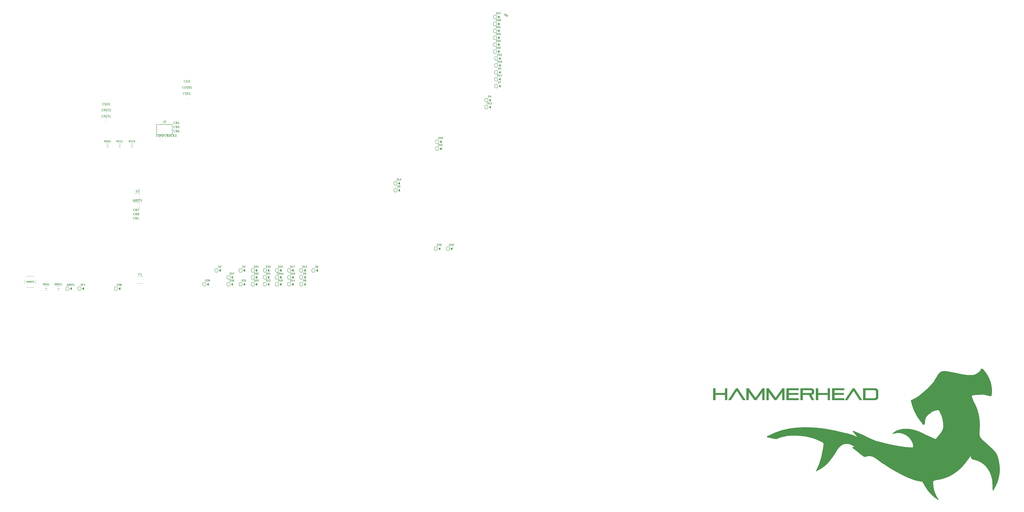
<source format=gbr>
G04 #@! TF.GenerationSoftware,KiCad,Pcbnew,5.1.4*
G04 #@! TF.CreationDate,2019-09-09T01:33:39-03:00*
G04 #@! TF.ProjectId,hammerhead,68616d6d-6572-4686-9561-642e6b696361,rev?*
G04 #@! TF.SameCoordinates,Original*
G04 #@! TF.FileFunction,Legend,Top*
G04 #@! TF.FilePolarity,Positive*
%FSLAX46Y46*%
G04 Gerber Fmt 4.6, Leading zero omitted, Abs format (unit mm)*
G04 Created by KiCad (PCBNEW 5.1.4) date 2019-09-09 01:33:39*
%MOMM*%
%LPD*%
G04 APERTURE LIST*
%ADD10C,0.010000*%
%ADD11C,0.100000*%
%ADD12C,0.200000*%
%ADD13C,0.120000*%
%ADD14C,0.127000*%
%ADD15C,0.150000*%
G04 APERTURE END LIST*
D10*
G36*
X221476545Y-73638021D02*
G01*
X221936175Y-73638820D01*
X222352329Y-73640141D01*
X222724121Y-73641977D01*
X223050663Y-73644319D01*
X223331070Y-73647160D01*
X223564452Y-73650492D01*
X223749925Y-73654307D01*
X223886600Y-73658596D01*
X223973590Y-73663352D01*
X223990449Y-73664933D01*
X224304398Y-73716659D01*
X224583624Y-73797334D01*
X224826047Y-73905799D01*
X225029587Y-74040895D01*
X225192164Y-74201464D01*
X225311697Y-74386347D01*
X225321268Y-74406266D01*
X225353448Y-74475474D01*
X225381149Y-74537794D01*
X225404707Y-74597476D01*
X225424457Y-74658774D01*
X225440734Y-74725940D01*
X225453875Y-74803226D01*
X225464214Y-74894884D01*
X225472088Y-75005166D01*
X225477832Y-75138325D01*
X225481780Y-75298613D01*
X225484270Y-75490282D01*
X225485636Y-75717584D01*
X225486215Y-75984771D01*
X225486341Y-76296096D01*
X225486338Y-76498113D01*
X225486249Y-76825989D01*
X225485911Y-77107096D01*
X225485215Y-77345517D01*
X225484055Y-77545335D01*
X225482325Y-77710632D01*
X225479916Y-77845490D01*
X225476722Y-77953992D01*
X225472636Y-78040221D01*
X225467550Y-78108258D01*
X225461357Y-78162187D01*
X225453951Y-78206089D01*
X225445224Y-78244048D01*
X225440028Y-78263147D01*
X225347705Y-78508364D01*
X225219349Y-78718611D01*
X225054046Y-78894739D01*
X224850878Y-79037597D01*
X224608931Y-79148033D01*
X224425994Y-79203975D01*
X224362803Y-79219629D01*
X224300387Y-79233625D01*
X224235676Y-79246055D01*
X224165600Y-79257011D01*
X224087089Y-79266587D01*
X223997071Y-79274874D01*
X223892477Y-79281966D01*
X223770237Y-79287954D01*
X223627279Y-79292933D01*
X223460534Y-79296993D01*
X223266931Y-79300228D01*
X223043400Y-79302731D01*
X222786870Y-79304594D01*
X222494271Y-79305910D01*
X222162533Y-79306771D01*
X221788585Y-79307270D01*
X221369357Y-79307499D01*
X220992395Y-79307551D01*
X218201954Y-79307623D01*
X218201954Y-78468584D01*
X219269822Y-78468584D01*
X221462765Y-78467697D01*
X221869532Y-78467374D01*
X222228456Y-78466724D01*
X222542547Y-78465703D01*
X222814812Y-78464267D01*
X223048259Y-78462370D01*
X223245897Y-78459969D01*
X223410733Y-78457019D01*
X223545775Y-78453475D01*
X223654032Y-78449293D01*
X223738512Y-78444429D01*
X223802222Y-78438838D01*
X223848171Y-78432475D01*
X223848485Y-78432419D01*
X223953677Y-78410245D01*
X224049033Y-78384264D01*
X224115000Y-78359852D01*
X224118034Y-78358329D01*
X224215797Y-78287097D01*
X224305970Y-78185992D01*
X224371585Y-78075119D01*
X224383797Y-78043403D01*
X224391175Y-77995818D01*
X224398021Y-77903231D01*
X224404289Y-77771489D01*
X224409934Y-77606439D01*
X224414909Y-77413928D01*
X224419167Y-77199803D01*
X224422664Y-76969909D01*
X224425353Y-76730095D01*
X224427187Y-76486207D01*
X224428121Y-76244092D01*
X224428108Y-76009596D01*
X224427102Y-75788567D01*
X224425058Y-75586851D01*
X224421929Y-75410295D01*
X224417668Y-75264745D01*
X224412230Y-75156050D01*
X224407023Y-75099715D01*
X224365593Y-74913580D01*
X224294326Y-74765556D01*
X224189757Y-74652328D01*
X224048419Y-74570584D01*
X223866849Y-74517008D01*
X223782835Y-74502816D01*
X223726512Y-74498533D01*
X223622498Y-74494544D01*
X223473953Y-74490882D01*
X223284037Y-74487582D01*
X223055911Y-74484678D01*
X222792732Y-74482204D01*
X222497662Y-74480195D01*
X222173860Y-74478685D01*
X221824485Y-74477708D01*
X221452698Y-74477300D01*
X221437339Y-74477296D01*
X219269822Y-74476792D01*
X219269822Y-78468584D01*
X218201954Y-78468584D01*
X218201954Y-73637753D01*
X220974328Y-73637753D01*
X221476545Y-73638021D01*
X221476545Y-73638021D01*
G37*
X221476545Y-73638021D02*
X221936175Y-73638820D01*
X222352329Y-73640141D01*
X222724121Y-73641977D01*
X223050663Y-73644319D01*
X223331070Y-73647160D01*
X223564452Y-73650492D01*
X223749925Y-73654307D01*
X223886600Y-73658596D01*
X223973590Y-73663352D01*
X223990449Y-73664933D01*
X224304398Y-73716659D01*
X224583624Y-73797334D01*
X224826047Y-73905799D01*
X225029587Y-74040895D01*
X225192164Y-74201464D01*
X225311697Y-74386347D01*
X225321268Y-74406266D01*
X225353448Y-74475474D01*
X225381149Y-74537794D01*
X225404707Y-74597476D01*
X225424457Y-74658774D01*
X225440734Y-74725940D01*
X225453875Y-74803226D01*
X225464214Y-74894884D01*
X225472088Y-75005166D01*
X225477832Y-75138325D01*
X225481780Y-75298613D01*
X225484270Y-75490282D01*
X225485636Y-75717584D01*
X225486215Y-75984771D01*
X225486341Y-76296096D01*
X225486338Y-76498113D01*
X225486249Y-76825989D01*
X225485911Y-77107096D01*
X225485215Y-77345517D01*
X225484055Y-77545335D01*
X225482325Y-77710632D01*
X225479916Y-77845490D01*
X225476722Y-77953992D01*
X225472636Y-78040221D01*
X225467550Y-78108258D01*
X225461357Y-78162187D01*
X225453951Y-78206089D01*
X225445224Y-78244048D01*
X225440028Y-78263147D01*
X225347705Y-78508364D01*
X225219349Y-78718611D01*
X225054046Y-78894739D01*
X224850878Y-79037597D01*
X224608931Y-79148033D01*
X224425994Y-79203975D01*
X224362803Y-79219629D01*
X224300387Y-79233625D01*
X224235676Y-79246055D01*
X224165600Y-79257011D01*
X224087089Y-79266587D01*
X223997071Y-79274874D01*
X223892477Y-79281966D01*
X223770237Y-79287954D01*
X223627279Y-79292933D01*
X223460534Y-79296993D01*
X223266931Y-79300228D01*
X223043400Y-79302731D01*
X222786870Y-79304594D01*
X222494271Y-79305910D01*
X222162533Y-79306771D01*
X221788585Y-79307270D01*
X221369357Y-79307499D01*
X220992395Y-79307551D01*
X218201954Y-79307623D01*
X218201954Y-78468584D01*
X219269822Y-78468584D01*
X221462765Y-78467697D01*
X221869532Y-78467374D01*
X222228456Y-78466724D01*
X222542547Y-78465703D01*
X222814812Y-78464267D01*
X223048259Y-78462370D01*
X223245897Y-78459969D01*
X223410733Y-78457019D01*
X223545775Y-78453475D01*
X223654032Y-78449293D01*
X223738512Y-78444429D01*
X223802222Y-78438838D01*
X223848171Y-78432475D01*
X223848485Y-78432419D01*
X223953677Y-78410245D01*
X224049033Y-78384264D01*
X224115000Y-78359852D01*
X224118034Y-78358329D01*
X224215797Y-78287097D01*
X224305970Y-78185992D01*
X224371585Y-78075119D01*
X224383797Y-78043403D01*
X224391175Y-77995818D01*
X224398021Y-77903231D01*
X224404289Y-77771489D01*
X224409934Y-77606439D01*
X224414909Y-77413928D01*
X224419167Y-77199803D01*
X224422664Y-76969909D01*
X224425353Y-76730095D01*
X224427187Y-76486207D01*
X224428121Y-76244092D01*
X224428108Y-76009596D01*
X224427102Y-75788567D01*
X224425058Y-75586851D01*
X224421929Y-75410295D01*
X224417668Y-75264745D01*
X224412230Y-75156050D01*
X224407023Y-75099715D01*
X224365593Y-74913580D01*
X224294326Y-74765556D01*
X224189757Y-74652328D01*
X224048419Y-74570584D01*
X223866849Y-74517008D01*
X223782835Y-74502816D01*
X223726512Y-74498533D01*
X223622498Y-74494544D01*
X223473953Y-74490882D01*
X223284037Y-74487582D01*
X223055911Y-74484678D01*
X222792732Y-74482204D01*
X222497662Y-74480195D01*
X222173860Y-74478685D01*
X221824485Y-74477708D01*
X221452698Y-74477300D01*
X221437339Y-74477296D01*
X219269822Y-74476792D01*
X219269822Y-78468584D01*
X218201954Y-78468584D01*
X218201954Y-73637753D01*
X220974328Y-73637753D01*
X221476545Y-73638021D01*
G36*
X213546755Y-73638346D02*
G01*
X213943195Y-73638938D01*
X215799251Y-76450986D01*
X216025066Y-76793180D01*
X216243134Y-77123772D01*
X216451815Y-77440269D01*
X216649470Y-77740177D01*
X216834457Y-78021005D01*
X217005139Y-78280258D01*
X217159873Y-78515443D01*
X217297020Y-78724068D01*
X217414940Y-78903638D01*
X217511992Y-79051661D01*
X217586538Y-79165644D01*
X217636936Y-79243093D01*
X217661546Y-79281516D01*
X217663783Y-79285328D01*
X217641967Y-79291602D01*
X217575899Y-79297067D01*
X217472173Y-79301491D01*
X217337384Y-79304640D01*
X217178127Y-79306282D01*
X217066285Y-79306434D01*
X216460312Y-79305245D01*
X215036489Y-77076862D01*
X214840737Y-76770637D01*
X214652221Y-76476006D01*
X214472800Y-76195859D01*
X214304333Y-75933087D01*
X214148679Y-75690580D01*
X214007697Y-75471228D01*
X213883246Y-75277923D01*
X213777185Y-75113553D01*
X213691372Y-74981011D01*
X213627666Y-74883185D01*
X213587927Y-74822967D01*
X213574527Y-74803676D01*
X213566849Y-74799020D01*
X213555618Y-74801678D01*
X213539268Y-74813955D01*
X213516234Y-74838157D01*
X213484953Y-74876588D01*
X213443857Y-74931553D01*
X213391384Y-75005359D01*
X213325968Y-75100309D01*
X213246044Y-75218709D01*
X213150047Y-75362865D01*
X213036412Y-75535081D01*
X212903575Y-75737662D01*
X212749971Y-75972914D01*
X212574034Y-76243142D01*
X212374200Y-76550651D01*
X212148904Y-76897747D01*
X212061714Y-77032140D01*
X210587039Y-79305407D01*
X209381227Y-79307623D01*
X210990014Y-76885851D01*
X211206728Y-76559641D01*
X211419768Y-76238993D01*
X211626949Y-75927196D01*
X211826084Y-75627541D01*
X212014986Y-75343315D01*
X212191469Y-75077809D01*
X212353345Y-74834312D01*
X212498429Y-74616113D01*
X212624533Y-74426502D01*
X212729471Y-74268768D01*
X212811057Y-74146201D01*
X212867103Y-74062089D01*
X212874558Y-74050916D01*
X213150314Y-73637753D01*
X213546755Y-73638346D01*
X213546755Y-73638346D01*
G37*
X213546755Y-73638346D02*
X213943195Y-73638938D01*
X215799251Y-76450986D01*
X216025066Y-76793180D01*
X216243134Y-77123772D01*
X216451815Y-77440269D01*
X216649470Y-77740177D01*
X216834457Y-78021005D01*
X217005139Y-78280258D01*
X217159873Y-78515443D01*
X217297020Y-78724068D01*
X217414940Y-78903638D01*
X217511992Y-79051661D01*
X217586538Y-79165644D01*
X217636936Y-79243093D01*
X217661546Y-79281516D01*
X217663783Y-79285328D01*
X217641967Y-79291602D01*
X217575899Y-79297067D01*
X217472173Y-79301491D01*
X217337384Y-79304640D01*
X217178127Y-79306282D01*
X217066285Y-79306434D01*
X216460312Y-79305245D01*
X215036489Y-77076862D01*
X214840737Y-76770637D01*
X214652221Y-76476006D01*
X214472800Y-76195859D01*
X214304333Y-75933087D01*
X214148679Y-75690580D01*
X214007697Y-75471228D01*
X213883246Y-75277923D01*
X213777185Y-75113553D01*
X213691372Y-74981011D01*
X213627666Y-74883185D01*
X213587927Y-74822967D01*
X213574527Y-74803676D01*
X213566849Y-74799020D01*
X213555618Y-74801678D01*
X213539268Y-74813955D01*
X213516234Y-74838157D01*
X213484953Y-74876588D01*
X213443857Y-74931553D01*
X213391384Y-75005359D01*
X213325968Y-75100309D01*
X213246044Y-75218709D01*
X213150047Y-75362865D01*
X213036412Y-75535081D01*
X212903575Y-75737662D01*
X212749971Y-75972914D01*
X212574034Y-76243142D01*
X212374200Y-76550651D01*
X212148904Y-76897747D01*
X212061714Y-77032140D01*
X210587039Y-79305407D01*
X209381227Y-79307623D01*
X210990014Y-76885851D01*
X211206728Y-76559641D01*
X211419768Y-76238993D01*
X211626949Y-75927196D01*
X211826084Y-75627541D01*
X212014986Y-75343315D01*
X212191469Y-75077809D01*
X212353345Y-74834312D01*
X212498429Y-74616113D01*
X212624533Y-74426502D01*
X212729471Y-74268768D01*
X212811057Y-74146201D01*
X212867103Y-74062089D01*
X212874558Y-74050916D01*
X213150314Y-73637753D01*
X213546755Y-73638346D01*
G36*
X208997950Y-74476792D02*
G01*
X204243396Y-74476792D01*
X204243396Y-75900616D01*
X208770381Y-75900616D01*
X208756409Y-76726942D01*
X206499902Y-76733436D01*
X204243396Y-76739930D01*
X204243396Y-78468584D01*
X208997950Y-78468584D01*
X208997950Y-79307623D01*
X203150102Y-79307623D01*
X203150102Y-73637753D01*
X208997950Y-73637753D01*
X208997950Y-74476792D01*
X208997950Y-74476792D01*
G37*
X208997950Y-74476792D02*
X204243396Y-74476792D01*
X204243396Y-75900616D01*
X208770381Y-75900616D01*
X208756409Y-76726942D01*
X206499902Y-76733436D01*
X204243396Y-76739930D01*
X204243396Y-78468584D01*
X208997950Y-78468584D01*
X208997950Y-79307623D01*
X203150102Y-79307623D01*
X203150102Y-73637753D01*
X208997950Y-73637753D01*
X208997950Y-74476792D01*
G36*
X196412365Y-75900616D02*
G01*
X201039792Y-75900616D01*
X201039792Y-73637753D01*
X202107660Y-73637753D01*
X202107660Y-79307623D01*
X201039792Y-79307623D01*
X201039792Y-76739655D01*
X196412365Y-76739655D01*
X196412365Y-79307623D01*
X195319071Y-79307623D01*
X195319071Y-73637753D01*
X196412365Y-73637753D01*
X196412365Y-75900616D01*
X196412365Y-75900616D01*
G37*
X196412365Y-75900616D02*
X201039792Y-75900616D01*
X201039792Y-73637753D01*
X202107660Y-73637753D01*
X202107660Y-79307623D01*
X201039792Y-79307623D01*
X201039792Y-76739655D01*
X196412365Y-76739655D01*
X196412365Y-79307623D01*
X195319071Y-79307623D01*
X195319071Y-73637753D01*
X196412365Y-73637753D01*
X196412365Y-75900616D01*
G36*
X193196048Y-73651383D02*
G01*
X193399452Y-73708536D01*
X193665081Y-73798704D01*
X193886739Y-73908209D01*
X194068269Y-74039076D01*
X194122390Y-74089656D01*
X194228336Y-74205439D01*
X194310999Y-74321443D01*
X194372935Y-74445972D01*
X194416698Y-74587332D01*
X194444844Y-74753826D01*
X194459929Y-74953760D01*
X194464508Y-75195437D01*
X194464510Y-75201417D01*
X194457509Y-75468566D01*
X194434916Y-75694001D01*
X194394346Y-75885117D01*
X194333415Y-76049304D01*
X194249739Y-76193955D01*
X194140932Y-76326464D01*
X194082976Y-76384252D01*
X193921895Y-76510209D01*
X193730677Y-76609726D01*
X193502598Y-76685902D01*
X193355503Y-76719673D01*
X193246995Y-76741790D01*
X193158802Y-76760724D01*
X193101709Y-76774101D01*
X193085805Y-76779042D01*
X193095765Y-76801979D01*
X193126871Y-76864976D01*
X193176558Y-76963111D01*
X193242263Y-77091458D01*
X193321421Y-77245095D01*
X193411467Y-77419098D01*
X193509838Y-77608542D01*
X193613969Y-77808504D01*
X193721295Y-78014060D01*
X193829253Y-78220286D01*
X193935278Y-78422258D01*
X194036805Y-78615053D01*
X194131270Y-78793746D01*
X194216109Y-78953414D01*
X194288758Y-79089133D01*
X194293457Y-79097863D01*
X194406419Y-79307623D01*
X193246899Y-79306641D01*
X192587085Y-78048574D01*
X191927271Y-76790506D01*
X188937289Y-76790506D01*
X188937289Y-79307623D01*
X187869422Y-79307623D01*
X187869422Y-75954547D01*
X188937289Y-75954547D01*
X190926829Y-75945054D01*
X191326446Y-75942912D01*
X191677437Y-75940512D01*
X191982028Y-75937810D01*
X192242445Y-75934765D01*
X192460911Y-75931333D01*
X192639653Y-75927471D01*
X192780895Y-75923137D01*
X192886862Y-75918288D01*
X192959780Y-75912881D01*
X193001874Y-75906875D01*
X193008348Y-75905110D01*
X193143463Y-75842312D01*
X193262149Y-75753818D01*
X193320838Y-75689052D01*
X193341977Y-75655656D01*
X193357089Y-75615576D01*
X193367443Y-75559555D01*
X193374308Y-75478335D01*
X193378952Y-75362660D01*
X193381817Y-75244107D01*
X193384349Y-75096630D01*
X193384085Y-74989692D01*
X193379953Y-74913011D01*
X193370880Y-74856303D01*
X193355794Y-74809285D01*
X193333622Y-74761676D01*
X193330966Y-74756472D01*
X193285781Y-74683628D01*
X193228197Y-74628752D01*
X193141715Y-74576948D01*
X193119772Y-74565781D01*
X192967219Y-74489505D01*
X190952254Y-74482276D01*
X188937289Y-74475048D01*
X188937289Y-75954547D01*
X187869422Y-75954547D01*
X187869422Y-73635977D01*
X193196048Y-73651383D01*
X193196048Y-73651383D01*
G37*
X193196048Y-73651383D02*
X193399452Y-73708536D01*
X193665081Y-73798704D01*
X193886739Y-73908209D01*
X194068269Y-74039076D01*
X194122390Y-74089656D01*
X194228336Y-74205439D01*
X194310999Y-74321443D01*
X194372935Y-74445972D01*
X194416698Y-74587332D01*
X194444844Y-74753826D01*
X194459929Y-74953760D01*
X194464508Y-75195437D01*
X194464510Y-75201417D01*
X194457509Y-75468566D01*
X194434916Y-75694001D01*
X194394346Y-75885117D01*
X194333415Y-76049304D01*
X194249739Y-76193955D01*
X194140932Y-76326464D01*
X194082976Y-76384252D01*
X193921895Y-76510209D01*
X193730677Y-76609726D01*
X193502598Y-76685902D01*
X193355503Y-76719673D01*
X193246995Y-76741790D01*
X193158802Y-76760724D01*
X193101709Y-76774101D01*
X193085805Y-76779042D01*
X193095765Y-76801979D01*
X193126871Y-76864976D01*
X193176558Y-76963111D01*
X193242263Y-77091458D01*
X193321421Y-77245095D01*
X193411467Y-77419098D01*
X193509838Y-77608542D01*
X193613969Y-77808504D01*
X193721295Y-78014060D01*
X193829253Y-78220286D01*
X193935278Y-78422258D01*
X194036805Y-78615053D01*
X194131270Y-78793746D01*
X194216109Y-78953414D01*
X194288758Y-79089133D01*
X194293457Y-79097863D01*
X194406419Y-79307623D01*
X193246899Y-79306641D01*
X192587085Y-78048574D01*
X191927271Y-76790506D01*
X188937289Y-76790506D01*
X188937289Y-79307623D01*
X187869422Y-79307623D01*
X187869422Y-75954547D01*
X188937289Y-75954547D01*
X190926829Y-75945054D01*
X191326446Y-75942912D01*
X191677437Y-75940512D01*
X191982028Y-75937810D01*
X192242445Y-75934765D01*
X192460911Y-75931333D01*
X192639653Y-75927471D01*
X192780895Y-75923137D01*
X192886862Y-75918288D01*
X192959780Y-75912881D01*
X193001874Y-75906875D01*
X193008348Y-75905110D01*
X193143463Y-75842312D01*
X193262149Y-75753818D01*
X193320838Y-75689052D01*
X193341977Y-75655656D01*
X193357089Y-75615576D01*
X193367443Y-75559555D01*
X193374308Y-75478335D01*
X193378952Y-75362660D01*
X193381817Y-75244107D01*
X193384349Y-75096630D01*
X193384085Y-74989692D01*
X193379953Y-74913011D01*
X193370880Y-74856303D01*
X193355794Y-74809285D01*
X193333622Y-74761676D01*
X193330966Y-74756472D01*
X193285781Y-74683628D01*
X193228197Y-74628752D01*
X193141715Y-74576948D01*
X193119772Y-74565781D01*
X192967219Y-74489505D01*
X190952254Y-74482276D01*
X188937289Y-74475048D01*
X188937289Y-75954547D01*
X187869422Y-75954547D01*
X187869422Y-73635977D01*
X193196048Y-73651383D01*
G36*
X186954106Y-74476792D02*
G01*
X182199552Y-74476792D01*
X182199552Y-75900616D01*
X186725277Y-75900616D01*
X186725277Y-76739655D01*
X182199552Y-76739655D01*
X182199552Y-78468584D01*
X186954106Y-78468584D01*
X186954106Y-79307623D01*
X181106258Y-79307623D01*
X181106258Y-73637753D01*
X186954106Y-73637753D01*
X186954106Y-74476792D01*
X186954106Y-74476792D01*
G37*
X186954106Y-74476792D02*
X182199552Y-74476792D01*
X182199552Y-75900616D01*
X186725277Y-75900616D01*
X186725277Y-76739655D01*
X182199552Y-76739655D01*
X182199552Y-78468584D01*
X186954106Y-78468584D01*
X186954106Y-79307623D01*
X181106258Y-79307623D01*
X181106258Y-73637753D01*
X186954106Y-73637753D01*
X186954106Y-74476792D01*
G36*
X180063816Y-79307623D02*
G01*
X179072536Y-79307623D01*
X179059512Y-75373729D01*
X177635359Y-77334319D01*
X176211206Y-79294910D01*
X175301663Y-79294910D01*
X172448901Y-75384630D01*
X172442388Y-77346127D01*
X172435875Y-79307623D01*
X171419171Y-79307623D01*
X171419171Y-73636700D01*
X172445685Y-73650466D01*
X174123162Y-75957530D01*
X175800639Y-78264593D01*
X175898010Y-78131403D01*
X175926110Y-78092743D01*
X175981899Y-78015783D01*
X176063271Y-77903433D01*
X176168120Y-77758603D01*
X176294343Y-77584201D01*
X176439834Y-77383137D01*
X176602488Y-77158320D01*
X176780199Y-76912660D01*
X176970863Y-76649066D01*
X177172374Y-76370447D01*
X177382629Y-76079714D01*
X177567295Y-75824340D01*
X179139210Y-73650466D01*
X180063816Y-73636606D01*
X180063816Y-79307623D01*
X180063816Y-79307623D01*
G37*
X180063816Y-79307623D02*
X179072536Y-79307623D01*
X179059512Y-75373729D01*
X177635359Y-77334319D01*
X176211206Y-79294910D01*
X175301663Y-79294910D01*
X172448901Y-75384630D01*
X172442388Y-77346127D01*
X172435875Y-79307623D01*
X171419171Y-79307623D01*
X171419171Y-73636700D01*
X172445685Y-73650466D01*
X174123162Y-75957530D01*
X175800639Y-78264593D01*
X175898010Y-78131403D01*
X175926110Y-78092743D01*
X175981899Y-78015783D01*
X176063271Y-77903433D01*
X176168120Y-77758603D01*
X176294343Y-77584201D01*
X176439834Y-77383137D01*
X176602488Y-77158320D01*
X176780199Y-76912660D01*
X176970863Y-76649066D01*
X177172374Y-76370447D01*
X177382629Y-76079714D01*
X177567295Y-75824340D01*
X179139210Y-73650466D01*
X180063816Y-73636606D01*
X180063816Y-79307623D01*
G36*
X170376729Y-79307623D02*
G01*
X169385449Y-79307623D01*
X169378937Y-77340819D01*
X169372425Y-75374016D01*
X166524239Y-79294910D01*
X165615000Y-79294910D01*
X164188407Y-77339608D01*
X162761814Y-75384305D01*
X162755301Y-77345964D01*
X162748787Y-79307623D01*
X161732084Y-79307623D01*
X161732084Y-73636700D01*
X162245208Y-73643583D01*
X162758331Y-73650466D01*
X164436079Y-75957342D01*
X166113826Y-78264219D01*
X166211223Y-78131216D01*
X166239327Y-78092583D01*
X166295120Y-78015650D01*
X166376498Y-77903327D01*
X166481354Y-77758522D01*
X166607583Y-77584146D01*
X166753081Y-77383106D01*
X166915743Y-77158311D01*
X167093463Y-76912671D01*
X167284136Y-76649095D01*
X167485657Y-76370492D01*
X167695920Y-76079770D01*
X167880641Y-75824340D01*
X169452662Y-73650466D01*
X169914696Y-73643536D01*
X170376729Y-73636606D01*
X170376729Y-79307623D01*
X170376729Y-79307623D01*
G37*
X170376729Y-79307623D02*
X169385449Y-79307623D01*
X169378937Y-77340819D01*
X169372425Y-75374016D01*
X166524239Y-79294910D01*
X165615000Y-79294910D01*
X164188407Y-77339608D01*
X162761814Y-75384305D01*
X162755301Y-77345964D01*
X162748787Y-79307623D01*
X161732084Y-79307623D01*
X161732084Y-73636700D01*
X162245208Y-73643583D01*
X162758331Y-73650466D01*
X164436079Y-75957342D01*
X166113826Y-78264219D01*
X166211223Y-78131216D01*
X166239327Y-78092583D01*
X166295120Y-78015650D01*
X166376498Y-77903327D01*
X166481354Y-77758522D01*
X166607583Y-77584146D01*
X166753081Y-77383106D01*
X166915743Y-77158311D01*
X167093463Y-76912671D01*
X167284136Y-76649095D01*
X167485657Y-76370492D01*
X167695920Y-76079770D01*
X167880641Y-75824340D01*
X169452662Y-73650466D01*
X169914696Y-73643536D01*
X170376729Y-73636606D01*
X170376729Y-79307623D01*
G36*
X159228909Y-76288354D02*
G01*
X159450510Y-76624026D01*
X159665953Y-76950335D01*
X159873399Y-77264496D01*
X160071010Y-77563726D01*
X160256946Y-77845243D01*
X160429370Y-78106263D01*
X160586442Y-78344003D01*
X160726323Y-78555681D01*
X160847176Y-78738513D01*
X160947161Y-78889716D01*
X161024439Y-79006508D01*
X161077173Y-79086105D01*
X161101892Y-79123289D01*
X161225125Y-79307623D01*
X160007460Y-79307623D01*
X158549893Y-77031319D01*
X158316650Y-76667206D01*
X158109185Y-76343712D01*
X157925973Y-76058554D01*
X157765490Y-75809453D01*
X157626212Y-75594125D01*
X157506614Y-75410292D01*
X157405171Y-75255670D01*
X157320359Y-75127979D01*
X157250654Y-75024938D01*
X157194530Y-74944265D01*
X157150463Y-74883679D01*
X157116929Y-74840899D01*
X157092403Y-74813643D01*
X157075361Y-74799631D01*
X157064277Y-74796581D01*
X157058866Y-74800238D01*
X157040658Y-74827364D01*
X156996590Y-74894250D01*
X156928531Y-74998031D01*
X156838352Y-75135843D01*
X156727922Y-75304821D01*
X156599112Y-75502101D01*
X156453790Y-75724818D01*
X156293827Y-75970108D01*
X156121093Y-76235106D01*
X155937456Y-76516946D01*
X155744788Y-76812766D01*
X155573051Y-77076542D01*
X154120698Y-79307623D01*
X153525674Y-79307623D01*
X153358426Y-79306749D01*
X153210067Y-79304296D01*
X153087501Y-79300518D01*
X152997630Y-79295666D01*
X152947358Y-79289995D01*
X152939125Y-79286117D01*
X152953971Y-79262705D01*
X152995325Y-79199432D01*
X153061540Y-79098780D01*
X153150970Y-78963235D01*
X153261971Y-78795280D01*
X153392897Y-78597402D01*
X153542102Y-78372083D01*
X153707942Y-78121809D01*
X153888769Y-77849064D01*
X154082940Y-77556332D01*
X154288809Y-77246098D01*
X154504729Y-76920847D01*
X154729057Y-76583063D01*
X154816369Y-76451627D01*
X156685137Y-73638643D01*
X157479159Y-73637753D01*
X159228909Y-76288354D01*
X159228909Y-76288354D01*
G37*
X159228909Y-76288354D02*
X159450510Y-76624026D01*
X159665953Y-76950335D01*
X159873399Y-77264496D01*
X160071010Y-77563726D01*
X160256946Y-77845243D01*
X160429370Y-78106263D01*
X160586442Y-78344003D01*
X160726323Y-78555681D01*
X160847176Y-78738513D01*
X160947161Y-78889716D01*
X161024439Y-79006508D01*
X161077173Y-79086105D01*
X161101892Y-79123289D01*
X161225125Y-79307623D01*
X160007460Y-79307623D01*
X158549893Y-77031319D01*
X158316650Y-76667206D01*
X158109185Y-76343712D01*
X157925973Y-76058554D01*
X157765490Y-75809453D01*
X157626212Y-75594125D01*
X157506614Y-75410292D01*
X157405171Y-75255670D01*
X157320359Y-75127979D01*
X157250654Y-75024938D01*
X157194530Y-74944265D01*
X157150463Y-74883679D01*
X157116929Y-74840899D01*
X157092403Y-74813643D01*
X157075361Y-74799631D01*
X157064277Y-74796581D01*
X157058866Y-74800238D01*
X157040658Y-74827364D01*
X156996590Y-74894250D01*
X156928531Y-74998031D01*
X156838352Y-75135843D01*
X156727922Y-75304821D01*
X156599112Y-75502101D01*
X156453790Y-75724818D01*
X156293827Y-75970108D01*
X156121093Y-76235106D01*
X155937456Y-76516946D01*
X155744788Y-76812766D01*
X155573051Y-77076542D01*
X154120698Y-79307623D01*
X153525674Y-79307623D01*
X153358426Y-79306749D01*
X153210067Y-79304296D01*
X153087501Y-79300518D01*
X152997630Y-79295666D01*
X152947358Y-79289995D01*
X152939125Y-79286117D01*
X152953971Y-79262705D01*
X152995325Y-79199432D01*
X153061540Y-79098780D01*
X153150970Y-78963235D01*
X153261971Y-78795280D01*
X153392897Y-78597402D01*
X153542102Y-78372083D01*
X153707942Y-78121809D01*
X153888769Y-77849064D01*
X154082940Y-77556332D01*
X154288809Y-77246098D01*
X154504729Y-76920847D01*
X154729057Y-76583063D01*
X154816369Y-76451627D01*
X156685137Y-73638643D01*
X157479159Y-73637753D01*
X159228909Y-76288354D01*
G36*
X146692945Y-75887903D02*
G01*
X151320373Y-75887903D01*
X151326993Y-74762828D01*
X151333614Y-73637753D01*
X152400953Y-73637753D01*
X152400953Y-79307623D01*
X151333085Y-79307623D01*
X151333085Y-76739655D01*
X146680232Y-76739655D01*
X146680232Y-79307623D01*
X145612365Y-79307623D01*
X145612365Y-73637753D01*
X146679703Y-73637753D01*
X146692945Y-75887903D01*
X146692945Y-75887903D01*
G37*
X146692945Y-75887903D02*
X151320373Y-75887903D01*
X151326993Y-74762828D01*
X151333614Y-73637753D01*
X152400953Y-73637753D01*
X152400953Y-79307623D01*
X151333085Y-79307623D01*
X151333085Y-76739655D01*
X146680232Y-76739655D01*
X146680232Y-79307623D01*
X145612365Y-79307623D01*
X145612365Y-73637753D01*
X146679703Y-73637753D01*
X146692945Y-75887903D01*
G36*
X275731124Y-64141672D02*
G01*
X275811632Y-64170663D01*
X276071836Y-64301273D01*
X276314363Y-64478490D01*
X276536922Y-64700456D01*
X276668361Y-64865882D01*
X276746253Y-64969910D01*
X276844237Y-65096291D01*
X276949457Y-65228643D01*
X277043802Y-65344258D01*
X277152260Y-65481330D01*
X277281405Y-65655115D01*
X277426304Y-65858399D01*
X277582023Y-66083971D01*
X277743628Y-66324619D01*
X277906183Y-66573132D01*
X278064757Y-66822296D01*
X278160351Y-66976292D01*
X278622123Y-67771148D01*
X279033367Y-68569756D01*
X279394057Y-69372024D01*
X279704169Y-70177857D01*
X279963675Y-70987164D01*
X280172550Y-71799851D01*
X280330767Y-72615826D01*
X280438302Y-73434994D01*
X280495128Y-74257265D01*
X280501218Y-75082543D01*
X280493060Y-75332803D01*
X280473959Y-75717038D01*
X280450541Y-76053328D01*
X280422255Y-76344441D01*
X280388551Y-76593144D01*
X280348877Y-76802202D01*
X280302683Y-76974383D01*
X280249418Y-77112453D01*
X280188532Y-77219181D01*
X280119474Y-77297331D01*
X280098627Y-77314447D01*
X280055033Y-77346003D01*
X280015393Y-77366830D01*
X279968107Y-77379031D01*
X279901577Y-77384708D01*
X279804205Y-77385964D01*
X279707818Y-77385307D01*
X279587510Y-77382781D01*
X279484654Y-77376219D01*
X279385516Y-77363469D01*
X279276361Y-77342381D01*
X279143454Y-77310801D01*
X279006859Y-77275501D01*
X278828362Y-77226846D01*
X278627653Y-77169461D01*
X278427119Y-77109897D01*
X278249149Y-77054703D01*
X278218671Y-77044907D01*
X277983518Y-76975165D01*
X277708572Y-76904434D01*
X277404789Y-76834921D01*
X277083125Y-76768831D01*
X276754538Y-76708370D01*
X276429983Y-76655744D01*
X276120418Y-76613159D01*
X276008953Y-76600064D01*
X275873535Y-76586095D01*
X275777675Y-76579542D01*
X275710617Y-76580433D01*
X275661607Y-76588802D01*
X275627571Y-76601163D01*
X275573926Y-76615067D01*
X275475465Y-76630592D01*
X275338182Y-76647297D01*
X275168072Y-76664740D01*
X274971127Y-76682482D01*
X274753341Y-76700080D01*
X274520708Y-76717093D01*
X274279222Y-76733082D01*
X274034877Y-76747604D01*
X273793665Y-76760219D01*
X273561581Y-76770485D01*
X273344619Y-76777962D01*
X273171724Y-76781871D01*
X272937713Y-76786318D01*
X272746451Y-76791878D01*
X272589839Y-76799063D01*
X272459779Y-76808384D01*
X272348172Y-76820352D01*
X272246919Y-76835480D01*
X272205558Y-76842894D01*
X272068615Y-76864009D01*
X271903458Y-76882646D01*
X271732724Y-76896547D01*
X271604333Y-76902833D01*
X271439685Y-76909847D01*
X271313538Y-76922816D01*
X271213560Y-76946368D01*
X271127419Y-76985131D01*
X271042783Y-77043732D01*
X270947320Y-77126799D01*
X270906905Y-77164549D01*
X270829242Y-77235024D01*
X270763430Y-77289640D01*
X270719324Y-77320445D01*
X270708722Y-77324440D01*
X270693510Y-77325943D01*
X270685152Y-77335390D01*
X270684847Y-77360184D01*
X270693791Y-77407730D01*
X270713182Y-77485432D01*
X270744216Y-77600693D01*
X270766622Y-77682562D01*
X270843424Y-77941389D01*
X270940057Y-78232884D01*
X271052496Y-78547045D01*
X271176716Y-78873870D01*
X271308692Y-79203355D01*
X271444400Y-79525498D01*
X271579814Y-79830296D01*
X271710911Y-80107747D01*
X271833665Y-80347848D01*
X271854391Y-80386013D01*
X272339718Y-81322099D01*
X272777872Y-82275989D01*
X273169021Y-83248225D01*
X273513333Y-84239350D01*
X273810975Y-85249905D01*
X274062116Y-86280432D01*
X274266923Y-87331474D01*
X274425563Y-88403571D01*
X274479245Y-88867583D01*
X274506553Y-89131041D01*
X274529750Y-89371364D01*
X274549157Y-89595841D01*
X274565095Y-89811762D01*
X274577887Y-90026417D01*
X274587854Y-90247097D01*
X274595318Y-90481091D01*
X274600600Y-90735690D01*
X274604022Y-91018184D01*
X274605906Y-91335862D01*
X274606573Y-91696015D01*
X274606588Y-91753369D01*
X274605982Y-92098675D01*
X274604142Y-92420755D01*
X274601141Y-92715276D01*
X274597052Y-92977904D01*
X274591947Y-93204305D01*
X274585899Y-93390145D01*
X274578980Y-93531090D01*
X274576191Y-93571287D01*
X274565491Y-93708495D01*
X274551692Y-93884045D01*
X274535773Y-94085590D01*
X274518710Y-94300783D01*
X274501479Y-94517279D01*
X274489713Y-94664580D01*
X274472692Y-94882609D01*
X274460168Y-95059438D01*
X274451913Y-95204498D01*
X274447701Y-95327219D01*
X274447305Y-95437032D01*
X274450498Y-95543368D01*
X274457052Y-95655657D01*
X274463700Y-95745160D01*
X274512723Y-96168515D01*
X274592110Y-96557608D01*
X274704714Y-96920948D01*
X274853389Y-97267041D01*
X275040990Y-97604394D01*
X275137624Y-97753769D01*
X275237419Y-97887537D01*
X275374409Y-98047742D01*
X275549155Y-98234943D01*
X275762220Y-98449697D01*
X276014165Y-98692560D01*
X276305552Y-98964090D01*
X276636944Y-99264845D01*
X276882334Y-99483595D01*
X277064869Y-99645407D01*
X277247759Y-99807759D01*
X277424685Y-99965026D01*
X277589331Y-100111584D01*
X277735376Y-100241807D01*
X277856502Y-100350072D01*
X277946390Y-100430752D01*
X277952381Y-100436151D01*
X278029794Y-100505920D01*
X278140075Y-100605260D01*
X278278291Y-100729733D01*
X278439511Y-100874896D01*
X278618802Y-101036310D01*
X278811230Y-101209532D01*
X279011865Y-101390123D01*
X279215772Y-101573641D01*
X279263292Y-101616407D01*
X279561018Y-101886573D01*
X279857791Y-102160144D01*
X280149836Y-102433423D01*
X280433381Y-102702711D01*
X280704651Y-102964313D01*
X280959872Y-103214528D01*
X281195270Y-103449662D01*
X281407073Y-103666015D01*
X281591505Y-103859890D01*
X281744792Y-104027590D01*
X281855990Y-104156694D01*
X282240841Y-104655007D01*
X282576793Y-105159088D01*
X282865742Y-105672389D01*
X283109588Y-106198360D01*
X283310226Y-106740453D01*
X283354648Y-106881497D01*
X283461979Y-107252734D01*
X283570273Y-107661700D01*
X283676527Y-108095426D01*
X283777739Y-108540945D01*
X283870905Y-108985289D01*
X283953022Y-109415490D01*
X283988634Y-109619081D01*
X284074512Y-110159855D01*
X284143178Y-110669136D01*
X284196125Y-111162716D01*
X284234848Y-111656388D01*
X284260839Y-112165944D01*
X284274372Y-112640356D01*
X284270340Y-113567531D01*
X284221352Y-114473482D01*
X284126749Y-115361956D01*
X283985871Y-116236705D01*
X283798057Y-117101475D01*
X283562649Y-117960017D01*
X283278985Y-118816080D01*
X283106389Y-119276392D01*
X282965675Y-119623291D01*
X282810654Y-119978171D01*
X282638546Y-120346679D01*
X282446570Y-120734460D01*
X282231946Y-121147161D01*
X281991894Y-121590428D01*
X281779313Y-121971487D01*
X281670286Y-122164724D01*
X281564762Y-122351771D01*
X281466440Y-122526066D01*
X281379022Y-122681050D01*
X281306208Y-122810162D01*
X281251699Y-122906840D01*
X281223589Y-122956722D01*
X281152855Y-123068096D01*
X281093025Y-123130647D01*
X281042896Y-123144942D01*
X281001269Y-123111545D01*
X280980784Y-123071136D01*
X280954704Y-122997344D01*
X280931497Y-122910739D01*
X280910867Y-122807638D01*
X280892519Y-122684362D01*
X280876156Y-122537227D01*
X280861484Y-122362552D01*
X280848206Y-122156655D01*
X280836027Y-121915854D01*
X280824651Y-121636469D01*
X280813783Y-121314816D01*
X280803126Y-120947215D01*
X280799591Y-120814630D01*
X280785941Y-120339243D01*
X280770755Y-119909452D01*
X280753416Y-119520011D01*
X280733308Y-119165673D01*
X280709812Y-118841192D01*
X280682313Y-118541321D01*
X280650194Y-118260814D01*
X280612837Y-117994424D01*
X280569626Y-117736905D01*
X280519944Y-117483010D01*
X280463173Y-117227493D01*
X280398698Y-116965107D01*
X280325902Y-116690607D01*
X280306319Y-116619435D01*
X280062162Y-115817683D01*
X279784160Y-115053862D01*
X279472218Y-114327870D01*
X279126245Y-113639602D01*
X278746147Y-112988957D01*
X278331832Y-112375831D01*
X277883206Y-111800122D01*
X277400176Y-111261728D01*
X276882650Y-110760544D01*
X276330535Y-110296468D01*
X275743737Y-109869398D01*
X275122163Y-109479231D01*
X274465722Y-109125864D01*
X273774318Y-108809193D01*
X273047861Y-108529117D01*
X272964797Y-108500190D01*
X272840698Y-108460927D01*
X272681629Y-108415819D01*
X272502521Y-108368813D01*
X272318301Y-108323855D01*
X272176608Y-108291869D01*
X271925324Y-108236344D01*
X271716830Y-108187172D01*
X271543792Y-108142161D01*
X271398872Y-108099116D01*
X271274735Y-108055842D01*
X271164045Y-108010148D01*
X271059465Y-107959837D01*
X271049955Y-107954932D01*
X270822389Y-107810185D01*
X270630227Y-107630054D01*
X270473177Y-107414045D01*
X270350949Y-107161665D01*
X270263251Y-106872420D01*
X270209789Y-106545817D01*
X270208316Y-106531544D01*
X270196715Y-106443175D01*
X270182992Y-106376768D01*
X270170114Y-106346692D01*
X270170105Y-106346686D01*
X270163176Y-106342786D01*
X270155364Y-106343057D01*
X270143730Y-106351619D01*
X270125339Y-106372586D01*
X270097252Y-106410077D01*
X270056531Y-106468207D01*
X270000241Y-106551095D01*
X269925441Y-106662855D01*
X269829197Y-106807606D01*
X269708569Y-106989464D01*
X269670576Y-107046762D01*
X269438590Y-107394357D01*
X269225278Y-107708879D01*
X269023229Y-108000903D01*
X268825031Y-108281008D01*
X268623274Y-108559770D01*
X268410547Y-108847766D01*
X268378958Y-108890105D01*
X267677455Y-109796913D01*
X266964012Y-110654584D01*
X266237932Y-111463575D01*
X265498518Y-112224343D01*
X264745072Y-112937345D01*
X263976896Y-113603037D01*
X263193292Y-114221875D01*
X262393562Y-114794316D01*
X261577009Y-115320817D01*
X260742935Y-115801834D01*
X259890642Y-116237823D01*
X259019433Y-116629242D01*
X258128609Y-116976547D01*
X257217473Y-117280194D01*
X256285326Y-117540640D01*
X255331473Y-117758342D01*
X254623876Y-117890058D01*
X254379278Y-117930575D01*
X254180625Y-117961521D01*
X254024000Y-117983306D01*
X253905485Y-117996342D01*
X253821164Y-118001037D01*
X253767120Y-117997803D01*
X253739436Y-117987048D01*
X253736039Y-117983016D01*
X253716591Y-117964030D01*
X253684389Y-117957784D01*
X253632658Y-117965945D01*
X253554628Y-117990181D01*
X253443525Y-118032161D01*
X253300359Y-118090335D01*
X253153224Y-118148824D01*
X252976872Y-118215320D01*
X252790639Y-118282723D01*
X252613866Y-118343939D01*
X252564417Y-118360415D01*
X252399267Y-118416359D01*
X252276070Y-118462060D01*
X252187708Y-118500619D01*
X252127063Y-118535134D01*
X252087690Y-118567995D01*
X252058402Y-118600757D01*
X252038713Y-118632958D01*
X252026733Y-118675048D01*
X252020573Y-118737475D01*
X252018344Y-118830688D01*
X252018139Y-118952619D01*
X252019869Y-119089798D01*
X252024385Y-119259963D01*
X252031089Y-119445365D01*
X252039380Y-119628251D01*
X252043674Y-119708624D01*
X252115877Y-120604823D01*
X252229772Y-121472765D01*
X252385845Y-122313990D01*
X252584580Y-123130034D01*
X252826461Y-123922437D01*
X253111974Y-124692735D01*
X253441602Y-125442466D01*
X253815830Y-126173169D01*
X254235144Y-126886381D01*
X254373171Y-127102340D01*
X254453442Y-127228454D01*
X254507991Y-127322333D01*
X254541096Y-127392796D01*
X254557038Y-127448664D01*
X254560312Y-127487998D01*
X254553366Y-127589017D01*
X254530926Y-127646647D01*
X254490593Y-127666633D01*
X254485618Y-127666782D01*
X254449723Y-127653011D01*
X254381015Y-127615175D01*
X254288258Y-127558494D01*
X254180211Y-127488185D01*
X254138739Y-127460188D01*
X253496501Y-127004987D01*
X252884166Y-126534363D01*
X252291271Y-126039612D01*
X251707354Y-125512030D01*
X251164848Y-124985934D01*
X250613115Y-124414363D01*
X250096000Y-123837284D01*
X249609065Y-123248514D01*
X249147873Y-122641874D01*
X248707986Y-122011182D01*
X248284965Y-121350257D01*
X247874373Y-120652918D01*
X247471773Y-119912985D01*
X247340391Y-119659342D01*
X247223427Y-119433846D01*
X247124039Y-119248510D01*
X247043031Y-119104741D01*
X246981205Y-119003949D01*
X246939362Y-118947539D01*
X246929625Y-118938571D01*
X246879651Y-118913911D01*
X246796689Y-118890714D01*
X246674890Y-118867668D01*
X246508403Y-118843464D01*
X246500161Y-118842378D01*
X245659162Y-118712787D01*
X244803424Y-118542683D01*
X243931534Y-118331618D01*
X243042079Y-118079142D01*
X242133646Y-117784807D01*
X241204820Y-117448164D01*
X240254188Y-117068765D01*
X239280337Y-116646161D01*
X238618571Y-116340704D01*
X238401036Y-116236555D01*
X238146615Y-116112339D01*
X237863213Y-115972063D01*
X237558735Y-115819732D01*
X237241085Y-115659353D01*
X236918170Y-115494932D01*
X236597894Y-115330477D01*
X236288162Y-115169994D01*
X235996878Y-115017489D01*
X235758210Y-114890996D01*
X234347915Y-114121562D01*
X232953448Y-113326733D01*
X231570018Y-112503463D01*
X230192837Y-111648705D01*
X228817114Y-110759413D01*
X227438059Y-109832540D01*
X226050883Y-108865040D01*
X224650795Y-107853866D01*
X224376201Y-107651586D01*
X224216584Y-107535673D01*
X224050839Y-107418895D01*
X223889572Y-107308473D01*
X223743388Y-107211625D01*
X223622891Y-107135570D01*
X223585085Y-107113066D01*
X223130098Y-106872376D01*
X222679887Y-106682003D01*
X222232906Y-106541804D01*
X221787611Y-106451640D01*
X221342455Y-106411370D01*
X220895892Y-106420852D01*
X220446378Y-106479947D01*
X219992366Y-106588514D01*
X219536789Y-106744650D01*
X219414645Y-106778333D01*
X219260506Y-106799984D01*
X219090078Y-106809405D01*
X218919069Y-106806394D01*
X218763185Y-106790753D01*
X218638133Y-106762281D01*
X218621474Y-106756305D01*
X218565076Y-106726445D01*
X218471078Y-106666281D01*
X218341541Y-106577339D01*
X218178525Y-106461140D01*
X217984091Y-106319207D01*
X217760300Y-106153063D01*
X217509211Y-105964230D01*
X217232887Y-105754232D01*
X216933387Y-105524592D01*
X216612772Y-105276831D01*
X216482462Y-105175628D01*
X216232037Y-104980604D01*
X215973092Y-104778437D01*
X215708878Y-104571697D01*
X215442646Y-104362957D01*
X215177647Y-104154786D01*
X214917129Y-103949754D01*
X214664345Y-103750434D01*
X214422545Y-103559395D01*
X214194978Y-103379209D01*
X213984897Y-103212445D01*
X213795550Y-103061675D01*
X213630189Y-102929469D01*
X213492063Y-102818398D01*
X213384425Y-102731032D01*
X213310523Y-102669943D01*
X213274491Y-102638556D01*
X213188286Y-102546313D01*
X213111895Y-102447139D01*
X213053137Y-102352867D01*
X213019832Y-102275335D01*
X213015167Y-102246073D01*
X213035276Y-102192101D01*
X213072375Y-102155692D01*
X213117885Y-102137068D01*
X213205471Y-102110089D01*
X213327422Y-102076757D01*
X213476028Y-102039076D01*
X213643580Y-101999049D01*
X213822369Y-101958678D01*
X213873275Y-101947611D01*
X213921013Y-101922578D01*
X213923293Y-101881500D01*
X213880798Y-101829703D01*
X213855625Y-101810134D01*
X213715244Y-101716403D01*
X213536489Y-101606841D01*
X213327619Y-101485890D01*
X213096896Y-101357991D01*
X212852581Y-101227585D01*
X212602935Y-101099113D01*
X212356218Y-100977017D01*
X212120691Y-100865736D01*
X211986145Y-100805108D01*
X211766295Y-100713453D01*
X211571467Y-100645434D01*
X211384376Y-100596471D01*
X211187737Y-100561986D01*
X210981133Y-100538894D01*
X210454889Y-100509497D01*
X209956301Y-100519303D01*
X209483038Y-100569405D01*
X209032767Y-100660896D01*
X208603154Y-100794867D01*
X208191866Y-100972413D01*
X207796571Y-101194625D01*
X207414936Y-101462597D01*
X207044628Y-101777421D01*
X206683313Y-102140190D01*
X206328660Y-102551997D01*
X206125330Y-102813429D01*
X205972233Y-103022199D01*
X205817747Y-103243311D01*
X205657540Y-103483395D01*
X205487278Y-103749078D01*
X205302629Y-104046992D01*
X205103246Y-104377092D01*
X204947707Y-104636693D01*
X204812585Y-104860489D01*
X204692623Y-105056569D01*
X204582569Y-105233024D01*
X204477166Y-105397944D01*
X204371159Y-105559419D01*
X204259294Y-105725539D01*
X204136316Y-105904393D01*
X203996970Y-106104072D01*
X203836001Y-106332666D01*
X203798534Y-106385701D01*
X203490407Y-106819901D01*
X203207023Y-107215263D01*
X202945433Y-107575598D01*
X202702686Y-107904717D01*
X202475834Y-108206431D01*
X202261926Y-108484552D01*
X202058014Y-108742889D01*
X201861147Y-108985254D01*
X201668377Y-109215458D01*
X201476753Y-109437312D01*
X201283326Y-109654628D01*
X201183710Y-109764199D01*
X200685455Y-110277743D01*
X200139021Y-110782802D01*
X199546612Y-111277793D01*
X198910429Y-111761136D01*
X198232675Y-112231251D01*
X197515551Y-112686556D01*
X196761260Y-113125469D01*
X195972004Y-113546411D01*
X195781907Y-113642446D01*
X195639845Y-113712100D01*
X195536536Y-113758729D01*
X195466206Y-113783867D01*
X195423081Y-113789049D01*
X195401386Y-113775810D01*
X195395348Y-113745683D01*
X195395347Y-113745163D01*
X195406095Y-113696893D01*
X195436826Y-113608205D01*
X195485271Y-113484406D01*
X195549161Y-113330801D01*
X195626226Y-113152697D01*
X195714197Y-112955398D01*
X195810806Y-112744211D01*
X195913782Y-112524443D01*
X195949385Y-112449665D01*
X196227559Y-111849682D01*
X196490841Y-111243700D01*
X196740178Y-110628343D01*
X196976515Y-110000234D01*
X197200801Y-109355999D01*
X197413980Y-108692260D01*
X197616999Y-108005643D01*
X197810805Y-107292772D01*
X197996345Y-106550269D01*
X198174564Y-105774761D01*
X198346409Y-104962870D01*
X198512827Y-104111222D01*
X198674763Y-103216439D01*
X198833165Y-102275146D01*
X198875460Y-102012528D01*
X198923104Y-101712460D01*
X198962705Y-101457680D01*
X198994555Y-101243312D01*
X199018946Y-101064483D01*
X199036170Y-100916316D01*
X199046518Y-100793936D01*
X199050281Y-100692468D01*
X199047752Y-100607038D01*
X199039223Y-100532769D01*
X199024984Y-100464786D01*
X199005328Y-100398215D01*
X198980546Y-100328180D01*
X198976831Y-100318214D01*
X198931766Y-100214575D01*
X198875050Y-100118940D01*
X198802334Y-100027968D01*
X198709265Y-99938316D01*
X198591492Y-99846641D01*
X198444664Y-99749601D01*
X198264429Y-99643854D01*
X198046435Y-99526057D01*
X197786332Y-99392868D01*
X197745518Y-99372406D01*
X196788755Y-98916915D01*
X195822250Y-98503248D01*
X194842868Y-98130557D01*
X193847473Y-97797995D01*
X192832930Y-97504714D01*
X191796103Y-97249869D01*
X190733856Y-97032611D01*
X189643055Y-96852093D01*
X188520562Y-96707467D01*
X187526178Y-96611042D01*
X187240313Y-96587820D01*
X186984347Y-96568314D01*
X186749906Y-96552209D01*
X186528616Y-96539192D01*
X186312103Y-96528950D01*
X186091993Y-96521168D01*
X185859912Y-96515534D01*
X185607486Y-96511732D01*
X185326341Y-96509451D01*
X185008103Y-96508375D01*
X184780232Y-96508174D01*
X184438087Y-96508490D01*
X184139366Y-96509772D01*
X183876647Y-96512321D01*
X183642508Y-96516435D01*
X183429526Y-96522416D01*
X183230280Y-96530562D01*
X183037347Y-96541173D01*
X182843305Y-96554548D01*
X182640732Y-96570988D01*
X182422205Y-96590792D01*
X182199552Y-96612352D01*
X181429970Y-96703781D01*
X180658838Y-96825243D01*
X179893813Y-96974884D01*
X179142554Y-97150849D01*
X178412719Y-97351283D01*
X177711967Y-97574330D01*
X177047956Y-97818137D01*
X176791270Y-97922345D01*
X176584924Y-98006906D01*
X176417155Y-98071409D01*
X176280823Y-98118053D01*
X176168785Y-98149040D01*
X176073898Y-98166570D01*
X175989021Y-98172844D01*
X175977940Y-98172948D01*
X175935951Y-98171589D01*
X175882852Y-98166962D01*
X175815725Y-98158487D01*
X175731651Y-98145584D01*
X175627710Y-98127672D01*
X175500985Y-98104172D01*
X175348557Y-98074502D01*
X175167506Y-98038082D01*
X174954914Y-97994332D01*
X174707862Y-97942671D01*
X174423432Y-97882520D01*
X174098704Y-97813298D01*
X173730760Y-97734423D01*
X173316681Y-97645317D01*
X173224377Y-97625420D01*
X172916461Y-97558921D01*
X172654426Y-97502006D01*
X172434404Y-97453705D01*
X172252533Y-97413050D01*
X172104948Y-97379073D01*
X171987784Y-97350803D01*
X171897176Y-97327272D01*
X171829260Y-97307512D01*
X171780171Y-97290553D01*
X171746045Y-97275426D01*
X171723017Y-97261162D01*
X171707223Y-97246793D01*
X171705207Y-97244533D01*
X171662338Y-97161203D01*
X171647596Y-97053879D01*
X171661862Y-96941505D01*
X171687923Y-96873141D01*
X171704761Y-96845030D01*
X171727788Y-96818960D01*
X171762330Y-96792290D01*
X171813714Y-96762380D01*
X171887265Y-96726589D01*
X171988311Y-96682279D01*
X172122178Y-96626808D01*
X172294192Y-96557537D01*
X172448901Y-96495947D01*
X172702332Y-96394580D01*
X172919468Y-96305904D01*
X173111711Y-96224987D01*
X173290467Y-96146898D01*
X173467140Y-96066706D01*
X173653134Y-95979480D01*
X173746857Y-95934728D01*
X174800535Y-95451369D01*
X175864861Y-95007460D01*
X176942509Y-94602343D01*
X178036153Y-94235361D01*
X179148466Y-93905856D01*
X180282123Y-93613172D01*
X181439798Y-93356649D01*
X182624163Y-93135631D01*
X183837894Y-92949461D01*
X185083663Y-92797482D01*
X186364146Y-92679034D01*
X187233786Y-92618654D01*
X187952180Y-92581595D01*
X188711194Y-92554632D01*
X189501618Y-92537732D01*
X190314241Y-92530863D01*
X191139852Y-92533990D01*
X191969240Y-92547080D01*
X192793194Y-92570100D01*
X193602502Y-92603018D01*
X194365618Y-92644420D01*
X195418757Y-92719193D01*
X196482990Y-92814942D01*
X197561321Y-92932173D01*
X198656754Y-93071392D01*
X199772293Y-93233107D01*
X200910941Y-93417824D01*
X202075702Y-93626050D01*
X203269579Y-93858292D01*
X204495578Y-94115055D01*
X205756701Y-94396847D01*
X207055952Y-94704175D01*
X208082738Y-94958157D01*
X208360500Y-95026969D01*
X208636953Y-95093323D01*
X208903638Y-95155308D01*
X209152100Y-95211017D01*
X209373882Y-95258540D01*
X209560529Y-95295968D01*
X209659114Y-95313999D01*
X210546793Y-95489297D01*
X211422137Y-95705587D01*
X212280215Y-95961197D01*
X213116095Y-96254455D01*
X213924845Y-96583689D01*
X214701534Y-96947227D01*
X215122522Y-97166187D01*
X215237504Y-97226923D01*
X215337044Y-97276951D01*
X215412440Y-97312090D01*
X215454993Y-97328160D01*
X215460403Y-97328547D01*
X215448543Y-97308267D01*
X215406625Y-97252296D01*
X215337288Y-97163886D01*
X215243173Y-97046290D01*
X215126917Y-96902761D01*
X214991162Y-96736552D01*
X214838546Y-96550916D01*
X214671708Y-96349105D01*
X214493289Y-96134373D01*
X214422894Y-96049934D01*
X214193676Y-95775237D01*
X213994856Y-95536863D01*
X213824273Y-95332074D01*
X213679769Y-95158131D01*
X213559184Y-95012294D01*
X213460358Y-94891824D01*
X213381134Y-94793982D01*
X213319351Y-94716030D01*
X213272851Y-94655227D01*
X213239473Y-94608836D01*
X213217058Y-94574117D01*
X213203449Y-94548330D01*
X213196484Y-94528738D01*
X213194005Y-94512600D01*
X213193852Y-94497178D01*
X213193954Y-94491011D01*
X213218178Y-94400765D01*
X213281460Y-94330623D01*
X213373184Y-94289807D01*
X213433126Y-94283198D01*
X213470325Y-94292982D01*
X213550262Y-94321231D01*
X213668970Y-94366289D01*
X213822485Y-94426502D01*
X214006843Y-94500214D01*
X214218079Y-94585771D01*
X214452228Y-94681517D01*
X214705326Y-94785797D01*
X214973407Y-94896957D01*
X215252508Y-95013341D01*
X215538663Y-95133294D01*
X215827908Y-95255161D01*
X216116278Y-95377287D01*
X216399809Y-95498018D01*
X216674535Y-95615697D01*
X216936493Y-95728670D01*
X217181717Y-95835282D01*
X217406243Y-95933877D01*
X217606106Y-96022802D01*
X217679263Y-96055748D01*
X217803503Y-96112873D01*
X217967060Y-96189545D01*
X218163674Y-96282760D01*
X218387088Y-96389511D01*
X218631042Y-96506792D01*
X218889278Y-96631598D01*
X219155536Y-96760924D01*
X219423558Y-96891763D01*
X219587640Y-96972211D01*
X220092943Y-97219802D01*
X220556713Y-97445625D01*
X220982614Y-97651211D01*
X221374312Y-97838090D01*
X221735473Y-98007794D01*
X222069762Y-98161851D01*
X222380846Y-98301794D01*
X222672389Y-98429152D01*
X222948058Y-98545456D01*
X223211517Y-98652236D01*
X223466433Y-98751024D01*
X223716471Y-98843348D01*
X223965297Y-98930741D01*
X224216576Y-99014733D01*
X224473974Y-99096854D01*
X224741156Y-99178634D01*
X225021788Y-99261604D01*
X225181233Y-99307735D01*
X226293693Y-99617775D01*
X227443364Y-99918968D01*
X228632161Y-100211744D01*
X229861996Y-100496533D01*
X231134783Y-100773766D01*
X232452436Y-101043874D01*
X233816866Y-101307285D01*
X235160713Y-101552172D01*
X235593968Y-101628409D01*
X235984335Y-101695821D01*
X236338810Y-101755452D01*
X236664389Y-101808347D01*
X236968067Y-101855552D01*
X237256840Y-101898111D01*
X237537703Y-101937068D01*
X237817654Y-101973470D01*
X238103686Y-102008361D01*
X238402797Y-102042786D01*
X238567720Y-102061057D01*
X238838254Y-102089476D01*
X239124009Y-102117290D01*
X239420423Y-102144210D01*
X239722936Y-102169948D01*
X240026987Y-102194216D01*
X240328015Y-102216725D01*
X240621459Y-102237187D01*
X240902758Y-102255313D01*
X241167351Y-102270816D01*
X241410676Y-102283406D01*
X241628174Y-102292796D01*
X241815283Y-102298697D01*
X241967443Y-102300821D01*
X242080092Y-102298880D01*
X242148669Y-102292585D01*
X242163642Y-102288390D01*
X242200663Y-102266787D01*
X242230084Y-102235028D01*
X242254233Y-102185833D01*
X242275439Y-102111921D01*
X242296031Y-102006011D01*
X242318339Y-101860821D01*
X242332202Y-101761448D01*
X242353135Y-101599692D01*
X242365747Y-101468582D01*
X242369162Y-101355138D01*
X242362500Y-101246378D01*
X242344885Y-101129322D01*
X242315438Y-100990989D01*
X242273283Y-100818397D01*
X242266657Y-100792107D01*
X242096003Y-100219190D01*
X241878651Y-99663508D01*
X241616651Y-99127829D01*
X241312055Y-98614923D01*
X240966914Y-98127558D01*
X240583278Y-97668503D01*
X240163199Y-97240528D01*
X239708728Y-96846400D01*
X239221916Y-96488888D01*
X238949101Y-96313736D01*
X238424852Y-96021817D01*
X237882792Y-95776497D01*
X237321601Y-95577372D01*
X236739960Y-95424040D01*
X236136551Y-95316099D01*
X235510052Y-95253147D01*
X235462161Y-95250231D01*
X235315958Y-95241061D01*
X235182389Y-95231455D01*
X235072036Y-95222268D01*
X234995480Y-95214353D01*
X234970022Y-95210539D01*
X234901585Y-95207040D01*
X234789980Y-95213986D01*
X234641566Y-95230279D01*
X234462699Y-95254820D01*
X234259735Y-95286510D01*
X234039031Y-95324250D01*
X233806944Y-95366943D01*
X233569829Y-95413488D01*
X233334045Y-95462787D01*
X233105946Y-95513741D01*
X232891891Y-95565252D01*
X232836320Y-95579372D01*
X232700208Y-95613191D01*
X232581020Y-95640517D01*
X232487553Y-95659514D01*
X232428604Y-95668348D01*
X232412895Y-95667727D01*
X232393130Y-95644373D01*
X232397475Y-95608682D01*
X232429205Y-95555247D01*
X232491597Y-95478655D01*
X232587928Y-95373496D01*
X232596677Y-95364238D01*
X232791314Y-95178430D01*
X233030530Y-94984004D01*
X233309494Y-94784352D01*
X233623374Y-94582864D01*
X233967336Y-94382931D01*
X234092845Y-94314534D01*
X234600503Y-94067599D01*
X235145634Y-93850046D01*
X235723297Y-93663201D01*
X236328554Y-93508391D01*
X236956465Y-93386944D01*
X237602090Y-93300186D01*
X237999365Y-93265088D01*
X238215691Y-93253470D01*
X238468568Y-93246191D01*
X238748000Y-93243056D01*
X239043989Y-93243871D01*
X239346539Y-93248439D01*
X239645652Y-93256566D01*
X239931331Y-93268058D01*
X240193579Y-93282718D01*
X240422398Y-93300352D01*
X240563616Y-93315115D01*
X241364402Y-93430495D01*
X242148293Y-93581749D01*
X242923602Y-93771049D01*
X243698642Y-94000565D01*
X244481727Y-94272465D01*
X244998118Y-94472609D01*
X245188380Y-94549893D01*
X245368217Y-94624469D01*
X245543011Y-94698837D01*
X245718145Y-94775495D01*
X245898999Y-94856940D01*
X246090958Y-94945671D01*
X246299403Y-95044187D01*
X246529717Y-95154986D01*
X246787282Y-95280567D01*
X247077480Y-95423427D01*
X247405694Y-95586065D01*
X247530182Y-95647942D01*
X247750454Y-95757260D01*
X247961125Y-95861254D01*
X248166303Y-95961863D01*
X248370096Y-96061024D01*
X248576610Y-96160675D01*
X248789954Y-96262753D01*
X249014235Y-96369197D01*
X249253560Y-96481944D01*
X249512037Y-96602932D01*
X249793772Y-96734098D01*
X250102875Y-96877380D01*
X250443451Y-97034715D01*
X250819608Y-97208043D01*
X251235455Y-97399299D01*
X251509261Y-97525091D01*
X251692302Y-97609547D01*
X251867026Y-97690901D01*
X252026193Y-97765724D01*
X252162564Y-97830590D01*
X252268897Y-97882073D01*
X252337954Y-97916744D01*
X252348300Y-97922250D01*
X252426095Y-97956265D01*
X252539413Y-97995472D01*
X252675067Y-98036372D01*
X252819868Y-98075469D01*
X252960629Y-98109266D01*
X253084162Y-98134263D01*
X253177280Y-98146966D01*
X253199040Y-98147863D01*
X253252856Y-98142143D01*
X253308141Y-98121841D01*
X253371315Y-98082243D01*
X253448802Y-98018634D01*
X253547024Y-97926300D01*
X253672402Y-97800527D01*
X253672873Y-97800046D01*
X254090531Y-97355107D01*
X254513188Y-96869107D01*
X254934040Y-96350445D01*
X255346282Y-95807521D01*
X255743110Y-95248737D01*
X255762749Y-95220057D01*
X256020448Y-94832786D01*
X256242855Y-94475514D01*
X256431969Y-94143668D01*
X256589791Y-93832678D01*
X256718320Y-93537970D01*
X256819555Y-93254973D01*
X256895497Y-92979115D01*
X256948146Y-92705824D01*
X256978754Y-92440090D01*
X256989610Y-92223964D01*
X256991843Y-91963147D01*
X256985679Y-91663022D01*
X256971345Y-91328971D01*
X256949065Y-90966379D01*
X256919066Y-90580629D01*
X256885360Y-90215130D01*
X256781789Y-89416481D01*
X256629920Y-88628697D01*
X256429375Y-87850651D01*
X256179773Y-87081216D01*
X255880735Y-86319266D01*
X255531880Y-85563673D01*
X255132830Y-84813310D01*
X254971235Y-84534842D01*
X254883230Y-84388651D01*
X254809337Y-84277742D01*
X254740994Y-84198663D01*
X254669638Y-84147967D01*
X254586708Y-84122202D01*
X254483639Y-84117918D01*
X254351871Y-84131667D01*
X254182840Y-84159998D01*
X254085278Y-84177889D01*
X253567844Y-84286963D01*
X253049802Y-84422114D01*
X252546856Y-84578780D01*
X252074706Y-84752393D01*
X251988303Y-84787527D01*
X251839723Y-84850021D01*
X251721376Y-84903584D01*
X251621115Y-84955441D01*
X251526790Y-85012816D01*
X251426253Y-85082934D01*
X251307356Y-85173019D01*
X251204073Y-85253896D01*
X251097515Y-85335401D01*
X250962056Y-85435322D01*
X250811148Y-85543936D01*
X250658246Y-85651519D01*
X250566305Y-85714830D01*
X250245357Y-85939686D01*
X249964339Y-86150220D01*
X249716453Y-86352169D01*
X249494901Y-86551269D01*
X249292883Y-86753255D01*
X249151433Y-86908568D01*
X248945631Y-87164829D01*
X248757599Y-87440941D01*
X248594894Y-87724280D01*
X248465075Y-88002226D01*
X248412216Y-88142958D01*
X248369416Y-88269721D01*
X248333324Y-88380658D01*
X248302697Y-88482318D01*
X248276295Y-88581248D01*
X248252879Y-88683996D01*
X248231206Y-88797111D01*
X248210038Y-88927141D01*
X248188132Y-89080633D01*
X248164250Y-89264136D01*
X248137149Y-89484198D01*
X248105590Y-89747366D01*
X248101064Y-89785345D01*
X248066650Y-90070347D01*
X248036846Y-90308266D01*
X248011125Y-90502612D01*
X247988962Y-90656893D01*
X247969830Y-90774619D01*
X247953203Y-90859297D01*
X247938555Y-90914437D01*
X247927997Y-90939487D01*
X247855734Y-91029920D01*
X247750835Y-91119971D01*
X247627377Y-91201063D01*
X247499439Y-91264617D01*
X247381100Y-91302056D01*
X247322511Y-91308424D01*
X247253402Y-91304028D01*
X247193131Y-91287409D01*
X247137057Y-91253416D01*
X247080542Y-91196899D01*
X247018946Y-91112709D01*
X246947628Y-90995695D01*
X246861950Y-90840708D01*
X246805558Y-90734631D01*
X246712829Y-90559650D01*
X246637984Y-90421720D01*
X246575710Y-90312643D01*
X246520697Y-90224218D01*
X246467632Y-90148244D01*
X246411204Y-90076521D01*
X246346101Y-90000849D01*
X246289232Y-89937503D01*
X245975627Y-89577254D01*
X245652285Y-89179301D01*
X245326601Y-88753823D01*
X245005968Y-88310995D01*
X244697781Y-87860993D01*
X244409433Y-87413993D01*
X244179878Y-87034464D01*
X243846989Y-86445618D01*
X243532174Y-85848241D01*
X243233506Y-85237555D01*
X242949057Y-84608785D01*
X242676900Y-83957152D01*
X242415106Y-83277879D01*
X242161749Y-82566189D01*
X241914901Y-81817305D01*
X241672633Y-81026450D01*
X241467266Y-80311927D01*
X241406383Y-80091050D01*
X241359612Y-79913347D01*
X241325951Y-79773442D01*
X241304394Y-79665957D01*
X241293939Y-79585515D01*
X241293581Y-79526738D01*
X241302317Y-79484250D01*
X241309658Y-79467663D01*
X241346118Y-79435370D01*
X241427082Y-79388384D01*
X241548979Y-79328580D01*
X241708238Y-79257835D01*
X241713171Y-79255727D01*
X242262081Y-79010946D01*
X242798125Y-78750029D01*
X243324775Y-78470533D01*
X243845501Y-78170016D01*
X244363775Y-77846033D01*
X244883070Y-77496140D01*
X245406855Y-77117895D01*
X245938603Y-76708853D01*
X246481784Y-76266571D01*
X247039871Y-75788606D01*
X247616335Y-75272513D01*
X248214647Y-74715850D01*
X248363152Y-74574728D01*
X248514333Y-74431009D01*
X248633855Y-74318945D01*
X248726459Y-74234682D01*
X248796882Y-74174362D01*
X248849866Y-74134130D01*
X248890148Y-74110132D01*
X248922468Y-74098511D01*
X248951566Y-74095412D01*
X248952342Y-74095411D01*
X249052652Y-74071869D01*
X249112509Y-74033635D01*
X249140444Y-74005961D01*
X249200141Y-73943633D01*
X249288985Y-73849466D01*
X249404357Y-73726273D01*
X249543643Y-73576871D01*
X249704226Y-73404073D01*
X249883489Y-73210695D01*
X250078817Y-72999551D01*
X250287592Y-72773456D01*
X250507199Y-72535224D01*
X250696647Y-72329398D01*
X250988095Y-72011860D01*
X251254136Y-71720625D01*
X251493646Y-71456952D01*
X251705501Y-71222101D01*
X251888576Y-71017334D01*
X252041747Y-70843909D01*
X252163891Y-70703089D01*
X252253884Y-70596131D01*
X252310601Y-70524299D01*
X252325247Y-70503335D01*
X252362839Y-70442873D01*
X252425211Y-70340070D01*
X252511449Y-70196466D01*
X252620640Y-70013603D01*
X252751870Y-69793022D01*
X252904226Y-69536263D01*
X253076794Y-69244868D01*
X253268661Y-68920377D01*
X253478913Y-68564332D01*
X253706637Y-68178273D01*
X253950918Y-67763741D01*
X254167564Y-67395811D01*
X254317413Y-67147831D01*
X254454439Y-66936565D01*
X254586028Y-66752063D01*
X254719567Y-66584377D01*
X254862443Y-66423558D01*
X254979832Y-66301807D01*
X255285578Y-66023202D01*
X255603909Y-65791884D01*
X255939529Y-65604905D01*
X256297139Y-65459316D01*
X256352805Y-65440918D01*
X256517843Y-65390332D01*
X256663837Y-65352142D01*
X256803895Y-65324334D01*
X256951130Y-65304893D01*
X257118651Y-65291805D01*
X257319569Y-65283057D01*
X257395247Y-65280784D01*
X257588799Y-65276586D01*
X257747077Y-65276462D01*
X257885549Y-65281146D01*
X258019684Y-65291368D01*
X258164948Y-65307859D01*
X258272425Y-65322253D01*
X258538907Y-65361228D01*
X258848726Y-65409814D01*
X259195521Y-65466846D01*
X259572932Y-65531157D01*
X259974601Y-65601580D01*
X260394168Y-65676948D01*
X260825274Y-65756094D01*
X261261558Y-65837852D01*
X261696662Y-65921054D01*
X262124226Y-66004533D01*
X262537891Y-66087124D01*
X262931297Y-66167658D01*
X263278585Y-66240795D01*
X263765499Y-66344775D01*
X264206064Y-66438440D01*
X264603587Y-66522447D01*
X264961375Y-66597450D01*
X265282731Y-66664106D01*
X265570963Y-66723070D01*
X265829376Y-66774998D01*
X266061275Y-66820545D01*
X266269967Y-66860366D01*
X266458757Y-66895119D01*
X266630951Y-66925458D01*
X266789854Y-66952038D01*
X266938773Y-66975516D01*
X267081012Y-66996547D01*
X267109811Y-67000638D01*
X267270432Y-67023432D01*
X267439089Y-67047575D01*
X267597302Y-67070412D01*
X267726596Y-67089283D01*
X267743396Y-67091762D01*
X267959496Y-67122334D01*
X268161842Y-67147642D01*
X268358340Y-67168136D01*
X268556894Y-67184264D01*
X268765410Y-67196474D01*
X268991794Y-67205214D01*
X269243950Y-67210934D01*
X269529784Y-67214082D01*
X269857201Y-67215106D01*
X269917269Y-67215101D01*
X270256991Y-67214321D01*
X270550868Y-67212053D01*
X270803896Y-67207907D01*
X271021068Y-67201494D01*
X271207380Y-67192421D01*
X271367826Y-67180300D01*
X271507401Y-67164739D01*
X271631099Y-67145347D01*
X271743915Y-67121735D01*
X271850844Y-67093511D01*
X271956880Y-67060285D01*
X271974888Y-67054209D01*
X272491497Y-66853227D01*
X272988856Y-66609551D01*
X273462530Y-66326242D01*
X273908086Y-66006358D01*
X274321092Y-65652958D01*
X274697113Y-65269101D01*
X274888283Y-65043959D01*
X274980086Y-64925305D01*
X275042041Y-64830687D01*
X275079668Y-64747606D01*
X275098488Y-64663563D01*
X275104021Y-64566058D01*
X275104056Y-64555386D01*
X275117939Y-64404954D01*
X275162240Y-64290255D01*
X275240940Y-64203584D01*
X275307780Y-64161059D01*
X275435949Y-64114469D01*
X275574265Y-64107954D01*
X275731124Y-64141672D01*
X275731124Y-64141672D01*
G37*
X275731124Y-64141672D02*
X275811632Y-64170663D01*
X276071836Y-64301273D01*
X276314363Y-64478490D01*
X276536922Y-64700456D01*
X276668361Y-64865882D01*
X276746253Y-64969910D01*
X276844237Y-65096291D01*
X276949457Y-65228643D01*
X277043802Y-65344258D01*
X277152260Y-65481330D01*
X277281405Y-65655115D01*
X277426304Y-65858399D01*
X277582023Y-66083971D01*
X277743628Y-66324619D01*
X277906183Y-66573132D01*
X278064757Y-66822296D01*
X278160351Y-66976292D01*
X278622123Y-67771148D01*
X279033367Y-68569756D01*
X279394057Y-69372024D01*
X279704169Y-70177857D01*
X279963675Y-70987164D01*
X280172550Y-71799851D01*
X280330767Y-72615826D01*
X280438302Y-73434994D01*
X280495128Y-74257265D01*
X280501218Y-75082543D01*
X280493060Y-75332803D01*
X280473959Y-75717038D01*
X280450541Y-76053328D01*
X280422255Y-76344441D01*
X280388551Y-76593144D01*
X280348877Y-76802202D01*
X280302683Y-76974383D01*
X280249418Y-77112453D01*
X280188532Y-77219181D01*
X280119474Y-77297331D01*
X280098627Y-77314447D01*
X280055033Y-77346003D01*
X280015393Y-77366830D01*
X279968107Y-77379031D01*
X279901577Y-77384708D01*
X279804205Y-77385964D01*
X279707818Y-77385307D01*
X279587510Y-77382781D01*
X279484654Y-77376219D01*
X279385516Y-77363469D01*
X279276361Y-77342381D01*
X279143454Y-77310801D01*
X279006859Y-77275501D01*
X278828362Y-77226846D01*
X278627653Y-77169461D01*
X278427119Y-77109897D01*
X278249149Y-77054703D01*
X278218671Y-77044907D01*
X277983518Y-76975165D01*
X277708572Y-76904434D01*
X277404789Y-76834921D01*
X277083125Y-76768831D01*
X276754538Y-76708370D01*
X276429983Y-76655744D01*
X276120418Y-76613159D01*
X276008953Y-76600064D01*
X275873535Y-76586095D01*
X275777675Y-76579542D01*
X275710617Y-76580433D01*
X275661607Y-76588802D01*
X275627571Y-76601163D01*
X275573926Y-76615067D01*
X275475465Y-76630592D01*
X275338182Y-76647297D01*
X275168072Y-76664740D01*
X274971127Y-76682482D01*
X274753341Y-76700080D01*
X274520708Y-76717093D01*
X274279222Y-76733082D01*
X274034877Y-76747604D01*
X273793665Y-76760219D01*
X273561581Y-76770485D01*
X273344619Y-76777962D01*
X273171724Y-76781871D01*
X272937713Y-76786318D01*
X272746451Y-76791878D01*
X272589839Y-76799063D01*
X272459779Y-76808384D01*
X272348172Y-76820352D01*
X272246919Y-76835480D01*
X272205558Y-76842894D01*
X272068615Y-76864009D01*
X271903458Y-76882646D01*
X271732724Y-76896547D01*
X271604333Y-76902833D01*
X271439685Y-76909847D01*
X271313538Y-76922816D01*
X271213560Y-76946368D01*
X271127419Y-76985131D01*
X271042783Y-77043732D01*
X270947320Y-77126799D01*
X270906905Y-77164549D01*
X270829242Y-77235024D01*
X270763430Y-77289640D01*
X270719324Y-77320445D01*
X270708722Y-77324440D01*
X270693510Y-77325943D01*
X270685152Y-77335390D01*
X270684847Y-77360184D01*
X270693791Y-77407730D01*
X270713182Y-77485432D01*
X270744216Y-77600693D01*
X270766622Y-77682562D01*
X270843424Y-77941389D01*
X270940057Y-78232884D01*
X271052496Y-78547045D01*
X271176716Y-78873870D01*
X271308692Y-79203355D01*
X271444400Y-79525498D01*
X271579814Y-79830296D01*
X271710911Y-80107747D01*
X271833665Y-80347848D01*
X271854391Y-80386013D01*
X272339718Y-81322099D01*
X272777872Y-82275989D01*
X273169021Y-83248225D01*
X273513333Y-84239350D01*
X273810975Y-85249905D01*
X274062116Y-86280432D01*
X274266923Y-87331474D01*
X274425563Y-88403571D01*
X274479245Y-88867583D01*
X274506553Y-89131041D01*
X274529750Y-89371364D01*
X274549157Y-89595841D01*
X274565095Y-89811762D01*
X274577887Y-90026417D01*
X274587854Y-90247097D01*
X274595318Y-90481091D01*
X274600600Y-90735690D01*
X274604022Y-91018184D01*
X274605906Y-91335862D01*
X274606573Y-91696015D01*
X274606588Y-91753369D01*
X274605982Y-92098675D01*
X274604142Y-92420755D01*
X274601141Y-92715276D01*
X274597052Y-92977904D01*
X274591947Y-93204305D01*
X274585899Y-93390145D01*
X274578980Y-93531090D01*
X274576191Y-93571287D01*
X274565491Y-93708495D01*
X274551692Y-93884045D01*
X274535773Y-94085590D01*
X274518710Y-94300783D01*
X274501479Y-94517279D01*
X274489713Y-94664580D01*
X274472692Y-94882609D01*
X274460168Y-95059438D01*
X274451913Y-95204498D01*
X274447701Y-95327219D01*
X274447305Y-95437032D01*
X274450498Y-95543368D01*
X274457052Y-95655657D01*
X274463700Y-95745160D01*
X274512723Y-96168515D01*
X274592110Y-96557608D01*
X274704714Y-96920948D01*
X274853389Y-97267041D01*
X275040990Y-97604394D01*
X275137624Y-97753769D01*
X275237419Y-97887537D01*
X275374409Y-98047742D01*
X275549155Y-98234943D01*
X275762220Y-98449697D01*
X276014165Y-98692560D01*
X276305552Y-98964090D01*
X276636944Y-99264845D01*
X276882334Y-99483595D01*
X277064869Y-99645407D01*
X277247759Y-99807759D01*
X277424685Y-99965026D01*
X277589331Y-100111584D01*
X277735376Y-100241807D01*
X277856502Y-100350072D01*
X277946390Y-100430752D01*
X277952381Y-100436151D01*
X278029794Y-100505920D01*
X278140075Y-100605260D01*
X278278291Y-100729733D01*
X278439511Y-100874896D01*
X278618802Y-101036310D01*
X278811230Y-101209532D01*
X279011865Y-101390123D01*
X279215772Y-101573641D01*
X279263292Y-101616407D01*
X279561018Y-101886573D01*
X279857791Y-102160144D01*
X280149836Y-102433423D01*
X280433381Y-102702711D01*
X280704651Y-102964313D01*
X280959872Y-103214528D01*
X281195270Y-103449662D01*
X281407073Y-103666015D01*
X281591505Y-103859890D01*
X281744792Y-104027590D01*
X281855990Y-104156694D01*
X282240841Y-104655007D01*
X282576793Y-105159088D01*
X282865742Y-105672389D01*
X283109588Y-106198360D01*
X283310226Y-106740453D01*
X283354648Y-106881497D01*
X283461979Y-107252734D01*
X283570273Y-107661700D01*
X283676527Y-108095426D01*
X283777739Y-108540945D01*
X283870905Y-108985289D01*
X283953022Y-109415490D01*
X283988634Y-109619081D01*
X284074512Y-110159855D01*
X284143178Y-110669136D01*
X284196125Y-111162716D01*
X284234848Y-111656388D01*
X284260839Y-112165944D01*
X284274372Y-112640356D01*
X284270340Y-113567531D01*
X284221352Y-114473482D01*
X284126749Y-115361956D01*
X283985871Y-116236705D01*
X283798057Y-117101475D01*
X283562649Y-117960017D01*
X283278985Y-118816080D01*
X283106389Y-119276392D01*
X282965675Y-119623291D01*
X282810654Y-119978171D01*
X282638546Y-120346679D01*
X282446570Y-120734460D01*
X282231946Y-121147161D01*
X281991894Y-121590428D01*
X281779313Y-121971487D01*
X281670286Y-122164724D01*
X281564762Y-122351771D01*
X281466440Y-122526066D01*
X281379022Y-122681050D01*
X281306208Y-122810162D01*
X281251699Y-122906840D01*
X281223589Y-122956722D01*
X281152855Y-123068096D01*
X281093025Y-123130647D01*
X281042896Y-123144942D01*
X281001269Y-123111545D01*
X280980784Y-123071136D01*
X280954704Y-122997344D01*
X280931497Y-122910739D01*
X280910867Y-122807638D01*
X280892519Y-122684362D01*
X280876156Y-122537227D01*
X280861484Y-122362552D01*
X280848206Y-122156655D01*
X280836027Y-121915854D01*
X280824651Y-121636469D01*
X280813783Y-121314816D01*
X280803126Y-120947215D01*
X280799591Y-120814630D01*
X280785941Y-120339243D01*
X280770755Y-119909452D01*
X280753416Y-119520011D01*
X280733308Y-119165673D01*
X280709812Y-118841192D01*
X280682313Y-118541321D01*
X280650194Y-118260814D01*
X280612837Y-117994424D01*
X280569626Y-117736905D01*
X280519944Y-117483010D01*
X280463173Y-117227493D01*
X280398698Y-116965107D01*
X280325902Y-116690607D01*
X280306319Y-116619435D01*
X280062162Y-115817683D01*
X279784160Y-115053862D01*
X279472218Y-114327870D01*
X279126245Y-113639602D01*
X278746147Y-112988957D01*
X278331832Y-112375831D01*
X277883206Y-111800122D01*
X277400176Y-111261728D01*
X276882650Y-110760544D01*
X276330535Y-110296468D01*
X275743737Y-109869398D01*
X275122163Y-109479231D01*
X274465722Y-109125864D01*
X273774318Y-108809193D01*
X273047861Y-108529117D01*
X272964797Y-108500190D01*
X272840698Y-108460927D01*
X272681629Y-108415819D01*
X272502521Y-108368813D01*
X272318301Y-108323855D01*
X272176608Y-108291869D01*
X271925324Y-108236344D01*
X271716830Y-108187172D01*
X271543792Y-108142161D01*
X271398872Y-108099116D01*
X271274735Y-108055842D01*
X271164045Y-108010148D01*
X271059465Y-107959837D01*
X271049955Y-107954932D01*
X270822389Y-107810185D01*
X270630227Y-107630054D01*
X270473177Y-107414045D01*
X270350949Y-107161665D01*
X270263251Y-106872420D01*
X270209789Y-106545817D01*
X270208316Y-106531544D01*
X270196715Y-106443175D01*
X270182992Y-106376768D01*
X270170114Y-106346692D01*
X270170105Y-106346686D01*
X270163176Y-106342786D01*
X270155364Y-106343057D01*
X270143730Y-106351619D01*
X270125339Y-106372586D01*
X270097252Y-106410077D01*
X270056531Y-106468207D01*
X270000241Y-106551095D01*
X269925441Y-106662855D01*
X269829197Y-106807606D01*
X269708569Y-106989464D01*
X269670576Y-107046762D01*
X269438590Y-107394357D01*
X269225278Y-107708879D01*
X269023229Y-108000903D01*
X268825031Y-108281008D01*
X268623274Y-108559770D01*
X268410547Y-108847766D01*
X268378958Y-108890105D01*
X267677455Y-109796913D01*
X266964012Y-110654584D01*
X266237932Y-111463575D01*
X265498518Y-112224343D01*
X264745072Y-112937345D01*
X263976896Y-113603037D01*
X263193292Y-114221875D01*
X262393562Y-114794316D01*
X261577009Y-115320817D01*
X260742935Y-115801834D01*
X259890642Y-116237823D01*
X259019433Y-116629242D01*
X258128609Y-116976547D01*
X257217473Y-117280194D01*
X256285326Y-117540640D01*
X255331473Y-117758342D01*
X254623876Y-117890058D01*
X254379278Y-117930575D01*
X254180625Y-117961521D01*
X254024000Y-117983306D01*
X253905485Y-117996342D01*
X253821164Y-118001037D01*
X253767120Y-117997803D01*
X253739436Y-117987048D01*
X253736039Y-117983016D01*
X253716591Y-117964030D01*
X253684389Y-117957784D01*
X253632658Y-117965945D01*
X253554628Y-117990181D01*
X253443525Y-118032161D01*
X253300359Y-118090335D01*
X253153224Y-118148824D01*
X252976872Y-118215320D01*
X252790639Y-118282723D01*
X252613866Y-118343939D01*
X252564417Y-118360415D01*
X252399267Y-118416359D01*
X252276070Y-118462060D01*
X252187708Y-118500619D01*
X252127063Y-118535134D01*
X252087690Y-118567995D01*
X252058402Y-118600757D01*
X252038713Y-118632958D01*
X252026733Y-118675048D01*
X252020573Y-118737475D01*
X252018344Y-118830688D01*
X252018139Y-118952619D01*
X252019869Y-119089798D01*
X252024385Y-119259963D01*
X252031089Y-119445365D01*
X252039380Y-119628251D01*
X252043674Y-119708624D01*
X252115877Y-120604823D01*
X252229772Y-121472765D01*
X252385845Y-122313990D01*
X252584580Y-123130034D01*
X252826461Y-123922437D01*
X253111974Y-124692735D01*
X253441602Y-125442466D01*
X253815830Y-126173169D01*
X254235144Y-126886381D01*
X254373171Y-127102340D01*
X254453442Y-127228454D01*
X254507991Y-127322333D01*
X254541096Y-127392796D01*
X254557038Y-127448664D01*
X254560312Y-127487998D01*
X254553366Y-127589017D01*
X254530926Y-127646647D01*
X254490593Y-127666633D01*
X254485618Y-127666782D01*
X254449723Y-127653011D01*
X254381015Y-127615175D01*
X254288258Y-127558494D01*
X254180211Y-127488185D01*
X254138739Y-127460188D01*
X253496501Y-127004987D01*
X252884166Y-126534363D01*
X252291271Y-126039612D01*
X251707354Y-125512030D01*
X251164848Y-124985934D01*
X250613115Y-124414363D01*
X250096000Y-123837284D01*
X249609065Y-123248514D01*
X249147873Y-122641874D01*
X248707986Y-122011182D01*
X248284965Y-121350257D01*
X247874373Y-120652918D01*
X247471773Y-119912985D01*
X247340391Y-119659342D01*
X247223427Y-119433846D01*
X247124039Y-119248510D01*
X247043031Y-119104741D01*
X246981205Y-119003949D01*
X246939362Y-118947539D01*
X246929625Y-118938571D01*
X246879651Y-118913911D01*
X246796689Y-118890714D01*
X246674890Y-118867668D01*
X246508403Y-118843464D01*
X246500161Y-118842378D01*
X245659162Y-118712787D01*
X244803424Y-118542683D01*
X243931534Y-118331618D01*
X243042079Y-118079142D01*
X242133646Y-117784807D01*
X241204820Y-117448164D01*
X240254188Y-117068765D01*
X239280337Y-116646161D01*
X238618571Y-116340704D01*
X238401036Y-116236555D01*
X238146615Y-116112339D01*
X237863213Y-115972063D01*
X237558735Y-115819732D01*
X237241085Y-115659353D01*
X236918170Y-115494932D01*
X236597894Y-115330477D01*
X236288162Y-115169994D01*
X235996878Y-115017489D01*
X235758210Y-114890996D01*
X234347915Y-114121562D01*
X232953448Y-113326733D01*
X231570018Y-112503463D01*
X230192837Y-111648705D01*
X228817114Y-110759413D01*
X227438059Y-109832540D01*
X226050883Y-108865040D01*
X224650795Y-107853866D01*
X224376201Y-107651586D01*
X224216584Y-107535673D01*
X224050839Y-107418895D01*
X223889572Y-107308473D01*
X223743388Y-107211625D01*
X223622891Y-107135570D01*
X223585085Y-107113066D01*
X223130098Y-106872376D01*
X222679887Y-106682003D01*
X222232906Y-106541804D01*
X221787611Y-106451640D01*
X221342455Y-106411370D01*
X220895892Y-106420852D01*
X220446378Y-106479947D01*
X219992366Y-106588514D01*
X219536789Y-106744650D01*
X219414645Y-106778333D01*
X219260506Y-106799984D01*
X219090078Y-106809405D01*
X218919069Y-106806394D01*
X218763185Y-106790753D01*
X218638133Y-106762281D01*
X218621474Y-106756305D01*
X218565076Y-106726445D01*
X218471078Y-106666281D01*
X218341541Y-106577339D01*
X218178525Y-106461140D01*
X217984091Y-106319207D01*
X217760300Y-106153063D01*
X217509211Y-105964230D01*
X217232887Y-105754232D01*
X216933387Y-105524592D01*
X216612772Y-105276831D01*
X216482462Y-105175628D01*
X216232037Y-104980604D01*
X215973092Y-104778437D01*
X215708878Y-104571697D01*
X215442646Y-104362957D01*
X215177647Y-104154786D01*
X214917129Y-103949754D01*
X214664345Y-103750434D01*
X214422545Y-103559395D01*
X214194978Y-103379209D01*
X213984897Y-103212445D01*
X213795550Y-103061675D01*
X213630189Y-102929469D01*
X213492063Y-102818398D01*
X213384425Y-102731032D01*
X213310523Y-102669943D01*
X213274491Y-102638556D01*
X213188286Y-102546313D01*
X213111895Y-102447139D01*
X213053137Y-102352867D01*
X213019832Y-102275335D01*
X213015167Y-102246073D01*
X213035276Y-102192101D01*
X213072375Y-102155692D01*
X213117885Y-102137068D01*
X213205471Y-102110089D01*
X213327422Y-102076757D01*
X213476028Y-102039076D01*
X213643580Y-101999049D01*
X213822369Y-101958678D01*
X213873275Y-101947611D01*
X213921013Y-101922578D01*
X213923293Y-101881500D01*
X213880798Y-101829703D01*
X213855625Y-101810134D01*
X213715244Y-101716403D01*
X213536489Y-101606841D01*
X213327619Y-101485890D01*
X213096896Y-101357991D01*
X212852581Y-101227585D01*
X212602935Y-101099113D01*
X212356218Y-100977017D01*
X212120691Y-100865736D01*
X211986145Y-100805108D01*
X211766295Y-100713453D01*
X211571467Y-100645434D01*
X211384376Y-100596471D01*
X211187737Y-100561986D01*
X210981133Y-100538894D01*
X210454889Y-100509497D01*
X209956301Y-100519303D01*
X209483038Y-100569405D01*
X209032767Y-100660896D01*
X208603154Y-100794867D01*
X208191866Y-100972413D01*
X207796571Y-101194625D01*
X207414936Y-101462597D01*
X207044628Y-101777421D01*
X206683313Y-102140190D01*
X206328660Y-102551997D01*
X206125330Y-102813429D01*
X205972233Y-103022199D01*
X205817747Y-103243311D01*
X205657540Y-103483395D01*
X205487278Y-103749078D01*
X205302629Y-104046992D01*
X205103246Y-104377092D01*
X204947707Y-104636693D01*
X204812585Y-104860489D01*
X204692623Y-105056569D01*
X204582569Y-105233024D01*
X204477166Y-105397944D01*
X204371159Y-105559419D01*
X204259294Y-105725539D01*
X204136316Y-105904393D01*
X203996970Y-106104072D01*
X203836001Y-106332666D01*
X203798534Y-106385701D01*
X203490407Y-106819901D01*
X203207023Y-107215263D01*
X202945433Y-107575598D01*
X202702686Y-107904717D01*
X202475834Y-108206431D01*
X202261926Y-108484552D01*
X202058014Y-108742889D01*
X201861147Y-108985254D01*
X201668377Y-109215458D01*
X201476753Y-109437312D01*
X201283326Y-109654628D01*
X201183710Y-109764199D01*
X200685455Y-110277743D01*
X200139021Y-110782802D01*
X199546612Y-111277793D01*
X198910429Y-111761136D01*
X198232675Y-112231251D01*
X197515551Y-112686556D01*
X196761260Y-113125469D01*
X195972004Y-113546411D01*
X195781907Y-113642446D01*
X195639845Y-113712100D01*
X195536536Y-113758729D01*
X195466206Y-113783867D01*
X195423081Y-113789049D01*
X195401386Y-113775810D01*
X195395348Y-113745683D01*
X195395347Y-113745163D01*
X195406095Y-113696893D01*
X195436826Y-113608205D01*
X195485271Y-113484406D01*
X195549161Y-113330801D01*
X195626226Y-113152697D01*
X195714197Y-112955398D01*
X195810806Y-112744211D01*
X195913782Y-112524443D01*
X195949385Y-112449665D01*
X196227559Y-111849682D01*
X196490841Y-111243700D01*
X196740178Y-110628343D01*
X196976515Y-110000234D01*
X197200801Y-109355999D01*
X197413980Y-108692260D01*
X197616999Y-108005643D01*
X197810805Y-107292772D01*
X197996345Y-106550269D01*
X198174564Y-105774761D01*
X198346409Y-104962870D01*
X198512827Y-104111222D01*
X198674763Y-103216439D01*
X198833165Y-102275146D01*
X198875460Y-102012528D01*
X198923104Y-101712460D01*
X198962705Y-101457680D01*
X198994555Y-101243312D01*
X199018946Y-101064483D01*
X199036170Y-100916316D01*
X199046518Y-100793936D01*
X199050281Y-100692468D01*
X199047752Y-100607038D01*
X199039223Y-100532769D01*
X199024984Y-100464786D01*
X199005328Y-100398215D01*
X198980546Y-100328180D01*
X198976831Y-100318214D01*
X198931766Y-100214575D01*
X198875050Y-100118940D01*
X198802334Y-100027968D01*
X198709265Y-99938316D01*
X198591492Y-99846641D01*
X198444664Y-99749601D01*
X198264429Y-99643854D01*
X198046435Y-99526057D01*
X197786332Y-99392868D01*
X197745518Y-99372406D01*
X196788755Y-98916915D01*
X195822250Y-98503248D01*
X194842868Y-98130557D01*
X193847473Y-97797995D01*
X192832930Y-97504714D01*
X191796103Y-97249869D01*
X190733856Y-97032611D01*
X189643055Y-96852093D01*
X188520562Y-96707467D01*
X187526178Y-96611042D01*
X187240313Y-96587820D01*
X186984347Y-96568314D01*
X186749906Y-96552209D01*
X186528616Y-96539192D01*
X186312103Y-96528950D01*
X186091993Y-96521168D01*
X185859912Y-96515534D01*
X185607486Y-96511732D01*
X185326341Y-96509451D01*
X185008103Y-96508375D01*
X184780232Y-96508174D01*
X184438087Y-96508490D01*
X184139366Y-96509772D01*
X183876647Y-96512321D01*
X183642508Y-96516435D01*
X183429526Y-96522416D01*
X183230280Y-96530562D01*
X183037347Y-96541173D01*
X182843305Y-96554548D01*
X182640732Y-96570988D01*
X182422205Y-96590792D01*
X182199552Y-96612352D01*
X181429970Y-96703781D01*
X180658838Y-96825243D01*
X179893813Y-96974884D01*
X179142554Y-97150849D01*
X178412719Y-97351283D01*
X177711967Y-97574330D01*
X177047956Y-97818137D01*
X176791270Y-97922345D01*
X176584924Y-98006906D01*
X176417155Y-98071409D01*
X176280823Y-98118053D01*
X176168785Y-98149040D01*
X176073898Y-98166570D01*
X175989021Y-98172844D01*
X175977940Y-98172948D01*
X175935951Y-98171589D01*
X175882852Y-98166962D01*
X175815725Y-98158487D01*
X175731651Y-98145584D01*
X175627710Y-98127672D01*
X175500985Y-98104172D01*
X175348557Y-98074502D01*
X175167506Y-98038082D01*
X174954914Y-97994332D01*
X174707862Y-97942671D01*
X174423432Y-97882520D01*
X174098704Y-97813298D01*
X173730760Y-97734423D01*
X173316681Y-97645317D01*
X173224377Y-97625420D01*
X172916461Y-97558921D01*
X172654426Y-97502006D01*
X172434404Y-97453705D01*
X172252533Y-97413050D01*
X172104948Y-97379073D01*
X171987784Y-97350803D01*
X171897176Y-97327272D01*
X171829260Y-97307512D01*
X171780171Y-97290553D01*
X171746045Y-97275426D01*
X171723017Y-97261162D01*
X171707223Y-97246793D01*
X171705207Y-97244533D01*
X171662338Y-97161203D01*
X171647596Y-97053879D01*
X171661862Y-96941505D01*
X171687923Y-96873141D01*
X171704761Y-96845030D01*
X171727788Y-96818960D01*
X171762330Y-96792290D01*
X171813714Y-96762380D01*
X171887265Y-96726589D01*
X171988311Y-96682279D01*
X172122178Y-96626808D01*
X172294192Y-96557537D01*
X172448901Y-96495947D01*
X172702332Y-96394580D01*
X172919468Y-96305904D01*
X173111711Y-96224987D01*
X173290467Y-96146898D01*
X173467140Y-96066706D01*
X173653134Y-95979480D01*
X173746857Y-95934728D01*
X174800535Y-95451369D01*
X175864861Y-95007460D01*
X176942509Y-94602343D01*
X178036153Y-94235361D01*
X179148466Y-93905856D01*
X180282123Y-93613172D01*
X181439798Y-93356649D01*
X182624163Y-93135631D01*
X183837894Y-92949461D01*
X185083663Y-92797482D01*
X186364146Y-92679034D01*
X187233786Y-92618654D01*
X187952180Y-92581595D01*
X188711194Y-92554632D01*
X189501618Y-92537732D01*
X190314241Y-92530863D01*
X191139852Y-92533990D01*
X191969240Y-92547080D01*
X192793194Y-92570100D01*
X193602502Y-92603018D01*
X194365618Y-92644420D01*
X195418757Y-92719193D01*
X196482990Y-92814942D01*
X197561321Y-92932173D01*
X198656754Y-93071392D01*
X199772293Y-93233107D01*
X200910941Y-93417824D01*
X202075702Y-93626050D01*
X203269579Y-93858292D01*
X204495578Y-94115055D01*
X205756701Y-94396847D01*
X207055952Y-94704175D01*
X208082738Y-94958157D01*
X208360500Y-95026969D01*
X208636953Y-95093323D01*
X208903638Y-95155308D01*
X209152100Y-95211017D01*
X209373882Y-95258540D01*
X209560529Y-95295968D01*
X209659114Y-95313999D01*
X210546793Y-95489297D01*
X211422137Y-95705587D01*
X212280215Y-95961197D01*
X213116095Y-96254455D01*
X213924845Y-96583689D01*
X214701534Y-96947227D01*
X215122522Y-97166187D01*
X215237504Y-97226923D01*
X215337044Y-97276951D01*
X215412440Y-97312090D01*
X215454993Y-97328160D01*
X215460403Y-97328547D01*
X215448543Y-97308267D01*
X215406625Y-97252296D01*
X215337288Y-97163886D01*
X215243173Y-97046290D01*
X215126917Y-96902761D01*
X214991162Y-96736552D01*
X214838546Y-96550916D01*
X214671708Y-96349105D01*
X214493289Y-96134373D01*
X214422894Y-96049934D01*
X214193676Y-95775237D01*
X213994856Y-95536863D01*
X213824273Y-95332074D01*
X213679769Y-95158131D01*
X213559184Y-95012294D01*
X213460358Y-94891824D01*
X213381134Y-94793982D01*
X213319351Y-94716030D01*
X213272851Y-94655227D01*
X213239473Y-94608836D01*
X213217058Y-94574117D01*
X213203449Y-94548330D01*
X213196484Y-94528738D01*
X213194005Y-94512600D01*
X213193852Y-94497178D01*
X213193954Y-94491011D01*
X213218178Y-94400765D01*
X213281460Y-94330623D01*
X213373184Y-94289807D01*
X213433126Y-94283198D01*
X213470325Y-94292982D01*
X213550262Y-94321231D01*
X213668970Y-94366289D01*
X213822485Y-94426502D01*
X214006843Y-94500214D01*
X214218079Y-94585771D01*
X214452228Y-94681517D01*
X214705326Y-94785797D01*
X214973407Y-94896957D01*
X215252508Y-95013341D01*
X215538663Y-95133294D01*
X215827908Y-95255161D01*
X216116278Y-95377287D01*
X216399809Y-95498018D01*
X216674535Y-95615697D01*
X216936493Y-95728670D01*
X217181717Y-95835282D01*
X217406243Y-95933877D01*
X217606106Y-96022802D01*
X217679263Y-96055748D01*
X217803503Y-96112873D01*
X217967060Y-96189545D01*
X218163674Y-96282760D01*
X218387088Y-96389511D01*
X218631042Y-96506792D01*
X218889278Y-96631598D01*
X219155536Y-96760924D01*
X219423558Y-96891763D01*
X219587640Y-96972211D01*
X220092943Y-97219802D01*
X220556713Y-97445625D01*
X220982614Y-97651211D01*
X221374312Y-97838090D01*
X221735473Y-98007794D01*
X222069762Y-98161851D01*
X222380846Y-98301794D01*
X222672389Y-98429152D01*
X222948058Y-98545456D01*
X223211517Y-98652236D01*
X223466433Y-98751024D01*
X223716471Y-98843348D01*
X223965297Y-98930741D01*
X224216576Y-99014733D01*
X224473974Y-99096854D01*
X224741156Y-99178634D01*
X225021788Y-99261604D01*
X225181233Y-99307735D01*
X226293693Y-99617775D01*
X227443364Y-99918968D01*
X228632161Y-100211744D01*
X229861996Y-100496533D01*
X231134783Y-100773766D01*
X232452436Y-101043874D01*
X233816866Y-101307285D01*
X235160713Y-101552172D01*
X235593968Y-101628409D01*
X235984335Y-101695821D01*
X236338810Y-101755452D01*
X236664389Y-101808347D01*
X236968067Y-101855552D01*
X237256840Y-101898111D01*
X237537703Y-101937068D01*
X237817654Y-101973470D01*
X238103686Y-102008361D01*
X238402797Y-102042786D01*
X238567720Y-102061057D01*
X238838254Y-102089476D01*
X239124009Y-102117290D01*
X239420423Y-102144210D01*
X239722936Y-102169948D01*
X240026987Y-102194216D01*
X240328015Y-102216725D01*
X240621459Y-102237187D01*
X240902758Y-102255313D01*
X241167351Y-102270816D01*
X241410676Y-102283406D01*
X241628174Y-102292796D01*
X241815283Y-102298697D01*
X241967443Y-102300821D01*
X242080092Y-102298880D01*
X242148669Y-102292585D01*
X242163642Y-102288390D01*
X242200663Y-102266787D01*
X242230084Y-102235028D01*
X242254233Y-102185833D01*
X242275439Y-102111921D01*
X242296031Y-102006011D01*
X242318339Y-101860821D01*
X242332202Y-101761448D01*
X242353135Y-101599692D01*
X242365747Y-101468582D01*
X242369162Y-101355138D01*
X242362500Y-101246378D01*
X242344885Y-101129322D01*
X242315438Y-100990989D01*
X242273283Y-100818397D01*
X242266657Y-100792107D01*
X242096003Y-100219190D01*
X241878651Y-99663508D01*
X241616651Y-99127829D01*
X241312055Y-98614923D01*
X240966914Y-98127558D01*
X240583278Y-97668503D01*
X240163199Y-97240528D01*
X239708728Y-96846400D01*
X239221916Y-96488888D01*
X238949101Y-96313736D01*
X238424852Y-96021817D01*
X237882792Y-95776497D01*
X237321601Y-95577372D01*
X236739960Y-95424040D01*
X236136551Y-95316099D01*
X235510052Y-95253147D01*
X235462161Y-95250231D01*
X235315958Y-95241061D01*
X235182389Y-95231455D01*
X235072036Y-95222268D01*
X234995480Y-95214353D01*
X234970022Y-95210539D01*
X234901585Y-95207040D01*
X234789980Y-95213986D01*
X234641566Y-95230279D01*
X234462699Y-95254820D01*
X234259735Y-95286510D01*
X234039031Y-95324250D01*
X233806944Y-95366943D01*
X233569829Y-95413488D01*
X233334045Y-95462787D01*
X233105946Y-95513741D01*
X232891891Y-95565252D01*
X232836320Y-95579372D01*
X232700208Y-95613191D01*
X232581020Y-95640517D01*
X232487553Y-95659514D01*
X232428604Y-95668348D01*
X232412895Y-95667727D01*
X232393130Y-95644373D01*
X232397475Y-95608682D01*
X232429205Y-95555247D01*
X232491597Y-95478655D01*
X232587928Y-95373496D01*
X232596677Y-95364238D01*
X232791314Y-95178430D01*
X233030530Y-94984004D01*
X233309494Y-94784352D01*
X233623374Y-94582864D01*
X233967336Y-94382931D01*
X234092845Y-94314534D01*
X234600503Y-94067599D01*
X235145634Y-93850046D01*
X235723297Y-93663201D01*
X236328554Y-93508391D01*
X236956465Y-93386944D01*
X237602090Y-93300186D01*
X237999365Y-93265088D01*
X238215691Y-93253470D01*
X238468568Y-93246191D01*
X238748000Y-93243056D01*
X239043989Y-93243871D01*
X239346539Y-93248439D01*
X239645652Y-93256566D01*
X239931331Y-93268058D01*
X240193579Y-93282718D01*
X240422398Y-93300352D01*
X240563616Y-93315115D01*
X241364402Y-93430495D01*
X242148293Y-93581749D01*
X242923602Y-93771049D01*
X243698642Y-94000565D01*
X244481727Y-94272465D01*
X244998118Y-94472609D01*
X245188380Y-94549893D01*
X245368217Y-94624469D01*
X245543011Y-94698837D01*
X245718145Y-94775495D01*
X245898999Y-94856940D01*
X246090958Y-94945671D01*
X246299403Y-95044187D01*
X246529717Y-95154986D01*
X246787282Y-95280567D01*
X247077480Y-95423427D01*
X247405694Y-95586065D01*
X247530182Y-95647942D01*
X247750454Y-95757260D01*
X247961125Y-95861254D01*
X248166303Y-95961863D01*
X248370096Y-96061024D01*
X248576610Y-96160675D01*
X248789954Y-96262753D01*
X249014235Y-96369197D01*
X249253560Y-96481944D01*
X249512037Y-96602932D01*
X249793772Y-96734098D01*
X250102875Y-96877380D01*
X250443451Y-97034715D01*
X250819608Y-97208043D01*
X251235455Y-97399299D01*
X251509261Y-97525091D01*
X251692302Y-97609547D01*
X251867026Y-97690901D01*
X252026193Y-97765724D01*
X252162564Y-97830590D01*
X252268897Y-97882073D01*
X252337954Y-97916744D01*
X252348300Y-97922250D01*
X252426095Y-97956265D01*
X252539413Y-97995472D01*
X252675067Y-98036372D01*
X252819868Y-98075469D01*
X252960629Y-98109266D01*
X253084162Y-98134263D01*
X253177280Y-98146966D01*
X253199040Y-98147863D01*
X253252856Y-98142143D01*
X253308141Y-98121841D01*
X253371315Y-98082243D01*
X253448802Y-98018634D01*
X253547024Y-97926300D01*
X253672402Y-97800527D01*
X253672873Y-97800046D01*
X254090531Y-97355107D01*
X254513188Y-96869107D01*
X254934040Y-96350445D01*
X255346282Y-95807521D01*
X255743110Y-95248737D01*
X255762749Y-95220057D01*
X256020448Y-94832786D01*
X256242855Y-94475514D01*
X256431969Y-94143668D01*
X256589791Y-93832678D01*
X256718320Y-93537970D01*
X256819555Y-93254973D01*
X256895497Y-92979115D01*
X256948146Y-92705824D01*
X256978754Y-92440090D01*
X256989610Y-92223964D01*
X256991843Y-91963147D01*
X256985679Y-91663022D01*
X256971345Y-91328971D01*
X256949065Y-90966379D01*
X256919066Y-90580629D01*
X256885360Y-90215130D01*
X256781789Y-89416481D01*
X256629920Y-88628697D01*
X256429375Y-87850651D01*
X256179773Y-87081216D01*
X255880735Y-86319266D01*
X255531880Y-85563673D01*
X255132830Y-84813310D01*
X254971235Y-84534842D01*
X254883230Y-84388651D01*
X254809337Y-84277742D01*
X254740994Y-84198663D01*
X254669638Y-84147967D01*
X254586708Y-84122202D01*
X254483639Y-84117918D01*
X254351871Y-84131667D01*
X254182840Y-84159998D01*
X254085278Y-84177889D01*
X253567844Y-84286963D01*
X253049802Y-84422114D01*
X252546856Y-84578780D01*
X252074706Y-84752393D01*
X251988303Y-84787527D01*
X251839723Y-84850021D01*
X251721376Y-84903584D01*
X251621115Y-84955441D01*
X251526790Y-85012816D01*
X251426253Y-85082934D01*
X251307356Y-85173019D01*
X251204073Y-85253896D01*
X251097515Y-85335401D01*
X250962056Y-85435322D01*
X250811148Y-85543936D01*
X250658246Y-85651519D01*
X250566305Y-85714830D01*
X250245357Y-85939686D01*
X249964339Y-86150220D01*
X249716453Y-86352169D01*
X249494901Y-86551269D01*
X249292883Y-86753255D01*
X249151433Y-86908568D01*
X248945631Y-87164829D01*
X248757599Y-87440941D01*
X248594894Y-87724280D01*
X248465075Y-88002226D01*
X248412216Y-88142958D01*
X248369416Y-88269721D01*
X248333324Y-88380658D01*
X248302697Y-88482318D01*
X248276295Y-88581248D01*
X248252879Y-88683996D01*
X248231206Y-88797111D01*
X248210038Y-88927141D01*
X248188132Y-89080633D01*
X248164250Y-89264136D01*
X248137149Y-89484198D01*
X248105590Y-89747366D01*
X248101064Y-89785345D01*
X248066650Y-90070347D01*
X248036846Y-90308266D01*
X248011125Y-90502612D01*
X247988962Y-90656893D01*
X247969830Y-90774619D01*
X247953203Y-90859297D01*
X247938555Y-90914437D01*
X247927997Y-90939487D01*
X247855734Y-91029920D01*
X247750835Y-91119971D01*
X247627377Y-91201063D01*
X247499439Y-91264617D01*
X247381100Y-91302056D01*
X247322511Y-91308424D01*
X247253402Y-91304028D01*
X247193131Y-91287409D01*
X247137057Y-91253416D01*
X247080542Y-91196899D01*
X247018946Y-91112709D01*
X246947628Y-90995695D01*
X246861950Y-90840708D01*
X246805558Y-90734631D01*
X246712829Y-90559650D01*
X246637984Y-90421720D01*
X246575710Y-90312643D01*
X246520697Y-90224218D01*
X246467632Y-90148244D01*
X246411204Y-90076521D01*
X246346101Y-90000849D01*
X246289232Y-89937503D01*
X245975627Y-89577254D01*
X245652285Y-89179301D01*
X245326601Y-88753823D01*
X245005968Y-88310995D01*
X244697781Y-87860993D01*
X244409433Y-87413993D01*
X244179878Y-87034464D01*
X243846989Y-86445618D01*
X243532174Y-85848241D01*
X243233506Y-85237555D01*
X242949057Y-84608785D01*
X242676900Y-83957152D01*
X242415106Y-83277879D01*
X242161749Y-82566189D01*
X241914901Y-81817305D01*
X241672633Y-81026450D01*
X241467266Y-80311927D01*
X241406383Y-80091050D01*
X241359612Y-79913347D01*
X241325951Y-79773442D01*
X241304394Y-79665957D01*
X241293939Y-79585515D01*
X241293581Y-79526738D01*
X241302317Y-79484250D01*
X241309658Y-79467663D01*
X241346118Y-79435370D01*
X241427082Y-79388384D01*
X241548979Y-79328580D01*
X241708238Y-79257835D01*
X241713171Y-79255727D01*
X242262081Y-79010946D01*
X242798125Y-78750029D01*
X243324775Y-78470533D01*
X243845501Y-78170016D01*
X244363775Y-77846033D01*
X244883070Y-77496140D01*
X245406855Y-77117895D01*
X245938603Y-76708853D01*
X246481784Y-76266571D01*
X247039871Y-75788606D01*
X247616335Y-75272513D01*
X248214647Y-74715850D01*
X248363152Y-74574728D01*
X248514333Y-74431009D01*
X248633855Y-74318945D01*
X248726459Y-74234682D01*
X248796882Y-74174362D01*
X248849866Y-74134130D01*
X248890148Y-74110132D01*
X248922468Y-74098511D01*
X248951566Y-74095412D01*
X248952342Y-74095411D01*
X249052652Y-74071869D01*
X249112509Y-74033635D01*
X249140444Y-74005961D01*
X249200141Y-73943633D01*
X249288985Y-73849466D01*
X249404357Y-73726273D01*
X249543643Y-73576871D01*
X249704226Y-73404073D01*
X249883489Y-73210695D01*
X250078817Y-72999551D01*
X250287592Y-72773456D01*
X250507199Y-72535224D01*
X250696647Y-72329398D01*
X250988095Y-72011860D01*
X251254136Y-71720625D01*
X251493646Y-71456952D01*
X251705501Y-71222101D01*
X251888576Y-71017334D01*
X252041747Y-70843909D01*
X252163891Y-70703089D01*
X252253884Y-70596131D01*
X252310601Y-70524299D01*
X252325247Y-70503335D01*
X252362839Y-70442873D01*
X252425211Y-70340070D01*
X252511449Y-70196466D01*
X252620640Y-70013603D01*
X252751870Y-69793022D01*
X252904226Y-69536263D01*
X253076794Y-69244868D01*
X253268661Y-68920377D01*
X253478913Y-68564332D01*
X253706637Y-68178273D01*
X253950918Y-67763741D01*
X254167564Y-67395811D01*
X254317413Y-67147831D01*
X254454439Y-66936565D01*
X254586028Y-66752063D01*
X254719567Y-66584377D01*
X254862443Y-66423558D01*
X254979832Y-66301807D01*
X255285578Y-66023202D01*
X255603909Y-65791884D01*
X255939529Y-65604905D01*
X256297139Y-65459316D01*
X256352805Y-65440918D01*
X256517843Y-65390332D01*
X256663837Y-65352142D01*
X256803895Y-65324334D01*
X256951130Y-65304893D01*
X257118651Y-65291805D01*
X257319569Y-65283057D01*
X257395247Y-65280784D01*
X257588799Y-65276586D01*
X257747077Y-65276462D01*
X257885549Y-65281146D01*
X258019684Y-65291368D01*
X258164948Y-65307859D01*
X258272425Y-65322253D01*
X258538907Y-65361228D01*
X258848726Y-65409814D01*
X259195521Y-65466846D01*
X259572932Y-65531157D01*
X259974601Y-65601580D01*
X260394168Y-65676948D01*
X260825274Y-65756094D01*
X261261558Y-65837852D01*
X261696662Y-65921054D01*
X262124226Y-66004533D01*
X262537891Y-66087124D01*
X262931297Y-66167658D01*
X263278585Y-66240795D01*
X263765499Y-66344775D01*
X264206064Y-66438440D01*
X264603587Y-66522447D01*
X264961375Y-66597450D01*
X265282731Y-66664106D01*
X265570963Y-66723070D01*
X265829376Y-66774998D01*
X266061275Y-66820545D01*
X266269967Y-66860366D01*
X266458757Y-66895119D01*
X266630951Y-66925458D01*
X266789854Y-66952038D01*
X266938773Y-66975516D01*
X267081012Y-66996547D01*
X267109811Y-67000638D01*
X267270432Y-67023432D01*
X267439089Y-67047575D01*
X267597302Y-67070412D01*
X267726596Y-67089283D01*
X267743396Y-67091762D01*
X267959496Y-67122334D01*
X268161842Y-67147642D01*
X268358340Y-67168136D01*
X268556894Y-67184264D01*
X268765410Y-67196474D01*
X268991794Y-67205214D01*
X269243950Y-67210934D01*
X269529784Y-67214082D01*
X269857201Y-67215106D01*
X269917269Y-67215101D01*
X270256991Y-67214321D01*
X270550868Y-67212053D01*
X270803896Y-67207907D01*
X271021068Y-67201494D01*
X271207380Y-67192421D01*
X271367826Y-67180300D01*
X271507401Y-67164739D01*
X271631099Y-67145347D01*
X271743915Y-67121735D01*
X271850844Y-67093511D01*
X271956880Y-67060285D01*
X271974888Y-67054209D01*
X272491497Y-66853227D01*
X272988856Y-66609551D01*
X273462530Y-66326242D01*
X273908086Y-66006358D01*
X274321092Y-65652958D01*
X274697113Y-65269101D01*
X274888283Y-65043959D01*
X274980086Y-64925305D01*
X275042041Y-64830687D01*
X275079668Y-64747606D01*
X275098488Y-64663563D01*
X275104021Y-64566058D01*
X275104056Y-64555386D01*
X275117939Y-64404954D01*
X275162240Y-64290255D01*
X275240940Y-64203584D01*
X275307780Y-64161059D01*
X275435949Y-64114469D01*
X275574265Y-64107954D01*
X275731124Y-64141672D01*
D11*
G36*
X18566875Y-5953125D02*
G01*
X19366875Y-5353125D01*
X19366875Y-6553125D01*
X18566875Y-5953125D01*
G37*
X18566875Y-5953125D02*
X19366875Y-5353125D01*
X19366875Y-6553125D01*
X18566875Y-5953125D01*
D12*
X17566837Y-6853125D02*
X17066875Y-6853125D01*
X18066875Y-6353125D02*
G75*
G02X17566875Y-6853125I-500000J0D01*
G01*
X17066875Y-6853125D02*
G75*
G02X16566875Y-6353125I0J500000D01*
G01*
X16566875Y-5553125D02*
X16566875Y-6353125D01*
X16566875Y-5553125D02*
G75*
G02X17066875Y-5053125I500000J0D01*
G01*
X17066913Y-5053125D02*
X17566875Y-5053125D01*
X18066875Y-5553125D02*
X18066875Y-6353125D01*
X17566875Y-5053125D02*
G75*
G02X18066875Y-5553125I0J-500000D01*
G01*
D11*
G36*
X12696875Y-5953125D02*
G01*
X13496875Y-5353125D01*
X13496875Y-6553125D01*
X12696875Y-5953125D01*
G37*
X12696875Y-5953125D02*
X13496875Y-5353125D01*
X13496875Y-6553125D01*
X12696875Y-5953125D01*
D12*
X11696837Y-6853125D02*
X11196875Y-6853125D01*
X12196875Y-6353125D02*
G75*
G02X11696875Y-6853125I-500000J0D01*
G01*
X11196875Y-6853125D02*
G75*
G02X10696875Y-6353125I0J500000D01*
G01*
X10696875Y-5553125D02*
X10696875Y-6353125D01*
X10696875Y-5553125D02*
G75*
G02X11196875Y-5053125I500000J0D01*
G01*
X11196913Y-5053125D02*
X11696875Y-5053125D01*
X12196875Y-5553125D02*
X12196875Y-6353125D01*
X11696875Y-5053125D02*
G75*
G02X12196875Y-5553125I0J-500000D01*
G01*
D13*
X-132121625Y17792375D02*
X-133581625Y17792375D01*
X-132121625Y20952375D02*
X-134281625Y20952375D01*
X-132121625Y20952375D02*
X-132121625Y20022375D01*
X-132121625Y17792375D02*
X-132121625Y18722375D01*
D11*
G36*
X45258375Y106647375D02*
G01*
X46008375Y106647375D01*
X46008375Y107397375D01*
X45258375Y106647375D01*
G37*
X45258375Y106647375D02*
X46008375Y106647375D01*
X46008375Y107397375D01*
X45258375Y106647375D01*
D13*
X-183461625Y-24747625D02*
X-182971625Y-24257625D01*
X-186361625Y-24747625D02*
X-183461625Y-24747625D01*
X-186361625Y-24747625D02*
X-186851625Y-24257625D01*
X-186361625Y-19307625D02*
X-183461625Y-19307625D01*
X-186361625Y-19307625D02*
X-186851625Y-19797625D01*
X-182191625Y-23067625D02*
X-182191625Y-20987625D01*
X-183461625Y-19307625D02*
X-182971625Y-19797625D01*
X-187631625Y-23067625D02*
X-187631625Y-20987625D01*
D11*
X-147261625Y43802375D02*
X-147161625Y44202375D01*
X-147361625Y44202375D02*
X-147261625Y43802375D01*
X-147461625Y43802375D02*
X-147361625Y44202375D01*
X-147561625Y44202375D02*
X-147461625Y43802375D01*
X-147661625Y43802375D02*
X-147561625Y44202375D01*
X-147761625Y44202375D02*
X-147661625Y43802375D01*
X-147861625Y43802375D02*
X-147761625Y44202375D01*
D13*
X-148113689Y43092375D02*
X-146909561Y43092375D01*
X-148113689Y44912375D02*
X-146909561Y44912375D01*
D11*
X-176911625Y-25497625D02*
X-176811625Y-25097625D01*
X-177011625Y-25097625D02*
X-176911625Y-25497625D01*
X-177111625Y-25497625D02*
X-177011625Y-25097625D01*
X-177211625Y-25097625D02*
X-177111625Y-25497625D01*
X-177311625Y-25497625D02*
X-177211625Y-25097625D01*
X-177411625Y-25097625D02*
X-177311625Y-25497625D01*
X-177511625Y-25497625D02*
X-177411625Y-25097625D01*
D13*
X-177763689Y-26207625D02*
X-176559561Y-26207625D01*
X-177763689Y-24387625D02*
X-176559561Y-24387625D01*
D11*
X-170961625Y-25497625D02*
X-170861625Y-25097625D01*
X-171061625Y-25097625D02*
X-170961625Y-25497625D01*
X-171161625Y-25497625D02*
X-171061625Y-25097625D01*
X-171261625Y-25097625D02*
X-171161625Y-25497625D01*
X-171361625Y-25497625D02*
X-171261625Y-25097625D01*
X-171461625Y-25097625D02*
X-171361625Y-25497625D01*
X-171561625Y-25497625D02*
X-171461625Y-25097625D01*
D13*
X-171813689Y-26207625D02*
X-170609561Y-26207625D01*
X-171813689Y-24387625D02*
X-170609561Y-24387625D01*
D11*
X-135361625Y43802375D02*
X-135261625Y44202375D01*
X-135461625Y44202375D02*
X-135361625Y43802375D01*
X-135561625Y43802375D02*
X-135461625Y44202375D01*
X-135661625Y44202375D02*
X-135561625Y43802375D01*
X-135761625Y43802375D02*
X-135661625Y44202375D01*
X-135861625Y44202375D02*
X-135761625Y43802375D01*
X-135961625Y43802375D02*
X-135861625Y44202375D01*
D13*
X-136213689Y43092375D02*
X-135009561Y43092375D01*
X-136213689Y44912375D02*
X-135009561Y44912375D01*
D11*
X-141311625Y43802375D02*
X-141211625Y44202375D01*
X-141411625Y44202375D02*
X-141311625Y43802375D01*
X-141511625Y43802375D02*
X-141411625Y44202375D01*
X-141611625Y44202375D02*
X-141511625Y43802375D01*
X-141711625Y43802375D02*
X-141611625Y44202375D01*
X-141811625Y44202375D02*
X-141711625Y43802375D01*
X-141911625Y43802375D02*
X-141811625Y44202375D01*
D13*
X-142163689Y43092375D02*
X-140959561Y43092375D01*
X-142163689Y44912375D02*
X-140959561Y44912375D01*
X-132121625Y13242375D02*
X-133581625Y13242375D01*
X-132121625Y16402375D02*
X-134281625Y16402375D01*
X-132121625Y16402375D02*
X-132121625Y15472375D01*
X-132121625Y13242375D02*
X-132121625Y14172375D01*
D14*
X-123723125Y51897875D02*
X-123723125Y53929875D01*
X-123723125Y51389875D02*
X-123469125Y51643875D01*
X-123723125Y49357875D02*
X-123723125Y51389875D01*
X-123469125Y51643875D02*
X-123723125Y51897875D01*
X-123469125Y49103875D02*
X-123723125Y49357875D01*
X-123469125Y54183875D02*
X-123723125Y53929875D01*
X-116357125Y49103875D02*
X-116103125Y49357875D01*
X-118389125Y49103875D02*
X-118643125Y49357875D01*
X-121437125Y49103875D02*
X-123469125Y49103875D01*
X-118897125Y49103875D02*
X-120929125Y49103875D01*
X-120929125Y49103875D02*
X-121183125Y49357875D01*
X-118643125Y49357875D02*
X-118897125Y49103875D01*
X-121183125Y49357875D02*
X-121437125Y49103875D01*
X-116357125Y49103875D02*
X-118389125Y49103875D01*
X-116103125Y51389875D02*
X-116103125Y49357875D01*
X-116357125Y51643875D02*
X-116103125Y51389875D01*
X-116103125Y51897875D02*
X-116357125Y51643875D01*
X-116103125Y53929875D02*
X-116103125Y51897875D01*
X-118389125Y54183875D02*
X-116357125Y54183875D01*
X-116357125Y54183875D02*
X-116103125Y53929875D01*
X-118897125Y54183875D02*
X-118643125Y53929875D01*
X-118643125Y53929875D02*
X-118389125Y54183875D01*
X-120929125Y54183875D02*
X-118897125Y54183875D01*
X-121183125Y53929875D02*
X-120929125Y54183875D01*
X-121437125Y54183875D02*
X-121183125Y53929875D01*
X-123469125Y54183875D02*
X-121437125Y54183875D01*
D13*
X-133047877Y-22837625D02*
X-130275373Y-22837625D01*
X-133047877Y-19417625D02*
X-130275373Y-19417625D01*
D11*
G36*
X-64186625Y-19877625D02*
G01*
X-63386625Y-19277625D01*
X-63386625Y-20477625D01*
X-64186625Y-19877625D01*
G37*
X-64186625Y-19877625D02*
X-63386625Y-19277625D01*
X-63386625Y-20477625D01*
X-64186625Y-19877625D01*
D12*
X-65186663Y-20777625D02*
X-65686625Y-20777625D01*
X-64686625Y-20277625D02*
G75*
G02X-65186625Y-20777625I-500000J0D01*
G01*
X-65686625Y-20777625D02*
G75*
G02X-66186625Y-20277625I0J500000D01*
G01*
X-66186625Y-19477625D02*
X-66186625Y-20277625D01*
X-66186625Y-19477625D02*
G75*
G02X-65686625Y-18977625I500000J0D01*
G01*
X-65686587Y-18977625D02*
X-65186625Y-18977625D01*
X-64686625Y-19477625D02*
X-64686625Y-20277625D01*
X-65186625Y-18977625D02*
G75*
G02X-64686625Y-19477625I0J-500000D01*
G01*
D11*
G36*
X41313375Y99572375D02*
G01*
X42113375Y100172375D01*
X42113375Y98972375D01*
X41313375Y99572375D01*
G37*
X41313375Y99572375D02*
X42113375Y100172375D01*
X42113375Y98972375D01*
X41313375Y99572375D01*
D12*
X40313337Y98672375D02*
X39813375Y98672375D01*
X40813375Y99172375D02*
G75*
G02X40313375Y98672375I-500000J0D01*
G01*
X39813375Y98672375D02*
G75*
G02X39313375Y99172375I0J500000D01*
G01*
X39313375Y99972375D02*
X39313375Y99172375D01*
X39313375Y99972375D02*
G75*
G02X39813375Y100472375I500000J0D01*
G01*
X39813413Y100472375D02*
X40313375Y100472375D01*
X40813375Y99972375D02*
X40813375Y99172375D01*
X40313375Y100472375D02*
G75*
G02X40813375Y99972375I0J-500000D01*
G01*
D11*
G36*
X-165636625Y-25327625D02*
G01*
X-164836625Y-24727625D01*
X-164836625Y-25927625D01*
X-165636625Y-25327625D01*
G37*
X-165636625Y-25327625D02*
X-164836625Y-24727625D01*
X-164836625Y-25927625D01*
X-165636625Y-25327625D01*
D12*
X-166636663Y-26227625D02*
X-167136625Y-26227625D01*
X-166136625Y-25727625D02*
G75*
G02X-166636625Y-26227625I-500000J0D01*
G01*
X-167136625Y-26227625D02*
G75*
G02X-167636625Y-25727625I0J500000D01*
G01*
X-167636625Y-24927625D02*
X-167636625Y-25727625D01*
X-167636625Y-24927625D02*
G75*
G02X-167136625Y-24427625I500000J0D01*
G01*
X-167136587Y-24427625D02*
X-166636625Y-24427625D01*
X-166136625Y-24927625D02*
X-166136625Y-25727625D01*
X-166636625Y-24427625D02*
G75*
G02X-166136625Y-24927625I0J-500000D01*
G01*
D11*
G36*
X-159766625Y-25327625D02*
G01*
X-158966625Y-24727625D01*
X-158966625Y-25927625D01*
X-159766625Y-25327625D01*
G37*
X-159766625Y-25327625D02*
X-158966625Y-24727625D01*
X-158966625Y-25927625D01*
X-159766625Y-25327625D01*
D12*
X-160766663Y-26227625D02*
X-161266625Y-26227625D01*
X-160266625Y-25727625D02*
G75*
G02X-160766625Y-26227625I-500000J0D01*
G01*
X-161266625Y-26227625D02*
G75*
G02X-161766625Y-25727625I0J500000D01*
G01*
X-161766625Y-24927625D02*
X-161766625Y-25727625D01*
X-161766625Y-24927625D02*
G75*
G02X-161266625Y-24427625I500000J0D01*
G01*
X-161266587Y-24427625D02*
X-160766625Y-24427625D01*
X-160266625Y-24927625D02*
X-160266625Y-25727625D01*
X-160766625Y-24427625D02*
G75*
G02X-160266625Y-24927625I0J-500000D01*
G01*
D11*
G36*
X-99406625Y-23227625D02*
G01*
X-98606625Y-22627625D01*
X-98606625Y-23827625D01*
X-99406625Y-23227625D01*
G37*
X-99406625Y-23227625D02*
X-98606625Y-22627625D01*
X-98606625Y-23827625D01*
X-99406625Y-23227625D01*
D12*
X-100406663Y-24127625D02*
X-100906625Y-24127625D01*
X-99906625Y-23627625D02*
G75*
G02X-100406625Y-24127625I-500000J0D01*
G01*
X-100906625Y-24127625D02*
G75*
G02X-101406625Y-23627625I0J500000D01*
G01*
X-101406625Y-22827625D02*
X-101406625Y-23627625D01*
X-101406625Y-22827625D02*
G75*
G02X-100906625Y-22327625I500000J0D01*
G01*
X-100906587Y-22327625D02*
X-100406625Y-22327625D01*
X-99906625Y-22827625D02*
X-99906625Y-23627625D01*
X-100406625Y-22327625D02*
G75*
G02X-99906625Y-22827625I0J-500000D01*
G01*
D11*
G36*
X-142156625Y-25327625D02*
G01*
X-141356625Y-24727625D01*
X-141356625Y-25927625D01*
X-142156625Y-25327625D01*
G37*
X-142156625Y-25327625D02*
X-141356625Y-24727625D01*
X-141356625Y-25927625D01*
X-142156625Y-25327625D01*
D12*
X-143156663Y-26227625D02*
X-143656625Y-26227625D01*
X-142656625Y-25727625D02*
G75*
G02X-143156625Y-26227625I-500000J0D01*
G01*
X-143656625Y-26227625D02*
G75*
G02X-144156625Y-25727625I0J500000D01*
G01*
X-144156625Y-24927625D02*
X-144156625Y-25727625D01*
X-144156625Y-24927625D02*
G75*
G02X-143656625Y-24427625I500000J0D01*
G01*
X-143656587Y-24427625D02*
X-143156625Y-24427625D01*
X-142656625Y-24927625D02*
X-142656625Y-25727625D01*
X-143156625Y-24427625D02*
G75*
G02X-142656625Y-24927625I0J-500000D01*
G01*
D11*
G36*
X-87666625Y-19877625D02*
G01*
X-86866625Y-19277625D01*
X-86866625Y-20477625D01*
X-87666625Y-19877625D01*
G37*
X-87666625Y-19877625D02*
X-86866625Y-19277625D01*
X-86866625Y-20477625D01*
X-87666625Y-19877625D01*
D12*
X-88666663Y-20777625D02*
X-89166625Y-20777625D01*
X-88166625Y-20277625D02*
G75*
G02X-88666625Y-20777625I-500000J0D01*
G01*
X-89166625Y-20777625D02*
G75*
G02X-89666625Y-20277625I0J500000D01*
G01*
X-89666625Y-19477625D02*
X-89666625Y-20277625D01*
X-89666625Y-19477625D02*
G75*
G02X-89166625Y-18977625I500000J0D01*
G01*
X-89166587Y-18977625D02*
X-88666625Y-18977625D01*
X-88166625Y-19477625D02*
X-88166625Y-20277625D01*
X-88666625Y-18977625D02*
G75*
G02X-88166625Y-19477625I0J-500000D01*
G01*
D11*
G36*
X-87666625Y-23227625D02*
G01*
X-86866625Y-22627625D01*
X-86866625Y-23827625D01*
X-87666625Y-23227625D01*
G37*
X-87666625Y-23227625D02*
X-86866625Y-22627625D01*
X-86866625Y-23827625D01*
X-87666625Y-23227625D01*
D12*
X-88666663Y-24127625D02*
X-89166625Y-24127625D01*
X-88166625Y-23627625D02*
G75*
G02X-88666625Y-24127625I-500000J0D01*
G01*
X-89166625Y-24127625D02*
G75*
G02X-89666625Y-23627625I0J500000D01*
G01*
X-89666625Y-22827625D02*
X-89666625Y-23627625D01*
X-89666625Y-22827625D02*
G75*
G02X-89166625Y-22327625I500000J0D01*
G01*
X-89166587Y-22327625D02*
X-88666625Y-22327625D01*
X-88166625Y-22827625D02*
X-88166625Y-23627625D01*
X-88666625Y-22327625D02*
G75*
G02X-88166625Y-22827625I0J-500000D01*
G01*
D11*
G36*
X-75926625Y-16527625D02*
G01*
X-75126625Y-15927625D01*
X-75126625Y-17127625D01*
X-75926625Y-16527625D01*
G37*
X-75926625Y-16527625D02*
X-75126625Y-15927625D01*
X-75126625Y-17127625D01*
X-75926625Y-16527625D01*
D12*
X-76926663Y-17427625D02*
X-77426625Y-17427625D01*
X-76426625Y-16927625D02*
G75*
G02X-76926625Y-17427625I-500000J0D01*
G01*
X-77426625Y-17427625D02*
G75*
G02X-77926625Y-16927625I0J500000D01*
G01*
X-77926625Y-16127625D02*
X-77926625Y-16927625D01*
X-77926625Y-16127625D02*
G75*
G02X-77426625Y-15627625I500000J0D01*
G01*
X-77426587Y-15627625D02*
X-76926625Y-15627625D01*
X-76426625Y-16127625D02*
X-76426625Y-16927625D01*
X-76926625Y-15627625D02*
G75*
G02X-76426625Y-16127625I0J-500000D01*
G01*
D11*
G36*
X-70056625Y-16527625D02*
G01*
X-69256625Y-15927625D01*
X-69256625Y-17127625D01*
X-70056625Y-16527625D01*
G37*
X-70056625Y-16527625D02*
X-69256625Y-15927625D01*
X-69256625Y-17127625D01*
X-70056625Y-16527625D01*
D12*
X-71056663Y-17427625D02*
X-71556625Y-17427625D01*
X-70556625Y-16927625D02*
G75*
G02X-71056625Y-17427625I-500000J0D01*
G01*
X-71556625Y-17427625D02*
G75*
G02X-72056625Y-16927625I0J500000D01*
G01*
X-72056625Y-16127625D02*
X-72056625Y-16927625D01*
X-72056625Y-16127625D02*
G75*
G02X-71556625Y-15627625I500000J0D01*
G01*
X-71556587Y-15627625D02*
X-71056625Y-15627625D01*
X-70556625Y-16127625D02*
X-70556625Y-16927625D01*
X-71056625Y-15627625D02*
G75*
G02X-70556625Y-16127625I0J-500000D01*
G01*
D11*
G36*
X-75926625Y-19877625D02*
G01*
X-75126625Y-19277625D01*
X-75126625Y-20477625D01*
X-75926625Y-19877625D01*
G37*
X-75926625Y-19877625D02*
X-75126625Y-19277625D01*
X-75126625Y-20477625D01*
X-75926625Y-19877625D01*
D12*
X-76926663Y-20777625D02*
X-77426625Y-20777625D01*
X-76426625Y-20277625D02*
G75*
G02X-76926625Y-20777625I-500000J0D01*
G01*
X-77426625Y-20777625D02*
G75*
G02X-77926625Y-20277625I0J500000D01*
G01*
X-77926625Y-19477625D02*
X-77926625Y-20277625D01*
X-77926625Y-19477625D02*
G75*
G02X-77426625Y-18977625I500000J0D01*
G01*
X-77426587Y-18977625D02*
X-76926625Y-18977625D01*
X-76426625Y-19477625D02*
X-76426625Y-20277625D01*
X-76926625Y-18977625D02*
G75*
G02X-76426625Y-19477625I0J-500000D01*
G01*
D11*
G36*
X-81796625Y-23227625D02*
G01*
X-80996625Y-22627625D01*
X-80996625Y-23827625D01*
X-81796625Y-23227625D01*
G37*
X-81796625Y-23227625D02*
X-80996625Y-22627625D01*
X-80996625Y-23827625D01*
X-81796625Y-23227625D01*
D12*
X-82796663Y-24127625D02*
X-83296625Y-24127625D01*
X-82296625Y-23627625D02*
G75*
G02X-82796625Y-24127625I-500000J0D01*
G01*
X-83296625Y-24127625D02*
G75*
G02X-83796625Y-23627625I0J500000D01*
G01*
X-83796625Y-22827625D02*
X-83796625Y-23627625D01*
X-83796625Y-22827625D02*
G75*
G02X-83296625Y-22327625I500000J0D01*
G01*
X-83296587Y-22327625D02*
X-82796625Y-22327625D01*
X-82296625Y-22827625D02*
X-82296625Y-23627625D01*
X-82796625Y-22327625D02*
G75*
G02X-82296625Y-22827625I0J-500000D01*
G01*
D11*
G36*
X41313375Y89522375D02*
G01*
X42113375Y90122375D01*
X42113375Y88922375D01*
X41313375Y89522375D01*
G37*
X41313375Y89522375D02*
X42113375Y90122375D01*
X42113375Y88922375D01*
X41313375Y89522375D01*
D12*
X40313337Y88622375D02*
X39813375Y88622375D01*
X40813375Y89122375D02*
G75*
G02X40313375Y88622375I-500000J0D01*
G01*
X39813375Y88622375D02*
G75*
G02X39313375Y89122375I0J500000D01*
G01*
X39313375Y89922375D02*
X39313375Y89122375D01*
X39313375Y89922375D02*
G75*
G02X39813375Y90422375I500000J0D01*
G01*
X39813413Y90422375D02*
X40313375Y90422375D01*
X40813375Y89922375D02*
X40813375Y89122375D01*
X40313375Y90422375D02*
G75*
G02X40813375Y89922375I0J-500000D01*
G01*
D11*
G36*
X-75926625Y-23227625D02*
G01*
X-75126625Y-22627625D01*
X-75126625Y-23827625D01*
X-75926625Y-23227625D01*
G37*
X-75926625Y-23227625D02*
X-75126625Y-22627625D01*
X-75126625Y-23827625D01*
X-75926625Y-23227625D01*
D12*
X-76926663Y-24127625D02*
X-77426625Y-24127625D01*
X-76426625Y-23627625D02*
G75*
G02X-76926625Y-24127625I-500000J0D01*
G01*
X-77426625Y-24127625D02*
G75*
G02X-77926625Y-23627625I0J500000D01*
G01*
X-77926625Y-22827625D02*
X-77926625Y-23627625D01*
X-77926625Y-22827625D02*
G75*
G02X-77426625Y-22327625I500000J0D01*
G01*
X-77426587Y-22327625D02*
X-76926625Y-22327625D01*
X-76426625Y-22827625D02*
X-76426625Y-23627625D01*
X-76926625Y-22327625D02*
G75*
G02X-76426625Y-22827625I0J-500000D01*
G01*
D11*
G36*
X41313375Y102922375D02*
G01*
X42113375Y103522375D01*
X42113375Y102322375D01*
X41313375Y102922375D01*
G37*
X41313375Y102922375D02*
X42113375Y103522375D01*
X42113375Y102322375D01*
X41313375Y102922375D01*
D12*
X40313337Y102022375D02*
X39813375Y102022375D01*
X40813375Y102522375D02*
G75*
G02X40313375Y102022375I-500000J0D01*
G01*
X39813375Y102022375D02*
G75*
G02X39313375Y102522375I0J500000D01*
G01*
X39313375Y103322375D02*
X39313375Y102522375D01*
X39313375Y103322375D02*
G75*
G02X39813375Y103822375I500000J0D01*
G01*
X39813413Y103822375D02*
X40313375Y103822375D01*
X40813375Y103322375D02*
X40813375Y102522375D01*
X40313375Y103822375D02*
G75*
G02X40813375Y103322375I0J-500000D01*
G01*
D11*
G36*
X41313375Y106272375D02*
G01*
X42113375Y106872375D01*
X42113375Y105672375D01*
X41313375Y106272375D01*
G37*
X41313375Y106272375D02*
X42113375Y106872375D01*
X42113375Y105672375D01*
X41313375Y106272375D01*
D12*
X40313337Y105372375D02*
X39813375Y105372375D01*
X40813375Y105872375D02*
G75*
G02X40313375Y105372375I-500000J0D01*
G01*
X39813375Y105372375D02*
G75*
G02X39313375Y105872375I0J500000D01*
G01*
X39313375Y106672375D02*
X39313375Y105872375D01*
X39313375Y106672375D02*
G75*
G02X39813375Y107172375I500000J0D01*
G01*
X39813413Y107172375D02*
X40313375Y107172375D01*
X40813375Y106672375D02*
X40813375Y105872375D01*
X40313375Y107172375D02*
G75*
G02X40813375Y106672375I0J-500000D01*
G01*
D11*
G36*
X41313375Y96222375D02*
G01*
X42113375Y96822375D01*
X42113375Y95622375D01*
X41313375Y96222375D01*
G37*
X41313375Y96222375D02*
X42113375Y96822375D01*
X42113375Y95622375D01*
X41313375Y96222375D01*
D12*
X40313337Y95322375D02*
X39813375Y95322375D01*
X40813375Y95822375D02*
G75*
G02X40313375Y95322375I-500000J0D01*
G01*
X39813375Y95322375D02*
G75*
G02X39313375Y95822375I0J500000D01*
G01*
X39313375Y96622375D02*
X39313375Y95822375D01*
X39313375Y96622375D02*
G75*
G02X39813375Y97122375I500000J0D01*
G01*
X39813413Y97122375D02*
X40313375Y97122375D01*
X40813375Y96622375D02*
X40813375Y95822375D01*
X40313375Y97122375D02*
G75*
G02X40813375Y96622375I0J-500000D01*
G01*
D11*
G36*
X41313375Y92872375D02*
G01*
X42113375Y93472375D01*
X42113375Y92272375D01*
X41313375Y92872375D01*
G37*
X41313375Y92872375D02*
X42113375Y93472375D01*
X42113375Y92272375D01*
X41313375Y92872375D01*
D12*
X40313337Y91972375D02*
X39813375Y91972375D01*
X40813375Y92472375D02*
G75*
G02X40313375Y91972375I-500000J0D01*
G01*
X39813375Y91972375D02*
G75*
G02X39313375Y92472375I0J500000D01*
G01*
X39313375Y93272375D02*
X39313375Y92472375D01*
X39313375Y93272375D02*
G75*
G02X39813375Y93772375I500000J0D01*
G01*
X39813413Y93772375D02*
X40313375Y93772375D01*
X40813375Y93272375D02*
X40813375Y92472375D01*
X40313375Y93772375D02*
G75*
G02X40813375Y93272375I0J-500000D01*
G01*
D11*
G36*
X-70056625Y-19877625D02*
G01*
X-69256625Y-19277625D01*
X-69256625Y-20477625D01*
X-70056625Y-19877625D01*
G37*
X-70056625Y-19877625D02*
X-69256625Y-19277625D01*
X-69256625Y-20477625D01*
X-70056625Y-19877625D01*
D12*
X-71056663Y-20777625D02*
X-71556625Y-20777625D01*
X-70556625Y-20277625D02*
G75*
G02X-71056625Y-20777625I-500000J0D01*
G01*
X-71556625Y-20777625D02*
G75*
G02X-72056625Y-20277625I0J500000D01*
G01*
X-72056625Y-19477625D02*
X-72056625Y-20277625D01*
X-72056625Y-19477625D02*
G75*
G02X-71556625Y-18977625I500000J0D01*
G01*
X-71556587Y-18977625D02*
X-71056625Y-18977625D01*
X-70556625Y-19477625D02*
X-70556625Y-20277625D01*
X-71056625Y-18977625D02*
G75*
G02X-70556625Y-19477625I0J-500000D01*
G01*
D11*
G36*
X-64186625Y-16527625D02*
G01*
X-63386625Y-15927625D01*
X-63386625Y-17127625D01*
X-64186625Y-16527625D01*
G37*
X-64186625Y-16527625D02*
X-63386625Y-15927625D01*
X-63386625Y-17127625D01*
X-64186625Y-16527625D01*
D12*
X-65186663Y-17427625D02*
X-65686625Y-17427625D01*
X-64686625Y-16927625D02*
G75*
G02X-65186625Y-17427625I-500000J0D01*
G01*
X-65686625Y-17427625D02*
G75*
G02X-66186625Y-16927625I0J500000D01*
G01*
X-66186625Y-16127625D02*
X-66186625Y-16927625D01*
X-66186625Y-16127625D02*
G75*
G02X-65686625Y-15627625I500000J0D01*
G01*
X-65686587Y-15627625D02*
X-65186625Y-15627625D01*
X-64686625Y-16127625D02*
X-64686625Y-16927625D01*
X-65186625Y-15627625D02*
G75*
G02X-64686625Y-16127625I0J-500000D01*
G01*
D11*
G36*
X-70056625Y-23227625D02*
G01*
X-69256625Y-22627625D01*
X-69256625Y-23827625D01*
X-70056625Y-23227625D01*
G37*
X-70056625Y-23227625D02*
X-69256625Y-22627625D01*
X-69256625Y-23827625D01*
X-70056625Y-23227625D01*
D12*
X-71056663Y-24127625D02*
X-71556625Y-24127625D01*
X-70556625Y-23627625D02*
G75*
G02X-71056625Y-24127625I-500000J0D01*
G01*
X-71556625Y-24127625D02*
G75*
G02X-72056625Y-23627625I0J500000D01*
G01*
X-72056625Y-22827625D02*
X-72056625Y-23627625D01*
X-72056625Y-22827625D02*
G75*
G02X-71556625Y-22327625I500000J0D01*
G01*
X-71556587Y-22327625D02*
X-71056625Y-22327625D01*
X-70556625Y-22827625D02*
X-70556625Y-23627625D01*
X-71056625Y-22327625D02*
G75*
G02X-70556625Y-22827625I0J-500000D01*
G01*
D11*
G36*
X13303375Y42472375D02*
G01*
X14103375Y43072375D01*
X14103375Y41872375D01*
X13303375Y42472375D01*
G37*
X13303375Y42472375D02*
X14103375Y43072375D01*
X14103375Y41872375D01*
X13303375Y42472375D01*
D12*
X12303337Y41572375D02*
X11803375Y41572375D01*
X12803375Y42072375D02*
G75*
G02X12303375Y41572375I-500000J0D01*
G01*
X11803375Y41572375D02*
G75*
G02X11303375Y42072375I0J500000D01*
G01*
X11303375Y42872375D02*
X11303375Y42072375D01*
X11303375Y42872375D02*
G75*
G02X11803375Y43372375I500000J0D01*
G01*
X11803413Y43372375D02*
X12303375Y43372375D01*
X12803375Y42872375D02*
X12803375Y42072375D01*
X12303375Y43372375D02*
G75*
G02X12803375Y42872375I0J-500000D01*
G01*
D11*
G36*
X13303375Y45822375D02*
G01*
X14103375Y46422375D01*
X14103375Y45222375D01*
X13303375Y45822375D01*
G37*
X13303375Y45822375D02*
X14103375Y46422375D01*
X14103375Y45222375D01*
X13303375Y45822375D01*
D12*
X12303337Y44922375D02*
X11803375Y44922375D01*
X12803375Y45422375D02*
G75*
G02X12303375Y44922375I-500000J0D01*
G01*
X11803375Y44922375D02*
G75*
G02X11303375Y45422375I0J500000D01*
G01*
X11303375Y46222375D02*
X11303375Y45422375D01*
X11303375Y46222375D02*
G75*
G02X11803375Y46722375I500000J0D01*
G01*
X11803413Y46722375D02*
X12303375Y46722375D01*
X12803375Y46222375D02*
X12803375Y45422375D01*
X12303375Y46722375D02*
G75*
G02X12803375Y46222375I0J-500000D01*
G01*
D11*
G36*
X-64186625Y-23227625D02*
G01*
X-63386625Y-22627625D01*
X-63386625Y-23827625D01*
X-64186625Y-23227625D01*
G37*
X-64186625Y-23227625D02*
X-63386625Y-22627625D01*
X-63386625Y-23827625D01*
X-64186625Y-23227625D01*
D12*
X-65186663Y-24127625D02*
X-65686625Y-24127625D01*
X-64686625Y-23627625D02*
G75*
G02X-65186625Y-24127625I-500000J0D01*
G01*
X-65686625Y-24127625D02*
G75*
G02X-66186625Y-23627625I0J500000D01*
G01*
X-66186625Y-22827625D02*
X-66186625Y-23627625D01*
X-66186625Y-22827625D02*
G75*
G02X-65686625Y-22327625I500000J0D01*
G01*
X-65686587Y-22327625D02*
X-65186625Y-22327625D01*
X-64686625Y-22827625D02*
X-64686625Y-23627625D01*
X-65186625Y-22327625D02*
G75*
G02X-64686625Y-22827625I0J-500000D01*
G01*
D11*
G36*
X-58316625Y-19877625D02*
G01*
X-57516625Y-19277625D01*
X-57516625Y-20477625D01*
X-58316625Y-19877625D01*
G37*
X-58316625Y-19877625D02*
X-57516625Y-19277625D01*
X-57516625Y-20477625D01*
X-58316625Y-19877625D01*
D12*
X-59316663Y-20777625D02*
X-59816625Y-20777625D01*
X-58816625Y-20277625D02*
G75*
G02X-59316625Y-20777625I-500000J0D01*
G01*
X-59816625Y-20777625D02*
G75*
G02X-60316625Y-20277625I0J500000D01*
G01*
X-60316625Y-19477625D02*
X-60316625Y-20277625D01*
X-60316625Y-19477625D02*
G75*
G02X-59816625Y-18977625I500000J0D01*
G01*
X-59816587Y-18977625D02*
X-59316625Y-18977625D01*
X-58816625Y-19477625D02*
X-58816625Y-20277625D01*
X-59316625Y-18977625D02*
G75*
G02X-58816625Y-19477625I0J-500000D01*
G01*
D11*
G36*
X-58316625Y-16527625D02*
G01*
X-57516625Y-15927625D01*
X-57516625Y-17127625D01*
X-58316625Y-16527625D01*
G37*
X-58316625Y-16527625D02*
X-57516625Y-15927625D01*
X-57516625Y-17127625D01*
X-58316625Y-16527625D01*
D12*
X-59316663Y-17427625D02*
X-59816625Y-17427625D01*
X-58816625Y-16927625D02*
G75*
G02X-59316625Y-17427625I-500000J0D01*
G01*
X-59816625Y-17427625D02*
G75*
G02X-60316625Y-16927625I0J500000D01*
G01*
X-60316625Y-16127625D02*
X-60316625Y-16927625D01*
X-60316625Y-16127625D02*
G75*
G02X-59816625Y-15627625I500000J0D01*
G01*
X-59816587Y-15627625D02*
X-59316625Y-15627625D01*
X-58816625Y-16127625D02*
X-58816625Y-16927625D01*
X-59316625Y-15627625D02*
G75*
G02X-58816625Y-16127625I0J-500000D01*
G01*
D11*
G36*
X41883375Y82822375D02*
G01*
X42683375Y83422375D01*
X42683375Y82222375D01*
X41883375Y82822375D01*
G37*
X41883375Y82822375D02*
X42683375Y83422375D01*
X42683375Y82222375D01*
X41883375Y82822375D01*
D12*
X40883337Y81922375D02*
X40383375Y81922375D01*
X41383375Y82422375D02*
G75*
G02X40883375Y81922375I-500000J0D01*
G01*
X40383375Y81922375D02*
G75*
G02X39883375Y82422375I0J500000D01*
G01*
X39883375Y83222375D02*
X39883375Y82422375D01*
X39883375Y83222375D02*
G75*
G02X40383375Y83722375I500000J0D01*
G01*
X40383413Y83722375D02*
X40883375Y83722375D01*
X41383375Y83222375D02*
X41383375Y82422375D01*
X40883375Y83722375D02*
G75*
G02X41383375Y83222375I0J-500000D01*
G01*
D11*
G36*
X-6846625Y25672375D02*
G01*
X-6046625Y26272375D01*
X-6046625Y25072375D01*
X-6846625Y25672375D01*
G37*
X-6846625Y25672375D02*
X-6046625Y26272375D01*
X-6046625Y25072375D01*
X-6846625Y25672375D01*
D12*
X-7846663Y24772375D02*
X-8346625Y24772375D01*
X-7346625Y25272375D02*
G75*
G02X-7846625Y24772375I-500000J0D01*
G01*
X-8346625Y24772375D02*
G75*
G02X-8846625Y25272375I0J500000D01*
G01*
X-8846625Y26072375D02*
X-8846625Y25272375D01*
X-8846625Y26072375D02*
G75*
G02X-8346625Y26572375I500000J0D01*
G01*
X-8346587Y26572375D02*
X-7846625Y26572375D01*
X-7346625Y26072375D02*
X-7346625Y25272375D01*
X-7846625Y26572375D02*
G75*
G02X-7346625Y26072375I0J-500000D01*
G01*
D11*
G36*
X-58316625Y-23227625D02*
G01*
X-57516625Y-22627625D01*
X-57516625Y-23827625D01*
X-58316625Y-23227625D01*
G37*
X-58316625Y-23227625D02*
X-57516625Y-22627625D01*
X-57516625Y-23827625D01*
X-58316625Y-23227625D01*
D12*
X-59316663Y-24127625D02*
X-59816625Y-24127625D01*
X-58816625Y-23627625D02*
G75*
G02X-59316625Y-24127625I-500000J0D01*
G01*
X-59816625Y-24127625D02*
G75*
G02X-60316625Y-23627625I0J500000D01*
G01*
X-60316625Y-22827625D02*
X-60316625Y-23627625D01*
X-60316625Y-22827625D02*
G75*
G02X-59816625Y-22327625I500000J0D01*
G01*
X-59816587Y-22327625D02*
X-59316625Y-22327625D01*
X-58816625Y-22827625D02*
X-58816625Y-23627625D01*
X-59316625Y-22327625D02*
G75*
G02X-58816625Y-22827625I0J-500000D01*
G01*
D11*
G36*
X-52446625Y-16527625D02*
G01*
X-51646625Y-15927625D01*
X-51646625Y-17127625D01*
X-52446625Y-16527625D01*
G37*
X-52446625Y-16527625D02*
X-51646625Y-15927625D01*
X-51646625Y-17127625D01*
X-52446625Y-16527625D01*
D12*
X-53446663Y-17427625D02*
X-53946625Y-17427625D01*
X-52946625Y-16927625D02*
G75*
G02X-53446625Y-17427625I-500000J0D01*
G01*
X-53946625Y-17427625D02*
G75*
G02X-54446625Y-16927625I0J500000D01*
G01*
X-54446625Y-16127625D02*
X-54446625Y-16927625D01*
X-54446625Y-16127625D02*
G75*
G02X-53946625Y-15627625I500000J0D01*
G01*
X-53946587Y-15627625D02*
X-53446625Y-15627625D01*
X-52946625Y-16127625D02*
X-52946625Y-16927625D01*
X-53446625Y-15627625D02*
G75*
G02X-52946625Y-16127625I0J-500000D01*
G01*
D11*
G36*
X37113375Y62622375D02*
G01*
X37913375Y63222375D01*
X37913375Y62022375D01*
X37113375Y62622375D01*
G37*
X37113375Y62622375D02*
X37913375Y63222375D01*
X37913375Y62022375D01*
X37113375Y62622375D01*
D12*
X36113337Y61722375D02*
X35613375Y61722375D01*
X36613375Y62222375D02*
G75*
G02X36113375Y61722375I-500000J0D01*
G01*
X35613375Y61722375D02*
G75*
G02X35113375Y62222375I0J500000D01*
G01*
X35113375Y63022375D02*
X35113375Y62222375D01*
X35113375Y63022375D02*
G75*
G02X35613375Y63522375I500000J0D01*
G01*
X35613413Y63522375D02*
X36113375Y63522375D01*
X36613375Y63022375D02*
X36613375Y62222375D01*
X36113375Y63522375D02*
G75*
G02X36613375Y63022375I0J-500000D01*
G01*
D11*
G36*
X41883375Y76122375D02*
G01*
X42683375Y76722375D01*
X42683375Y75522375D01*
X41883375Y76122375D01*
G37*
X41883375Y76122375D02*
X42683375Y76722375D01*
X42683375Y75522375D01*
X41883375Y76122375D01*
D12*
X40883337Y75222375D02*
X40383375Y75222375D01*
X41383375Y75722375D02*
G75*
G02X40883375Y75222375I-500000J0D01*
G01*
X40383375Y75222375D02*
G75*
G02X39883375Y75722375I0J500000D01*
G01*
X39883375Y76522375D02*
X39883375Y75722375D01*
X39883375Y76522375D02*
G75*
G02X40383375Y77022375I500000J0D01*
G01*
X40383413Y77022375D02*
X40883375Y77022375D01*
X41383375Y76522375D02*
X41383375Y75722375D01*
X40883375Y77022375D02*
G75*
G02X41383375Y76522375I0J-500000D01*
G01*
D11*
G36*
X41883375Y86172375D02*
G01*
X42683375Y86772375D01*
X42683375Y85572375D01*
X41883375Y86172375D01*
G37*
X41883375Y86172375D02*
X42683375Y86772375D01*
X42683375Y85572375D01*
X41883375Y86172375D01*
D12*
X40883337Y85272375D02*
X40383375Y85272375D01*
X41383375Y85772375D02*
G75*
G02X40883375Y85272375I-500000J0D01*
G01*
X40383375Y85272375D02*
G75*
G02X39883375Y85772375I0J500000D01*
G01*
X39883375Y86572375D02*
X39883375Y85772375D01*
X39883375Y86572375D02*
G75*
G02X40383375Y87072375I500000J0D01*
G01*
X40383413Y87072375D02*
X40883375Y87072375D01*
X41383375Y86572375D02*
X41383375Y85772375D01*
X40883375Y87072375D02*
G75*
G02X41383375Y86572375I0J-500000D01*
G01*
D11*
G36*
X-52446625Y-19877625D02*
G01*
X-51646625Y-19277625D01*
X-51646625Y-20477625D01*
X-52446625Y-19877625D01*
G37*
X-52446625Y-19877625D02*
X-51646625Y-19277625D01*
X-51646625Y-20477625D01*
X-52446625Y-19877625D01*
D12*
X-53446663Y-20777625D02*
X-53946625Y-20777625D01*
X-52946625Y-20277625D02*
G75*
G02X-53446625Y-20777625I-500000J0D01*
G01*
X-53946625Y-20777625D02*
G75*
G02X-54446625Y-20277625I0J500000D01*
G01*
X-54446625Y-19477625D02*
X-54446625Y-20277625D01*
X-54446625Y-19477625D02*
G75*
G02X-53946625Y-18977625I500000J0D01*
G01*
X-53946587Y-18977625D02*
X-53446625Y-18977625D01*
X-52946625Y-19477625D02*
X-52946625Y-20277625D01*
X-53446625Y-18977625D02*
G75*
G02X-52946625Y-19477625I0J-500000D01*
G01*
D11*
G36*
X-52446625Y-23227625D02*
G01*
X-51646625Y-22627625D01*
X-51646625Y-23827625D01*
X-52446625Y-23227625D01*
G37*
X-52446625Y-23227625D02*
X-51646625Y-22627625D01*
X-51646625Y-23827625D01*
X-52446625Y-23227625D01*
D12*
X-53446663Y-24127625D02*
X-53946625Y-24127625D01*
X-52946625Y-23627625D02*
G75*
G02X-53446625Y-24127625I-500000J0D01*
G01*
X-53946625Y-24127625D02*
G75*
G02X-54446625Y-23627625I0J500000D01*
G01*
X-54446625Y-22827625D02*
X-54446625Y-23627625D01*
X-54446625Y-22827625D02*
G75*
G02X-53946625Y-22327625I500000J0D01*
G01*
X-53946587Y-22327625D02*
X-53446625Y-22327625D01*
X-52946625Y-22827625D02*
X-52946625Y-23627625D01*
X-53446625Y-22327625D02*
G75*
G02X-52946625Y-22827625I0J-500000D01*
G01*
D11*
G36*
X41883375Y72772375D02*
G01*
X42683375Y73372375D01*
X42683375Y72172375D01*
X41883375Y72772375D01*
G37*
X41883375Y72772375D02*
X42683375Y73372375D01*
X42683375Y72172375D01*
X41883375Y72772375D01*
D12*
X40883337Y71872375D02*
X40383375Y71872375D01*
X41383375Y72372375D02*
G75*
G02X40883375Y71872375I-500000J0D01*
G01*
X40383375Y71872375D02*
G75*
G02X39883375Y72372375I0J500000D01*
G01*
X39883375Y73172375D02*
X39883375Y72372375D01*
X39883375Y73172375D02*
G75*
G02X40383375Y73672375I500000J0D01*
G01*
X40383413Y73672375D02*
X40883375Y73672375D01*
X41383375Y73172375D02*
X41383375Y72372375D01*
X40883375Y73672375D02*
G75*
G02X41383375Y73172375I0J-500000D01*
G01*
D11*
G36*
X-46576625Y-16527625D02*
G01*
X-45776625Y-15927625D01*
X-45776625Y-17127625D01*
X-46576625Y-16527625D01*
G37*
X-46576625Y-16527625D02*
X-45776625Y-15927625D01*
X-45776625Y-17127625D01*
X-46576625Y-16527625D01*
D12*
X-47576663Y-17427625D02*
X-48076625Y-17427625D01*
X-47076625Y-16927625D02*
G75*
G02X-47576625Y-17427625I-500000J0D01*
G01*
X-48076625Y-17427625D02*
G75*
G02X-48576625Y-16927625I0J500000D01*
G01*
X-48576625Y-16127625D02*
X-48576625Y-16927625D01*
X-48576625Y-16127625D02*
G75*
G02X-48076625Y-15627625I500000J0D01*
G01*
X-48076587Y-15627625D02*
X-47576625Y-15627625D01*
X-47076625Y-16127625D02*
X-47076625Y-16927625D01*
X-47576625Y-15627625D02*
G75*
G02X-47076625Y-16127625I0J-500000D01*
G01*
D11*
G36*
X-6846625Y22322375D02*
G01*
X-6046625Y22922375D01*
X-6046625Y21722375D01*
X-6846625Y22322375D01*
G37*
X-6846625Y22322375D02*
X-6046625Y22922375D01*
X-6046625Y21722375D01*
X-6846625Y22322375D01*
D12*
X-7846663Y21422375D02*
X-8346625Y21422375D01*
X-7346625Y21922375D02*
G75*
G02X-7846625Y21422375I-500000J0D01*
G01*
X-8346625Y21422375D02*
G75*
G02X-8846625Y21922375I0J500000D01*
G01*
X-8846625Y22722375D02*
X-8846625Y21922375D01*
X-8846625Y22722375D02*
G75*
G02X-8346625Y23222375I500000J0D01*
G01*
X-8346587Y23222375D02*
X-7846625Y23222375D01*
X-7346625Y22722375D02*
X-7346625Y21922375D01*
X-7846625Y23222375D02*
G75*
G02X-7346625Y22722375I0J-500000D01*
G01*
D11*
G36*
X37113375Y65972375D02*
G01*
X37913375Y66572375D01*
X37913375Y65372375D01*
X37113375Y65972375D01*
G37*
X37113375Y65972375D02*
X37913375Y66572375D01*
X37913375Y65372375D01*
X37113375Y65972375D01*
D12*
X36113337Y65072375D02*
X35613375Y65072375D01*
X36613375Y65572375D02*
G75*
G02X36113375Y65072375I-500000J0D01*
G01*
X35613375Y65072375D02*
G75*
G02X35113375Y65572375I0J500000D01*
G01*
X35113375Y66372375D02*
X35113375Y65572375D01*
X35113375Y66372375D02*
G75*
G02X35613375Y66872375I500000J0D01*
G01*
X35613413Y66872375D02*
X36113375Y66872375D01*
X36613375Y66372375D02*
X36613375Y65572375D01*
X36113375Y66872375D02*
G75*
G02X36613375Y66372375I0J-500000D01*
G01*
D11*
G36*
X41883375Y79472375D02*
G01*
X42683375Y80072375D01*
X42683375Y78872375D01*
X41883375Y79472375D01*
G37*
X41883375Y79472375D02*
X42683375Y80072375D01*
X42683375Y78872375D01*
X41883375Y79472375D01*
D12*
X40883337Y78572375D02*
X40383375Y78572375D01*
X41383375Y79072375D02*
G75*
G02X40883375Y78572375I-500000J0D01*
G01*
X40383375Y78572375D02*
G75*
G02X39883375Y79072375I0J500000D01*
G01*
X39883375Y79872375D02*
X39883375Y79072375D01*
X39883375Y79872375D02*
G75*
G02X40383375Y80372375I500000J0D01*
G01*
X40383413Y80372375D02*
X40883375Y80372375D01*
X41383375Y79872375D02*
X41383375Y79072375D01*
X40883375Y80372375D02*
G75*
G02X41383375Y79872375I0J-500000D01*
G01*
D11*
G36*
X-93536625Y-16527625D02*
G01*
X-92736625Y-15927625D01*
X-92736625Y-17127625D01*
X-93536625Y-16527625D01*
G37*
X-93536625Y-16527625D02*
X-92736625Y-15927625D01*
X-92736625Y-17127625D01*
X-93536625Y-16527625D01*
D12*
X-94536663Y-17427625D02*
X-95036625Y-17427625D01*
X-94036625Y-16927625D02*
G75*
G02X-94536625Y-17427625I-500000J0D01*
G01*
X-95036625Y-17427625D02*
G75*
G02X-95536625Y-16927625I0J500000D01*
G01*
X-95536625Y-16127625D02*
X-95536625Y-16927625D01*
X-95536625Y-16127625D02*
G75*
G02X-95036625Y-15627625I500000J0D01*
G01*
X-95036587Y-15627625D02*
X-94536625Y-15627625D01*
X-94036625Y-16127625D02*
X-94036625Y-16927625D01*
X-94536625Y-15627625D02*
G75*
G02X-94036625Y-16127625I0J-500000D01*
G01*
D11*
G36*
X-81796625Y-16527625D02*
G01*
X-80996625Y-15927625D01*
X-80996625Y-17127625D01*
X-81796625Y-16527625D01*
G37*
X-81796625Y-16527625D02*
X-80996625Y-15927625D01*
X-80996625Y-17127625D01*
X-81796625Y-16527625D01*
D12*
X-82796663Y-17427625D02*
X-83296625Y-17427625D01*
X-82296625Y-16927625D02*
G75*
G02X-82796625Y-17427625I-500000J0D01*
G01*
X-83296625Y-17427625D02*
G75*
G02X-83796625Y-16927625I0J500000D01*
G01*
X-83796625Y-16127625D02*
X-83796625Y-16927625D01*
X-83796625Y-16127625D02*
G75*
G02X-83296625Y-15627625I500000J0D01*
G01*
X-83296587Y-15627625D02*
X-82796625Y-15627625D01*
X-82296625Y-16127625D02*
X-82296625Y-16927625D01*
X-82796625Y-15627625D02*
G75*
G02X-82296625Y-16127625I0J-500000D01*
G01*
D13*
X-109182877Y69762375D02*
X-108660373Y69762375D01*
X-109182877Y71182375D02*
X-108660373Y71182375D01*
X-148372877Y61662375D02*
X-147850373Y61662375D01*
X-148372877Y63082375D02*
X-147850373Y63082375D01*
X-109182877Y72712375D02*
X-108660373Y72712375D01*
X-109182877Y74132375D02*
X-108660373Y74132375D01*
X-122340203Y46362375D02*
X-121823047Y46362375D01*
X-122340203Y47782375D02*
X-121823047Y47782375D01*
X-109350203Y66812375D02*
X-108833047Y66812375D01*
X-109350203Y68232375D02*
X-108833047Y68232375D01*
X-148372877Y58712375D02*
X-147850373Y58712375D01*
X-148372877Y60132375D02*
X-147850373Y60132375D01*
X-148372877Y55762375D02*
X-147850373Y55762375D01*
X-148372877Y57182375D02*
X-147850373Y57182375D01*
D12*
X17995446Y-4515029D02*
X17995446Y-3715029D01*
X18185922Y-3715029D01*
X18300208Y-3753125D01*
X18376398Y-3829315D01*
X18414494Y-3905505D01*
X18452589Y-4057886D01*
X18452589Y-4172172D01*
X18414494Y-4324553D01*
X18376398Y-4400744D01*
X18300208Y-4476934D01*
X18185922Y-4515029D01*
X17995446Y-4515029D01*
X19138303Y-3981696D02*
X19138303Y-4515029D01*
X18947827Y-3676934D02*
X18757351Y-4248363D01*
X19252589Y-4248363D01*
X19709732Y-3715029D02*
X19785922Y-3715029D01*
X19862113Y-3753125D01*
X19900208Y-3791220D01*
X19938303Y-3867410D01*
X19976398Y-4019791D01*
X19976398Y-4210267D01*
X19938303Y-4362648D01*
X19900208Y-4438839D01*
X19862113Y-4476934D01*
X19785922Y-4515029D01*
X19709732Y-4515029D01*
X19633541Y-4476934D01*
X19595446Y-4438839D01*
X19557351Y-4362648D01*
X19519255Y-4210267D01*
X19519255Y-4019791D01*
X19557351Y-3867410D01*
X19595446Y-3791220D01*
X19633541Y-3753125D01*
X19709732Y-3715029D01*
X12125446Y-4515029D02*
X12125446Y-3715029D01*
X12315922Y-3715029D01*
X12430208Y-3753125D01*
X12506398Y-3829315D01*
X12544494Y-3905505D01*
X12582589Y-4057886D01*
X12582589Y-4172172D01*
X12544494Y-4324553D01*
X12506398Y-4400744D01*
X12430208Y-4476934D01*
X12315922Y-4515029D01*
X12125446Y-4515029D01*
X12849255Y-3715029D02*
X13344494Y-3715029D01*
X13077827Y-4019791D01*
X13192113Y-4019791D01*
X13268303Y-4057886D01*
X13306398Y-4095982D01*
X13344494Y-4172172D01*
X13344494Y-4362648D01*
X13306398Y-4438839D01*
X13268303Y-4476934D01*
X13192113Y-4515029D01*
X12963541Y-4515029D01*
X12887351Y-4476934D01*
X12849255Y-4438839D01*
X14068303Y-3715029D02*
X13687351Y-3715029D01*
X13649255Y-4095982D01*
X13687351Y-4057886D01*
X13763541Y-4019791D01*
X13954017Y-4019791D01*
X14030208Y-4057886D01*
X14068303Y-4095982D01*
X14106398Y-4172172D01*
X14106398Y-4362648D01*
X14068303Y-4438839D01*
X14030208Y-4476934D01*
X13954017Y-4515029D01*
X13763541Y-4515029D01*
X13687351Y-4476934D01*
X13649255Y-4438839D01*
D15*
X-133643529Y22419994D02*
X-133643529Y21610470D01*
X-133595910Y21515232D01*
X-133548291Y21467613D01*
X-133453053Y21419994D01*
X-133262577Y21419994D01*
X-133167339Y21467613D01*
X-133119720Y21515232D01*
X-133072101Y21610470D01*
X-133072101Y22419994D01*
X-132691148Y22419994D02*
X-132072101Y22419994D01*
X-132405434Y22039041D01*
X-132262577Y22039041D01*
X-132167339Y21991422D01*
X-132119720Y21943803D01*
X-132072101Y21848565D01*
X-132072101Y21610470D01*
X-132119720Y21515232D01*
X-132167339Y21467613D01*
X-132262577Y21419994D01*
X-132548291Y21419994D01*
X-132643529Y21467613D01*
X-132691148Y21515232D01*
X44551232Y107725946D02*
X44551232Y107240232D01*
X44579803Y107183089D01*
X44608375Y107154517D01*
X44665517Y107125946D01*
X44779803Y107125946D01*
X44836946Y107154517D01*
X44865517Y107183089D01*
X44894089Y107240232D01*
X44894089Y107725946D01*
X45151232Y107668803D02*
X45179803Y107697375D01*
X45236946Y107725946D01*
X45379803Y107725946D01*
X45436946Y107697375D01*
X45465517Y107668803D01*
X45494089Y107611660D01*
X45494089Y107554517D01*
X45465517Y107468803D01*
X45122660Y107125946D01*
X45494089Y107125946D01*
X-186694958Y-22310958D02*
X-186594958Y-22344291D01*
X-186428291Y-22344291D01*
X-186361625Y-22310958D01*
X-186328291Y-22277625D01*
X-186294958Y-22210958D01*
X-186294958Y-22144291D01*
X-186328291Y-22077625D01*
X-186361625Y-22044291D01*
X-186428291Y-22010958D01*
X-186561625Y-21977625D01*
X-186628291Y-21944291D01*
X-186661625Y-21910958D01*
X-186694958Y-21844291D01*
X-186694958Y-21777625D01*
X-186661625Y-21710958D01*
X-186628291Y-21677625D01*
X-186561625Y-21644291D01*
X-186394958Y-21644291D01*
X-186294958Y-21677625D01*
X-186061625Y-21644291D02*
X-185894958Y-22344291D01*
X-185761625Y-21844291D01*
X-185628291Y-22344291D01*
X-185461625Y-21644291D01*
X-184794958Y-22344291D02*
X-185028291Y-22010958D01*
X-185194958Y-22344291D02*
X-185194958Y-21644291D01*
X-184928291Y-21644291D01*
X-184861625Y-21677625D01*
X-184828291Y-21710958D01*
X-184794958Y-21777625D01*
X-184794958Y-21877625D01*
X-184828291Y-21944291D01*
X-184861625Y-21977625D01*
X-184928291Y-22010958D01*
X-185194958Y-22010958D01*
X-184528291Y-22310958D02*
X-184428291Y-22344291D01*
X-184261625Y-22344291D01*
X-184194958Y-22310958D01*
X-184161625Y-22277625D01*
X-184128291Y-22210958D01*
X-184128291Y-22144291D01*
X-184161625Y-22077625D01*
X-184194958Y-22044291D01*
X-184261625Y-22010958D01*
X-184394958Y-21977625D01*
X-184461625Y-21944291D01*
X-184494958Y-21910958D01*
X-184528291Y-21844291D01*
X-184528291Y-21777625D01*
X-184494958Y-21710958D01*
X-184461625Y-21677625D01*
X-184394958Y-21644291D01*
X-184228291Y-21644291D01*
X-184128291Y-21677625D01*
X-183928291Y-21644291D02*
X-183528291Y-21644291D01*
X-183728291Y-22344291D02*
X-183728291Y-21644291D01*
X-182928291Y-22344291D02*
X-183328291Y-22344291D01*
X-183128291Y-22344291D02*
X-183128291Y-21644291D01*
X-183194958Y-21744291D01*
X-183261625Y-21810958D01*
X-183328291Y-21844291D01*
D12*
X-148444958Y45640470D02*
X-148711625Y46021422D01*
X-148902101Y45640470D02*
X-148902101Y46440470D01*
X-148597339Y46440470D01*
X-148521148Y46402375D01*
X-148483053Y46364279D01*
X-148444958Y46288089D01*
X-148444958Y46173803D01*
X-148483053Y46097613D01*
X-148521148Y46059517D01*
X-148597339Y46021422D01*
X-148902101Y46021422D01*
X-148140196Y45678565D02*
X-148025910Y45640470D01*
X-147835434Y45640470D01*
X-147759244Y45678565D01*
X-147721148Y45716660D01*
X-147683053Y45792851D01*
X-147683053Y45869041D01*
X-147721148Y45945232D01*
X-147759244Y45983327D01*
X-147835434Y46021422D01*
X-147987815Y46059517D01*
X-148064005Y46097613D01*
X-148102101Y46135708D01*
X-148140196Y46211898D01*
X-148140196Y46288089D01*
X-148102101Y46364279D01*
X-148064005Y46402375D01*
X-147987815Y46440470D01*
X-147797339Y46440470D01*
X-147683053Y46402375D01*
X-147340196Y45640470D02*
X-147340196Y46440470D01*
X-147340196Y46059517D02*
X-146883053Y46059517D01*
X-146883053Y45640470D02*
X-146883053Y46440470D01*
X-146540196Y46364279D02*
X-146502101Y46402375D01*
X-146425910Y46440470D01*
X-146235434Y46440470D01*
X-146159244Y46402375D01*
X-146121148Y46364279D01*
X-146083053Y46288089D01*
X-146083053Y46211898D01*
X-146121148Y46097613D01*
X-146578291Y45640470D01*
X-146083053Y45640470D01*
X-178094958Y-23659529D02*
X-178361625Y-23278577D01*
X-178552101Y-23659529D02*
X-178552101Y-22859529D01*
X-178247339Y-22859529D01*
X-178171148Y-22897625D01*
X-178133053Y-22935720D01*
X-178094958Y-23011910D01*
X-178094958Y-23126196D01*
X-178133053Y-23202386D01*
X-178171148Y-23240482D01*
X-178247339Y-23278577D01*
X-178552101Y-23278577D01*
X-177790196Y-23621434D02*
X-177675910Y-23659529D01*
X-177485434Y-23659529D01*
X-177409244Y-23621434D01*
X-177371148Y-23583339D01*
X-177333053Y-23507148D01*
X-177333053Y-23430958D01*
X-177371148Y-23354767D01*
X-177409244Y-23316672D01*
X-177485434Y-23278577D01*
X-177637815Y-23240482D01*
X-177714005Y-23202386D01*
X-177752101Y-23164291D01*
X-177790196Y-23088101D01*
X-177790196Y-23011910D01*
X-177752101Y-22935720D01*
X-177714005Y-22897625D01*
X-177637815Y-22859529D01*
X-177447339Y-22859529D01*
X-177333053Y-22897625D01*
X-176990196Y-23659529D02*
X-176990196Y-22859529D01*
X-176990196Y-23240482D02*
X-176533053Y-23240482D01*
X-176533053Y-23659529D02*
X-176533053Y-22859529D01*
X-175733053Y-23659529D02*
X-176190196Y-23659529D01*
X-175961625Y-23659529D02*
X-175961625Y-22859529D01*
X-176037815Y-22973815D01*
X-176114005Y-23050005D01*
X-176190196Y-23088101D01*
X-172430672Y-23659529D02*
X-172697339Y-23278577D01*
X-172887815Y-23659529D02*
X-172887815Y-22859529D01*
X-172583053Y-22859529D01*
X-172506863Y-22897625D01*
X-172468767Y-22935720D01*
X-172430672Y-23011910D01*
X-172430672Y-23126196D01*
X-172468767Y-23202386D01*
X-172506863Y-23240482D01*
X-172583053Y-23278577D01*
X-172887815Y-23278577D01*
X-171630672Y-23659529D02*
X-171897339Y-23278577D01*
X-172087815Y-23659529D02*
X-172087815Y-22859529D01*
X-171783053Y-22859529D01*
X-171706863Y-22897625D01*
X-171668767Y-22935720D01*
X-171630672Y-23011910D01*
X-171630672Y-23126196D01*
X-171668767Y-23202386D01*
X-171706863Y-23240482D01*
X-171783053Y-23278577D01*
X-172087815Y-23278577D01*
X-171325910Y-23621434D02*
X-171211625Y-23659529D01*
X-171021148Y-23659529D01*
X-170944958Y-23621434D01*
X-170906863Y-23583339D01*
X-170868767Y-23507148D01*
X-170868767Y-23430958D01*
X-170906863Y-23354767D01*
X-170944958Y-23316672D01*
X-171021148Y-23278577D01*
X-171173529Y-23240482D01*
X-171249720Y-23202386D01*
X-171287815Y-23164291D01*
X-171325910Y-23088101D01*
X-171325910Y-23011910D01*
X-171287815Y-22935720D01*
X-171249720Y-22897625D01*
X-171173529Y-22859529D01*
X-170983053Y-22859529D01*
X-170868767Y-22897625D01*
X-170640196Y-22859529D02*
X-170183053Y-22859529D01*
X-170411625Y-23659529D02*
X-170411625Y-22859529D01*
X-169497339Y-23659529D02*
X-169954482Y-23659529D01*
X-169725910Y-23659529D02*
X-169725910Y-22859529D01*
X-169802101Y-22973815D01*
X-169878291Y-23050005D01*
X-169954482Y-23088101D01*
X-136544958Y45640470D02*
X-136811625Y46021422D01*
X-137002101Y45640470D02*
X-137002101Y46440470D01*
X-136697339Y46440470D01*
X-136621148Y46402375D01*
X-136583053Y46364279D01*
X-136544958Y46288089D01*
X-136544958Y46173803D01*
X-136583053Y46097613D01*
X-136621148Y46059517D01*
X-136697339Y46021422D01*
X-137002101Y46021422D01*
X-135744958Y45716660D02*
X-135783053Y45678565D01*
X-135897339Y45640470D01*
X-135973529Y45640470D01*
X-136087815Y45678565D01*
X-136164005Y45754755D01*
X-136202101Y45830946D01*
X-136240196Y45983327D01*
X-136240196Y46097613D01*
X-136202101Y46249994D01*
X-136164005Y46326184D01*
X-136087815Y46402375D01*
X-135973529Y46440470D01*
X-135897339Y46440470D01*
X-135783053Y46402375D01*
X-135744958Y46364279D01*
X-134944958Y45716660D02*
X-134983053Y45678565D01*
X-135097339Y45640470D01*
X-135173529Y45640470D01*
X-135287815Y45678565D01*
X-135364005Y45754755D01*
X-135402101Y45830946D01*
X-135440196Y45983327D01*
X-135440196Y46097613D01*
X-135402101Y46249994D01*
X-135364005Y46326184D01*
X-135287815Y46402375D01*
X-135173529Y46440470D01*
X-135097339Y46440470D01*
X-134983053Y46402375D01*
X-134944958Y46364279D01*
X-134640196Y46364279D02*
X-134602101Y46402375D01*
X-134525910Y46440470D01*
X-134335434Y46440470D01*
X-134259244Y46402375D01*
X-134221148Y46364279D01*
X-134183053Y46288089D01*
X-134183053Y46211898D01*
X-134221148Y46097613D01*
X-134678291Y45640470D01*
X-134183053Y45640470D01*
X-142494958Y45640470D02*
X-142761625Y46021422D01*
X-142952101Y45640470D02*
X-142952101Y46440470D01*
X-142647339Y46440470D01*
X-142571148Y46402375D01*
X-142533053Y46364279D01*
X-142494958Y46288089D01*
X-142494958Y46173803D01*
X-142533053Y46097613D01*
X-142571148Y46059517D01*
X-142647339Y46021422D01*
X-142952101Y46021422D01*
X-141694958Y45716660D02*
X-141733053Y45678565D01*
X-141847339Y45640470D01*
X-141923529Y45640470D01*
X-142037815Y45678565D01*
X-142114005Y45754755D01*
X-142152101Y45830946D01*
X-142190196Y45983327D01*
X-142190196Y46097613D01*
X-142152101Y46249994D01*
X-142114005Y46326184D01*
X-142037815Y46402375D01*
X-141923529Y46440470D01*
X-141847339Y46440470D01*
X-141733053Y46402375D01*
X-141694958Y46364279D01*
X-140894958Y45716660D02*
X-140933053Y45678565D01*
X-141047339Y45640470D01*
X-141123529Y45640470D01*
X-141237815Y45678565D01*
X-141314005Y45754755D01*
X-141352101Y45830946D01*
X-141390196Y45983327D01*
X-141390196Y46097613D01*
X-141352101Y46249994D01*
X-141314005Y46326184D01*
X-141237815Y46402375D01*
X-141123529Y46440470D01*
X-141047339Y46440470D01*
X-140933053Y46402375D01*
X-140894958Y46364279D01*
X-140133053Y45640470D02*
X-140590196Y45640470D01*
X-140361625Y45640470D02*
X-140361625Y46440470D01*
X-140437815Y46326184D01*
X-140514005Y46249994D01*
X-140590196Y46211898D01*
D15*
X-134334005Y16774755D02*
X-134429244Y16822375D01*
X-134524482Y16917613D01*
X-134667339Y17060470D01*
X-134762577Y17108089D01*
X-134857815Y17108089D01*
X-134810196Y16869994D02*
X-134905434Y16917613D01*
X-135000672Y17012851D01*
X-135048291Y17203327D01*
X-135048291Y17536660D01*
X-135000672Y17727136D01*
X-134905434Y17822375D01*
X-134810196Y17869994D01*
X-134619720Y17869994D01*
X-134524482Y17822375D01*
X-134429244Y17727136D01*
X-134381625Y17536660D01*
X-134381625Y17203327D01*
X-134429244Y17012851D01*
X-134524482Y16917613D01*
X-134619720Y16869994D01*
X-134810196Y16869994D01*
X-133381625Y16869994D02*
X-133714958Y17346184D01*
X-133953053Y16869994D02*
X-133953053Y17869994D01*
X-133572101Y17869994D01*
X-133476863Y17822375D01*
X-133429244Y17774755D01*
X-133381625Y17679517D01*
X-133381625Y17536660D01*
X-133429244Y17441422D01*
X-133476863Y17393803D01*
X-133572101Y17346184D01*
X-133953053Y17346184D01*
X-133000672Y16917613D02*
X-132857815Y16869994D01*
X-132619720Y16869994D01*
X-132524482Y16917613D01*
X-132476863Y16965232D01*
X-132429244Y17060470D01*
X-132429244Y17155708D01*
X-132476863Y17250946D01*
X-132524482Y17298565D01*
X-132619720Y17346184D01*
X-132810196Y17393803D01*
X-132905434Y17441422D01*
X-132953053Y17489041D01*
X-133000672Y17584279D01*
X-133000672Y17679517D01*
X-132953053Y17774755D01*
X-132905434Y17822375D01*
X-132810196Y17869994D01*
X-132572101Y17869994D01*
X-132429244Y17822375D01*
X-132143529Y17869994D02*
X-131572101Y17869994D01*
X-131857815Y16869994D02*
X-131857815Y17869994D01*
X-130714958Y16869994D02*
X-131286386Y16869994D01*
X-131000672Y16869994D02*
X-131000672Y17869994D01*
X-131095910Y17727136D01*
X-131191148Y17631898D01*
X-131286386Y17584279D01*
X-120246458Y56001494D02*
X-120246458Y55287208D01*
X-120294077Y55144351D01*
X-120389315Y55049113D01*
X-120532172Y55001494D01*
X-120627410Y55001494D01*
X-119294077Y56001494D02*
X-119770267Y56001494D01*
X-119817886Y55525303D01*
X-119770267Y55572922D01*
X-119675029Y55620541D01*
X-119436934Y55620541D01*
X-119341696Y55572922D01*
X-119294077Y55525303D01*
X-119246458Y55430065D01*
X-119246458Y55191970D01*
X-119294077Y55096732D01*
X-119341696Y55049113D01*
X-119436934Y55001494D01*
X-119675029Y55001494D01*
X-119770267Y55049113D01*
X-119817886Y55096732D01*
X-131994958Y-18406196D02*
X-132328291Y-18406196D01*
X-132328291Y-18930005D02*
X-132328291Y-17930005D01*
X-131852101Y-17930005D01*
X-130947339Y-18930005D02*
X-131518767Y-18930005D01*
X-131233053Y-18930005D02*
X-131233053Y-17930005D01*
X-131328291Y-18072863D01*
X-131423529Y-18168101D01*
X-131518767Y-18215720D01*
D12*
X-65177101Y-18439529D02*
X-65177101Y-17639529D01*
X-64986625Y-17639529D01*
X-64872339Y-17677625D01*
X-64796148Y-17753815D01*
X-64758053Y-17830005D01*
X-64719958Y-17982386D01*
X-64719958Y-18096672D01*
X-64758053Y-18249053D01*
X-64796148Y-18325244D01*
X-64872339Y-18401434D01*
X-64986625Y-18439529D01*
X-65177101Y-18439529D01*
X-64415196Y-18401434D02*
X-64300910Y-18439529D01*
X-64110434Y-18439529D01*
X-64034244Y-18401434D01*
X-63996148Y-18363339D01*
X-63958053Y-18287148D01*
X-63958053Y-18210958D01*
X-63996148Y-18134767D01*
X-64034244Y-18096672D01*
X-64110434Y-18058577D01*
X-64262815Y-18020482D01*
X-64339005Y-17982386D01*
X-64377101Y-17944291D01*
X-64415196Y-17868101D01*
X-64415196Y-17791910D01*
X-64377101Y-17715720D01*
X-64339005Y-17677625D01*
X-64262815Y-17639529D01*
X-64072339Y-17639529D01*
X-63958053Y-17677625D01*
X-63615196Y-18439529D02*
X-63615196Y-17639529D01*
X-63615196Y-18020482D02*
X-63158053Y-18020482D01*
X-63158053Y-18439529D02*
X-63158053Y-17639529D01*
X-62358053Y-18439529D02*
X-62815196Y-18439529D01*
X-62586625Y-18439529D02*
X-62586625Y-17639529D01*
X-62662815Y-17753815D01*
X-62739005Y-17830005D01*
X-62815196Y-17868101D01*
X40741946Y101010470D02*
X40741946Y101810470D01*
X40932422Y101810470D01*
X41046708Y101772375D01*
X41122898Y101696184D01*
X41160994Y101619994D01*
X41199089Y101467613D01*
X41199089Y101353327D01*
X41160994Y101200946D01*
X41122898Y101124755D01*
X41046708Y101048565D01*
X40932422Y101010470D01*
X40741946Y101010470D01*
X41503851Y101048565D02*
X41618136Y101010470D01*
X41808613Y101010470D01*
X41884803Y101048565D01*
X41922898Y101086660D01*
X41960994Y101162851D01*
X41960994Y101239041D01*
X41922898Y101315232D01*
X41884803Y101353327D01*
X41808613Y101391422D01*
X41656232Y101429517D01*
X41580041Y101467613D01*
X41541946Y101505708D01*
X41503851Y101581898D01*
X41503851Y101658089D01*
X41541946Y101734279D01*
X41580041Y101772375D01*
X41656232Y101810470D01*
X41846708Y101810470D01*
X41960994Y101772375D01*
X42722898Y101010470D02*
X42265755Y101010470D01*
X42494327Y101010470D02*
X42494327Y101810470D01*
X42418136Y101696184D01*
X42341946Y101619994D01*
X42265755Y101581898D01*
X-166912815Y-23889529D02*
X-166912815Y-23089529D01*
X-166722339Y-23089529D01*
X-166608053Y-23127625D01*
X-166531863Y-23203815D01*
X-166493767Y-23280005D01*
X-166455672Y-23432386D01*
X-166455672Y-23546672D01*
X-166493767Y-23699053D01*
X-166531863Y-23775244D01*
X-166608053Y-23851434D01*
X-166722339Y-23889529D01*
X-166912815Y-23889529D01*
X-165655672Y-23889529D02*
X-165922339Y-23508577D01*
X-166112815Y-23889529D02*
X-166112815Y-23089529D01*
X-165808053Y-23089529D01*
X-165731863Y-23127625D01*
X-165693767Y-23165720D01*
X-165655672Y-23241910D01*
X-165655672Y-23356196D01*
X-165693767Y-23432386D01*
X-165731863Y-23470482D01*
X-165808053Y-23508577D01*
X-166112815Y-23508577D01*
X-165350910Y-23851434D02*
X-165236625Y-23889529D01*
X-165046148Y-23889529D01*
X-164969958Y-23851434D01*
X-164931863Y-23813339D01*
X-164893767Y-23737148D01*
X-164893767Y-23660958D01*
X-164931863Y-23584767D01*
X-164969958Y-23546672D01*
X-165046148Y-23508577D01*
X-165198529Y-23470482D01*
X-165274720Y-23432386D01*
X-165312815Y-23394291D01*
X-165350910Y-23318101D01*
X-165350910Y-23241910D01*
X-165312815Y-23165720D01*
X-165274720Y-23127625D01*
X-165198529Y-23089529D01*
X-165008053Y-23089529D01*
X-164893767Y-23127625D01*
X-164665196Y-23089529D02*
X-164208053Y-23089529D01*
X-164436625Y-23889529D02*
X-164436625Y-23089529D01*
X-163522339Y-23889529D02*
X-163979482Y-23889529D01*
X-163750910Y-23889529D02*
X-163750910Y-23089529D01*
X-163827101Y-23203815D01*
X-163903291Y-23280005D01*
X-163979482Y-23318101D01*
X-160299958Y-23889529D02*
X-160299958Y-23089529D01*
X-160109482Y-23089529D01*
X-159995196Y-23127625D01*
X-159919005Y-23203815D01*
X-159880910Y-23280005D01*
X-159842815Y-23432386D01*
X-159842815Y-23546672D01*
X-159880910Y-23699053D01*
X-159919005Y-23775244D01*
X-159995196Y-23851434D01*
X-160109482Y-23889529D01*
X-160299958Y-23889529D01*
X-159233291Y-23470482D02*
X-159499958Y-23470482D01*
X-159499958Y-23889529D02*
X-159499958Y-23089529D01*
X-159119005Y-23089529D01*
X-158395196Y-23889529D02*
X-158852339Y-23889529D01*
X-158623767Y-23889529D02*
X-158623767Y-23089529D01*
X-158699958Y-23203815D01*
X-158776148Y-23280005D01*
X-158852339Y-23318101D01*
X-99978053Y-21789529D02*
X-99978053Y-20989529D01*
X-99787577Y-20989529D01*
X-99673291Y-21027625D01*
X-99597101Y-21103815D01*
X-99559005Y-21180005D01*
X-99520910Y-21332386D01*
X-99520910Y-21446672D01*
X-99559005Y-21599053D01*
X-99597101Y-21675244D01*
X-99673291Y-21751434D01*
X-99787577Y-21789529D01*
X-99978053Y-21789529D01*
X-99254244Y-20989529D02*
X-98759005Y-20989529D01*
X-99025672Y-21294291D01*
X-98911386Y-21294291D01*
X-98835196Y-21332386D01*
X-98797101Y-21370482D01*
X-98759005Y-21446672D01*
X-98759005Y-21637148D01*
X-98797101Y-21713339D01*
X-98835196Y-21751434D01*
X-98911386Y-21789529D01*
X-99139958Y-21789529D01*
X-99216148Y-21751434D01*
X-99254244Y-21713339D01*
X-98378053Y-21789529D02*
X-98225672Y-21789529D01*
X-98149482Y-21751434D01*
X-98111386Y-21713339D01*
X-98035196Y-21599053D01*
X-97997101Y-21446672D01*
X-97997101Y-21141910D01*
X-98035196Y-21065720D01*
X-98073291Y-21027625D01*
X-98149482Y-20989529D01*
X-98301863Y-20989529D01*
X-98378053Y-21027625D01*
X-98416148Y-21065720D01*
X-98454244Y-21141910D01*
X-98454244Y-21332386D01*
X-98416148Y-21408577D01*
X-98378053Y-21446672D01*
X-98301863Y-21484767D01*
X-98149482Y-21484767D01*
X-98073291Y-21446672D01*
X-98035196Y-21408577D01*
X-97997101Y-21332386D01*
X-142728053Y-23889529D02*
X-142728053Y-23089529D01*
X-142537577Y-23089529D01*
X-142423291Y-23127625D01*
X-142347101Y-23203815D01*
X-142309005Y-23280005D01*
X-142270910Y-23432386D01*
X-142270910Y-23546672D01*
X-142309005Y-23699053D01*
X-142347101Y-23775244D01*
X-142423291Y-23851434D01*
X-142537577Y-23889529D01*
X-142728053Y-23889529D01*
X-142004244Y-23089529D02*
X-141509005Y-23089529D01*
X-141775672Y-23394291D01*
X-141661386Y-23394291D01*
X-141585196Y-23432386D01*
X-141547101Y-23470482D01*
X-141509005Y-23546672D01*
X-141509005Y-23737148D01*
X-141547101Y-23813339D01*
X-141585196Y-23851434D01*
X-141661386Y-23889529D01*
X-141889958Y-23889529D01*
X-141966148Y-23851434D01*
X-142004244Y-23813339D01*
X-141051863Y-23432386D02*
X-141128053Y-23394291D01*
X-141166148Y-23356196D01*
X-141204244Y-23280005D01*
X-141204244Y-23241910D01*
X-141166148Y-23165720D01*
X-141128053Y-23127625D01*
X-141051863Y-23089529D01*
X-140899482Y-23089529D01*
X-140823291Y-23127625D01*
X-140785196Y-23165720D01*
X-140747101Y-23241910D01*
X-140747101Y-23280005D01*
X-140785196Y-23356196D01*
X-140823291Y-23394291D01*
X-140899482Y-23432386D01*
X-141051863Y-23432386D01*
X-141128053Y-23470482D01*
X-141166148Y-23508577D01*
X-141204244Y-23584767D01*
X-141204244Y-23737148D01*
X-141166148Y-23813339D01*
X-141128053Y-23851434D01*
X-141051863Y-23889529D01*
X-140899482Y-23889529D01*
X-140823291Y-23851434D01*
X-140785196Y-23813339D01*
X-140747101Y-23737148D01*
X-140747101Y-23584767D01*
X-140785196Y-23508577D01*
X-140823291Y-23470482D01*
X-140899482Y-23432386D01*
X-88238053Y-18439529D02*
X-88238053Y-17639529D01*
X-88047577Y-17639529D01*
X-87933291Y-17677625D01*
X-87857101Y-17753815D01*
X-87819005Y-17830005D01*
X-87780910Y-17982386D01*
X-87780910Y-18096672D01*
X-87819005Y-18249053D01*
X-87857101Y-18325244D01*
X-87933291Y-18401434D01*
X-88047577Y-18439529D01*
X-88238053Y-18439529D01*
X-87514244Y-17639529D02*
X-87019005Y-17639529D01*
X-87285672Y-17944291D01*
X-87171386Y-17944291D01*
X-87095196Y-17982386D01*
X-87057101Y-18020482D01*
X-87019005Y-18096672D01*
X-87019005Y-18287148D01*
X-87057101Y-18363339D01*
X-87095196Y-18401434D01*
X-87171386Y-18439529D01*
X-87399958Y-18439529D01*
X-87476148Y-18401434D01*
X-87514244Y-18363339D01*
X-86752339Y-17639529D02*
X-86219005Y-17639529D01*
X-86561863Y-18439529D01*
X-88238053Y-21789529D02*
X-88238053Y-20989529D01*
X-88047577Y-20989529D01*
X-87933291Y-21027625D01*
X-87857101Y-21103815D01*
X-87819005Y-21180005D01*
X-87780910Y-21332386D01*
X-87780910Y-21446672D01*
X-87819005Y-21599053D01*
X-87857101Y-21675244D01*
X-87933291Y-21751434D01*
X-88047577Y-21789529D01*
X-88238053Y-21789529D01*
X-87514244Y-20989529D02*
X-87019005Y-20989529D01*
X-87285672Y-21294291D01*
X-87171386Y-21294291D01*
X-87095196Y-21332386D01*
X-87057101Y-21370482D01*
X-87019005Y-21446672D01*
X-87019005Y-21637148D01*
X-87057101Y-21713339D01*
X-87095196Y-21751434D01*
X-87171386Y-21789529D01*
X-87399958Y-21789529D01*
X-87476148Y-21751434D01*
X-87514244Y-21713339D01*
X-86333291Y-20989529D02*
X-86485672Y-20989529D01*
X-86561863Y-21027625D01*
X-86599958Y-21065720D01*
X-86676148Y-21180005D01*
X-86714244Y-21332386D01*
X-86714244Y-21637148D01*
X-86676148Y-21713339D01*
X-86638053Y-21751434D01*
X-86561863Y-21789529D01*
X-86409482Y-21789529D01*
X-86333291Y-21751434D01*
X-86295196Y-21713339D01*
X-86257101Y-21637148D01*
X-86257101Y-21446672D01*
X-86295196Y-21370482D01*
X-86333291Y-21332386D01*
X-86409482Y-21294291D01*
X-86561863Y-21294291D01*
X-86638053Y-21332386D01*
X-86676148Y-21370482D01*
X-86714244Y-21446672D01*
X-76498053Y-15089529D02*
X-76498053Y-14289529D01*
X-76307577Y-14289529D01*
X-76193291Y-14327625D01*
X-76117101Y-14403815D01*
X-76079005Y-14480005D01*
X-76040910Y-14632386D01*
X-76040910Y-14746672D01*
X-76079005Y-14899053D01*
X-76117101Y-14975244D01*
X-76193291Y-15051434D01*
X-76307577Y-15089529D01*
X-76498053Y-15089529D01*
X-75774244Y-14289529D02*
X-75279005Y-14289529D01*
X-75545672Y-14594291D01*
X-75431386Y-14594291D01*
X-75355196Y-14632386D01*
X-75317101Y-14670482D01*
X-75279005Y-14746672D01*
X-75279005Y-14937148D01*
X-75317101Y-15013339D01*
X-75355196Y-15051434D01*
X-75431386Y-15089529D01*
X-75659958Y-15089529D01*
X-75736148Y-15051434D01*
X-75774244Y-15013339D01*
X-74593291Y-14556196D02*
X-74593291Y-15089529D01*
X-74783767Y-14251434D02*
X-74974244Y-14822863D01*
X-74479005Y-14822863D01*
X-70628053Y-15089529D02*
X-70628053Y-14289529D01*
X-70437577Y-14289529D01*
X-70323291Y-14327625D01*
X-70247101Y-14403815D01*
X-70209005Y-14480005D01*
X-70170910Y-14632386D01*
X-70170910Y-14746672D01*
X-70209005Y-14899053D01*
X-70247101Y-14975244D01*
X-70323291Y-15051434D01*
X-70437577Y-15089529D01*
X-70628053Y-15089529D01*
X-69904244Y-14289529D02*
X-69409005Y-14289529D01*
X-69675672Y-14594291D01*
X-69561386Y-14594291D01*
X-69485196Y-14632386D01*
X-69447101Y-14670482D01*
X-69409005Y-14746672D01*
X-69409005Y-14937148D01*
X-69447101Y-15013339D01*
X-69485196Y-15051434D01*
X-69561386Y-15089529D01*
X-69789958Y-15089529D01*
X-69866148Y-15051434D01*
X-69904244Y-15013339D01*
X-69142339Y-14289529D02*
X-68647101Y-14289529D01*
X-68913767Y-14594291D01*
X-68799482Y-14594291D01*
X-68723291Y-14632386D01*
X-68685196Y-14670482D01*
X-68647101Y-14746672D01*
X-68647101Y-14937148D01*
X-68685196Y-15013339D01*
X-68723291Y-15051434D01*
X-68799482Y-15089529D01*
X-69028053Y-15089529D01*
X-69104244Y-15051434D01*
X-69142339Y-15013339D01*
X-76498053Y-18439529D02*
X-76498053Y-17639529D01*
X-76307577Y-17639529D01*
X-76193291Y-17677625D01*
X-76117101Y-17753815D01*
X-76079005Y-17830005D01*
X-76040910Y-17982386D01*
X-76040910Y-18096672D01*
X-76079005Y-18249053D01*
X-76117101Y-18325244D01*
X-76193291Y-18401434D01*
X-76307577Y-18439529D01*
X-76498053Y-18439529D01*
X-75774244Y-17639529D02*
X-75279005Y-17639529D01*
X-75545672Y-17944291D01*
X-75431386Y-17944291D01*
X-75355196Y-17982386D01*
X-75317101Y-18020482D01*
X-75279005Y-18096672D01*
X-75279005Y-18287148D01*
X-75317101Y-18363339D01*
X-75355196Y-18401434D01*
X-75431386Y-18439529D01*
X-75659958Y-18439529D01*
X-75736148Y-18401434D01*
X-75774244Y-18363339D01*
X-74974244Y-17715720D02*
X-74936148Y-17677625D01*
X-74859958Y-17639529D01*
X-74669482Y-17639529D01*
X-74593291Y-17677625D01*
X-74555196Y-17715720D01*
X-74517101Y-17791910D01*
X-74517101Y-17868101D01*
X-74555196Y-17982386D01*
X-75012339Y-18439529D01*
X-74517101Y-18439529D01*
X-82368053Y-21789529D02*
X-82368053Y-20989529D01*
X-82177577Y-20989529D01*
X-82063291Y-21027625D01*
X-81987101Y-21103815D01*
X-81949005Y-21180005D01*
X-81910910Y-21332386D01*
X-81910910Y-21446672D01*
X-81949005Y-21599053D01*
X-81987101Y-21675244D01*
X-82063291Y-21751434D01*
X-82177577Y-21789529D01*
X-82368053Y-21789529D01*
X-81644244Y-20989529D02*
X-81149005Y-20989529D01*
X-81415672Y-21294291D01*
X-81301386Y-21294291D01*
X-81225196Y-21332386D01*
X-81187101Y-21370482D01*
X-81149005Y-21446672D01*
X-81149005Y-21637148D01*
X-81187101Y-21713339D01*
X-81225196Y-21751434D01*
X-81301386Y-21789529D01*
X-81529958Y-21789529D01*
X-81606148Y-21751434D01*
X-81644244Y-21713339D01*
X-80387101Y-21789529D02*
X-80844244Y-21789529D01*
X-80615672Y-21789529D02*
X-80615672Y-20989529D01*
X-80691863Y-21103815D01*
X-80768053Y-21180005D01*
X-80844244Y-21218101D01*
X40741946Y90960470D02*
X40741946Y91760470D01*
X40932422Y91760470D01*
X41046708Y91722375D01*
X41122898Y91646184D01*
X41160994Y91569994D01*
X41199089Y91417613D01*
X41199089Y91303327D01*
X41160994Y91150946D01*
X41122898Y91074755D01*
X41046708Y90998565D01*
X40932422Y90960470D01*
X40741946Y90960470D01*
X41465755Y91760470D02*
X41960994Y91760470D01*
X41694327Y91455708D01*
X41808613Y91455708D01*
X41884803Y91417613D01*
X41922898Y91379517D01*
X41960994Y91303327D01*
X41960994Y91112851D01*
X41922898Y91036660D01*
X41884803Y90998565D01*
X41808613Y90960470D01*
X41580041Y90960470D01*
X41503851Y90998565D01*
X41465755Y91036660D01*
X42456232Y91760470D02*
X42532422Y91760470D01*
X42608613Y91722375D01*
X42646708Y91684279D01*
X42684803Y91608089D01*
X42722898Y91455708D01*
X42722898Y91265232D01*
X42684803Y91112851D01*
X42646708Y91036660D01*
X42608613Y90998565D01*
X42532422Y90960470D01*
X42456232Y90960470D01*
X42380041Y90998565D01*
X42341946Y91036660D01*
X42303851Y91112851D01*
X42265755Y91265232D01*
X42265755Y91455708D01*
X42303851Y91608089D01*
X42341946Y91684279D01*
X42380041Y91722375D01*
X42456232Y91760470D01*
X-76498053Y-21789529D02*
X-76498053Y-20989529D01*
X-76307577Y-20989529D01*
X-76193291Y-21027625D01*
X-76117101Y-21103815D01*
X-76079005Y-21180005D01*
X-76040910Y-21332386D01*
X-76040910Y-21446672D01*
X-76079005Y-21599053D01*
X-76117101Y-21675244D01*
X-76193291Y-21751434D01*
X-76307577Y-21789529D01*
X-76498053Y-21789529D01*
X-75736148Y-21065720D02*
X-75698053Y-21027625D01*
X-75621863Y-20989529D01*
X-75431386Y-20989529D01*
X-75355196Y-21027625D01*
X-75317101Y-21065720D01*
X-75279005Y-21141910D01*
X-75279005Y-21218101D01*
X-75317101Y-21332386D01*
X-75774244Y-21789529D01*
X-75279005Y-21789529D01*
X-74898053Y-21789529D02*
X-74745672Y-21789529D01*
X-74669482Y-21751434D01*
X-74631386Y-21713339D01*
X-74555196Y-21599053D01*
X-74517101Y-21446672D01*
X-74517101Y-21141910D01*
X-74555196Y-21065720D01*
X-74593291Y-21027625D01*
X-74669482Y-20989529D01*
X-74821863Y-20989529D01*
X-74898053Y-21027625D01*
X-74936148Y-21065720D01*
X-74974244Y-21141910D01*
X-74974244Y-21332386D01*
X-74936148Y-21408577D01*
X-74898053Y-21446672D01*
X-74821863Y-21484767D01*
X-74669482Y-21484767D01*
X-74593291Y-21446672D01*
X-74555196Y-21408577D01*
X-74517101Y-21332386D01*
X40741946Y104360470D02*
X40741946Y105160470D01*
X40932422Y105160470D01*
X41046708Y105122375D01*
X41122898Y105046184D01*
X41160994Y104969994D01*
X41199089Y104817613D01*
X41199089Y104703327D01*
X41160994Y104550946D01*
X41122898Y104474755D01*
X41046708Y104398565D01*
X40932422Y104360470D01*
X40741946Y104360470D01*
X41503851Y105084279D02*
X41541946Y105122375D01*
X41618136Y105160470D01*
X41808613Y105160470D01*
X41884803Y105122375D01*
X41922898Y105084279D01*
X41960994Y105008089D01*
X41960994Y104931898D01*
X41922898Y104817613D01*
X41465755Y104360470D01*
X41960994Y104360470D01*
X42418136Y104817613D02*
X42341946Y104855708D01*
X42303851Y104893803D01*
X42265755Y104969994D01*
X42265755Y105008089D01*
X42303851Y105084279D01*
X42341946Y105122375D01*
X42418136Y105160470D01*
X42570517Y105160470D01*
X42646708Y105122375D01*
X42684803Y105084279D01*
X42722898Y105008089D01*
X42722898Y104969994D01*
X42684803Y104893803D01*
X42646708Y104855708D01*
X42570517Y104817613D01*
X42418136Y104817613D01*
X42341946Y104779517D01*
X42303851Y104741422D01*
X42265755Y104665232D01*
X42265755Y104512851D01*
X42303851Y104436660D01*
X42341946Y104398565D01*
X42418136Y104360470D01*
X42570517Y104360470D01*
X42646708Y104398565D01*
X42684803Y104436660D01*
X42722898Y104512851D01*
X42722898Y104665232D01*
X42684803Y104741422D01*
X42646708Y104779517D01*
X42570517Y104817613D01*
X40741946Y107710470D02*
X40741946Y108510470D01*
X40932422Y108510470D01*
X41046708Y108472375D01*
X41122898Y108396184D01*
X41160994Y108319994D01*
X41199089Y108167613D01*
X41199089Y108053327D01*
X41160994Y107900946D01*
X41122898Y107824755D01*
X41046708Y107748565D01*
X40932422Y107710470D01*
X40741946Y107710470D01*
X41503851Y108434279D02*
X41541946Y108472375D01*
X41618136Y108510470D01*
X41808613Y108510470D01*
X41884803Y108472375D01*
X41922898Y108434279D01*
X41960994Y108358089D01*
X41960994Y108281898D01*
X41922898Y108167613D01*
X41465755Y107710470D01*
X41960994Y107710470D01*
X42227660Y108510470D02*
X42760994Y108510470D01*
X42418136Y107710470D01*
X40741946Y97660470D02*
X40741946Y98460470D01*
X40932422Y98460470D01*
X41046708Y98422375D01*
X41122898Y98346184D01*
X41160994Y98269994D01*
X41199089Y98117613D01*
X41199089Y98003327D01*
X41160994Y97850946D01*
X41122898Y97774755D01*
X41046708Y97698565D01*
X40932422Y97660470D01*
X40741946Y97660470D01*
X41503851Y98384279D02*
X41541946Y98422375D01*
X41618136Y98460470D01*
X41808613Y98460470D01*
X41884803Y98422375D01*
X41922898Y98384279D01*
X41960994Y98308089D01*
X41960994Y98231898D01*
X41922898Y98117613D01*
X41465755Y97660470D01*
X41960994Y97660470D01*
X42646708Y98460470D02*
X42494327Y98460470D01*
X42418136Y98422375D01*
X42380041Y98384279D01*
X42303851Y98269994D01*
X42265755Y98117613D01*
X42265755Y97812851D01*
X42303851Y97736660D01*
X42341946Y97698565D01*
X42418136Y97660470D01*
X42570517Y97660470D01*
X42646708Y97698565D01*
X42684803Y97736660D01*
X42722898Y97812851D01*
X42722898Y98003327D01*
X42684803Y98079517D01*
X42646708Y98117613D01*
X42570517Y98155708D01*
X42418136Y98155708D01*
X42341946Y98117613D01*
X42303851Y98079517D01*
X42265755Y98003327D01*
X40741946Y94310470D02*
X40741946Y95110470D01*
X40932422Y95110470D01*
X41046708Y95072375D01*
X41122898Y94996184D01*
X41160994Y94919994D01*
X41199089Y94767613D01*
X41199089Y94653327D01*
X41160994Y94500946D01*
X41122898Y94424755D01*
X41046708Y94348565D01*
X40932422Y94310470D01*
X40741946Y94310470D01*
X41503851Y95034279D02*
X41541946Y95072375D01*
X41618136Y95110470D01*
X41808613Y95110470D01*
X41884803Y95072375D01*
X41922898Y95034279D01*
X41960994Y94958089D01*
X41960994Y94881898D01*
X41922898Y94767613D01*
X41465755Y94310470D01*
X41960994Y94310470D01*
X42684803Y95110470D02*
X42303851Y95110470D01*
X42265755Y94729517D01*
X42303851Y94767613D01*
X42380041Y94805708D01*
X42570517Y94805708D01*
X42646708Y94767613D01*
X42684803Y94729517D01*
X42722898Y94653327D01*
X42722898Y94462851D01*
X42684803Y94386660D01*
X42646708Y94348565D01*
X42570517Y94310470D01*
X42380041Y94310470D01*
X42303851Y94348565D01*
X42265755Y94386660D01*
X-70628053Y-18439529D02*
X-70628053Y-17639529D01*
X-70437577Y-17639529D01*
X-70323291Y-17677625D01*
X-70247101Y-17753815D01*
X-70209005Y-17830005D01*
X-70170910Y-17982386D01*
X-70170910Y-18096672D01*
X-70209005Y-18249053D01*
X-70247101Y-18325244D01*
X-70323291Y-18401434D01*
X-70437577Y-18439529D01*
X-70628053Y-18439529D01*
X-69866148Y-17715720D02*
X-69828053Y-17677625D01*
X-69751863Y-17639529D01*
X-69561386Y-17639529D01*
X-69485196Y-17677625D01*
X-69447101Y-17715720D01*
X-69409005Y-17791910D01*
X-69409005Y-17868101D01*
X-69447101Y-17982386D01*
X-69904244Y-18439529D01*
X-69409005Y-18439529D01*
X-68723291Y-17906196D02*
X-68723291Y-18439529D01*
X-68913767Y-17601434D02*
X-69104244Y-18172863D01*
X-68609005Y-18172863D01*
X-64758053Y-15089529D02*
X-64758053Y-14289529D01*
X-64567577Y-14289529D01*
X-64453291Y-14327625D01*
X-64377101Y-14403815D01*
X-64339005Y-14480005D01*
X-64300910Y-14632386D01*
X-64300910Y-14746672D01*
X-64339005Y-14899053D01*
X-64377101Y-14975244D01*
X-64453291Y-15051434D01*
X-64567577Y-15089529D01*
X-64758053Y-15089529D01*
X-63996148Y-14365720D02*
X-63958053Y-14327625D01*
X-63881863Y-14289529D01*
X-63691386Y-14289529D01*
X-63615196Y-14327625D01*
X-63577101Y-14365720D01*
X-63539005Y-14441910D01*
X-63539005Y-14518101D01*
X-63577101Y-14632386D01*
X-64034244Y-15089529D01*
X-63539005Y-15089529D01*
X-63272339Y-14289529D02*
X-62777101Y-14289529D01*
X-63043767Y-14594291D01*
X-62929482Y-14594291D01*
X-62853291Y-14632386D01*
X-62815196Y-14670482D01*
X-62777101Y-14746672D01*
X-62777101Y-14937148D01*
X-62815196Y-15013339D01*
X-62853291Y-15051434D01*
X-62929482Y-15089529D01*
X-63158053Y-15089529D01*
X-63234244Y-15051434D01*
X-63272339Y-15013339D01*
X-70628053Y-21789529D02*
X-70628053Y-20989529D01*
X-70437577Y-20989529D01*
X-70323291Y-21027625D01*
X-70247101Y-21103815D01*
X-70209005Y-21180005D01*
X-70170910Y-21332386D01*
X-70170910Y-21446672D01*
X-70209005Y-21599053D01*
X-70247101Y-21675244D01*
X-70323291Y-21751434D01*
X-70437577Y-21789529D01*
X-70628053Y-21789529D01*
X-69866148Y-21065720D02*
X-69828053Y-21027625D01*
X-69751863Y-20989529D01*
X-69561386Y-20989529D01*
X-69485196Y-21027625D01*
X-69447101Y-21065720D01*
X-69409005Y-21141910D01*
X-69409005Y-21218101D01*
X-69447101Y-21332386D01*
X-69904244Y-21789529D01*
X-69409005Y-21789529D01*
X-69104244Y-21065720D02*
X-69066148Y-21027625D01*
X-68989958Y-20989529D01*
X-68799482Y-20989529D01*
X-68723291Y-21027625D01*
X-68685196Y-21065720D01*
X-68647101Y-21141910D01*
X-68647101Y-21218101D01*
X-68685196Y-21332386D01*
X-69142339Y-21789529D01*
X-68647101Y-21789529D01*
X12731946Y43910470D02*
X12731946Y44710470D01*
X12922422Y44710470D01*
X13036708Y44672375D01*
X13112898Y44596184D01*
X13150994Y44519994D01*
X13189089Y44367613D01*
X13189089Y44253327D01*
X13150994Y44100946D01*
X13112898Y44024755D01*
X13036708Y43948565D01*
X12922422Y43910470D01*
X12731946Y43910470D01*
X13493851Y44634279D02*
X13531946Y44672375D01*
X13608136Y44710470D01*
X13798613Y44710470D01*
X13874803Y44672375D01*
X13912898Y44634279D01*
X13950994Y44558089D01*
X13950994Y44481898D01*
X13912898Y44367613D01*
X13455755Y43910470D01*
X13950994Y43910470D01*
X14712898Y43910470D02*
X14255755Y43910470D01*
X14484327Y43910470D02*
X14484327Y44710470D01*
X14408136Y44596184D01*
X14331946Y44519994D01*
X14255755Y44481898D01*
X12731946Y47260470D02*
X12731946Y48060470D01*
X12922422Y48060470D01*
X13036708Y48022375D01*
X13112898Y47946184D01*
X13150994Y47869994D01*
X13189089Y47717613D01*
X13189089Y47603327D01*
X13150994Y47450946D01*
X13112898Y47374755D01*
X13036708Y47298565D01*
X12922422Y47260470D01*
X12731946Y47260470D01*
X13493851Y47984279D02*
X13531946Y48022375D01*
X13608136Y48060470D01*
X13798613Y48060470D01*
X13874803Y48022375D01*
X13912898Y47984279D01*
X13950994Y47908089D01*
X13950994Y47831898D01*
X13912898Y47717613D01*
X13455755Y47260470D01*
X13950994Y47260470D01*
X14446232Y48060470D02*
X14522422Y48060470D01*
X14598613Y48022375D01*
X14636708Y47984279D01*
X14674803Y47908089D01*
X14712898Y47755708D01*
X14712898Y47565232D01*
X14674803Y47412851D01*
X14636708Y47336660D01*
X14598613Y47298565D01*
X14522422Y47260470D01*
X14446232Y47260470D01*
X14370041Y47298565D01*
X14331946Y47336660D01*
X14293851Y47412851D01*
X14255755Y47565232D01*
X14255755Y47755708D01*
X14293851Y47908089D01*
X14331946Y47984279D01*
X14370041Y48022375D01*
X14446232Y48060470D01*
X-64758053Y-21789529D02*
X-64758053Y-20989529D01*
X-64567577Y-20989529D01*
X-64453291Y-21027625D01*
X-64377101Y-21103815D01*
X-64339005Y-21180005D01*
X-64300910Y-21332386D01*
X-64300910Y-21446672D01*
X-64339005Y-21599053D01*
X-64377101Y-21675244D01*
X-64453291Y-21751434D01*
X-64567577Y-21789529D01*
X-64758053Y-21789529D01*
X-63539005Y-21789529D02*
X-63996148Y-21789529D01*
X-63767577Y-21789529D02*
X-63767577Y-20989529D01*
X-63843767Y-21103815D01*
X-63919958Y-21180005D01*
X-63996148Y-21218101D01*
X-63158053Y-21789529D02*
X-63005672Y-21789529D01*
X-62929482Y-21751434D01*
X-62891386Y-21713339D01*
X-62815196Y-21599053D01*
X-62777101Y-21446672D01*
X-62777101Y-21141910D01*
X-62815196Y-21065720D01*
X-62853291Y-21027625D01*
X-62929482Y-20989529D01*
X-63081863Y-20989529D01*
X-63158053Y-21027625D01*
X-63196148Y-21065720D01*
X-63234244Y-21141910D01*
X-63234244Y-21332386D01*
X-63196148Y-21408577D01*
X-63158053Y-21446672D01*
X-63081863Y-21484767D01*
X-62929482Y-21484767D01*
X-62853291Y-21446672D01*
X-62815196Y-21408577D01*
X-62777101Y-21332386D01*
X-58888053Y-18439529D02*
X-58888053Y-17639529D01*
X-58697577Y-17639529D01*
X-58583291Y-17677625D01*
X-58507101Y-17753815D01*
X-58469005Y-17830005D01*
X-58430910Y-17982386D01*
X-58430910Y-18096672D01*
X-58469005Y-18249053D01*
X-58507101Y-18325244D01*
X-58583291Y-18401434D01*
X-58697577Y-18439529D01*
X-58888053Y-18439529D01*
X-57669005Y-18439529D02*
X-58126148Y-18439529D01*
X-57897577Y-18439529D02*
X-57897577Y-17639529D01*
X-57973767Y-17753815D01*
X-58049958Y-17830005D01*
X-58126148Y-17868101D01*
X-57211863Y-17982386D02*
X-57288053Y-17944291D01*
X-57326148Y-17906196D01*
X-57364244Y-17830005D01*
X-57364244Y-17791910D01*
X-57326148Y-17715720D01*
X-57288053Y-17677625D01*
X-57211863Y-17639529D01*
X-57059482Y-17639529D01*
X-56983291Y-17677625D01*
X-56945196Y-17715720D01*
X-56907101Y-17791910D01*
X-56907101Y-17830005D01*
X-56945196Y-17906196D01*
X-56983291Y-17944291D01*
X-57059482Y-17982386D01*
X-57211863Y-17982386D01*
X-57288053Y-18020482D01*
X-57326148Y-18058577D01*
X-57364244Y-18134767D01*
X-57364244Y-18287148D01*
X-57326148Y-18363339D01*
X-57288053Y-18401434D01*
X-57211863Y-18439529D01*
X-57059482Y-18439529D01*
X-56983291Y-18401434D01*
X-56945196Y-18363339D01*
X-56907101Y-18287148D01*
X-56907101Y-18134767D01*
X-56945196Y-18058577D01*
X-56983291Y-18020482D01*
X-57059482Y-17982386D01*
X-58888053Y-15089529D02*
X-58888053Y-14289529D01*
X-58697577Y-14289529D01*
X-58583291Y-14327625D01*
X-58507101Y-14403815D01*
X-58469005Y-14480005D01*
X-58430910Y-14632386D01*
X-58430910Y-14746672D01*
X-58469005Y-14899053D01*
X-58507101Y-14975244D01*
X-58583291Y-15051434D01*
X-58697577Y-15089529D01*
X-58888053Y-15089529D01*
X-57669005Y-15089529D02*
X-58126148Y-15089529D01*
X-57897577Y-15089529D02*
X-57897577Y-14289529D01*
X-57973767Y-14403815D01*
X-58049958Y-14480005D01*
X-58126148Y-14518101D01*
X-57402339Y-14289529D02*
X-56869005Y-14289529D01*
X-57211863Y-15089529D01*
X41311946Y84260470D02*
X41311946Y85060470D01*
X41502422Y85060470D01*
X41616708Y85022375D01*
X41692898Y84946184D01*
X41730994Y84869994D01*
X41769089Y84717613D01*
X41769089Y84603327D01*
X41730994Y84450946D01*
X41692898Y84374755D01*
X41616708Y84298565D01*
X41502422Y84260470D01*
X41311946Y84260470D01*
X42530994Y84260470D02*
X42073851Y84260470D01*
X42302422Y84260470D02*
X42302422Y85060470D01*
X42226232Y84946184D01*
X42150041Y84869994D01*
X42073851Y84831898D01*
X43216708Y85060470D02*
X43064327Y85060470D01*
X42988136Y85022375D01*
X42950041Y84984279D01*
X42873851Y84869994D01*
X42835755Y84717613D01*
X42835755Y84412851D01*
X42873851Y84336660D01*
X42911946Y84298565D01*
X42988136Y84260470D01*
X43140517Y84260470D01*
X43216708Y84298565D01*
X43254803Y84336660D01*
X43292898Y84412851D01*
X43292898Y84603327D01*
X43254803Y84679517D01*
X43216708Y84717613D01*
X43140517Y84755708D01*
X42988136Y84755708D01*
X42911946Y84717613D01*
X42873851Y84679517D01*
X42835755Y84603327D01*
X-7418053Y27110470D02*
X-7418053Y27910470D01*
X-7227577Y27910470D01*
X-7113291Y27872375D01*
X-7037101Y27796184D01*
X-6999005Y27719994D01*
X-6960910Y27567613D01*
X-6960910Y27453327D01*
X-6999005Y27300946D01*
X-7037101Y27224755D01*
X-7113291Y27148565D01*
X-7227577Y27110470D01*
X-7418053Y27110470D01*
X-6199005Y27110470D02*
X-6656148Y27110470D01*
X-6427577Y27110470D02*
X-6427577Y27910470D01*
X-6503767Y27796184D01*
X-6579958Y27719994D01*
X-6656148Y27681898D01*
X-5475196Y27910470D02*
X-5856148Y27910470D01*
X-5894244Y27529517D01*
X-5856148Y27567613D01*
X-5779958Y27605708D01*
X-5589482Y27605708D01*
X-5513291Y27567613D01*
X-5475196Y27529517D01*
X-5437101Y27453327D01*
X-5437101Y27262851D01*
X-5475196Y27186660D01*
X-5513291Y27148565D01*
X-5589482Y27110470D01*
X-5779958Y27110470D01*
X-5856148Y27148565D01*
X-5894244Y27186660D01*
X-58888053Y-21789529D02*
X-58888053Y-20989529D01*
X-58697577Y-20989529D01*
X-58583291Y-21027625D01*
X-58507101Y-21103815D01*
X-58469005Y-21180005D01*
X-58430910Y-21332386D01*
X-58430910Y-21446672D01*
X-58469005Y-21599053D01*
X-58507101Y-21675244D01*
X-58583291Y-21751434D01*
X-58697577Y-21789529D01*
X-58888053Y-21789529D01*
X-57669005Y-21789529D02*
X-58126148Y-21789529D01*
X-57897577Y-21789529D02*
X-57897577Y-20989529D01*
X-57973767Y-21103815D01*
X-58049958Y-21180005D01*
X-58126148Y-21218101D01*
X-56983291Y-21256196D02*
X-56983291Y-21789529D01*
X-57173767Y-20951434D02*
X-57364244Y-21522863D01*
X-56869005Y-21522863D01*
X-53018053Y-15089529D02*
X-53018053Y-14289529D01*
X-52827577Y-14289529D01*
X-52713291Y-14327625D01*
X-52637101Y-14403815D01*
X-52599005Y-14480005D01*
X-52560910Y-14632386D01*
X-52560910Y-14746672D01*
X-52599005Y-14899053D01*
X-52637101Y-14975244D01*
X-52713291Y-15051434D01*
X-52827577Y-15089529D01*
X-53018053Y-15089529D01*
X-51799005Y-15089529D02*
X-52256148Y-15089529D01*
X-52027577Y-15089529D02*
X-52027577Y-14289529D01*
X-52103767Y-14403815D01*
X-52179958Y-14480005D01*
X-52256148Y-14518101D01*
X-51532339Y-14289529D02*
X-51037101Y-14289529D01*
X-51303767Y-14594291D01*
X-51189482Y-14594291D01*
X-51113291Y-14632386D01*
X-51075196Y-14670482D01*
X-51037101Y-14746672D01*
X-51037101Y-14937148D01*
X-51075196Y-15013339D01*
X-51113291Y-15051434D01*
X-51189482Y-15089529D01*
X-51418053Y-15089529D01*
X-51494244Y-15051434D01*
X-51532339Y-15013339D01*
X36541946Y64060470D02*
X36541946Y64860470D01*
X36732422Y64860470D01*
X36846708Y64822375D01*
X36922898Y64746184D01*
X36960994Y64669994D01*
X36999089Y64517613D01*
X36999089Y64403327D01*
X36960994Y64250946D01*
X36922898Y64174755D01*
X36846708Y64098565D01*
X36732422Y64060470D01*
X36541946Y64060470D01*
X37760994Y64060470D02*
X37303851Y64060470D01*
X37532422Y64060470D02*
X37532422Y64860470D01*
X37456232Y64746184D01*
X37380041Y64669994D01*
X37303851Y64631898D01*
X38065755Y64784279D02*
X38103851Y64822375D01*
X38180041Y64860470D01*
X38370517Y64860470D01*
X38446708Y64822375D01*
X38484803Y64784279D01*
X38522898Y64708089D01*
X38522898Y64631898D01*
X38484803Y64517613D01*
X38027660Y64060470D01*
X38522898Y64060470D01*
X41311946Y77560470D02*
X41311946Y78360470D01*
X41502422Y78360470D01*
X41616708Y78322375D01*
X41692898Y78246184D01*
X41730994Y78169994D01*
X41769089Y78017613D01*
X41769089Y77903327D01*
X41730994Y77750946D01*
X41692898Y77674755D01*
X41616708Y77598565D01*
X41502422Y77560470D01*
X41311946Y77560470D01*
X42530994Y77560470D02*
X42073851Y77560470D01*
X42302422Y77560470D02*
X42302422Y78360470D01*
X42226232Y78246184D01*
X42150041Y78169994D01*
X42073851Y78131898D01*
X43292898Y77560470D02*
X42835755Y77560470D01*
X43064327Y77560470D02*
X43064327Y78360470D01*
X42988136Y78246184D01*
X42911946Y78169994D01*
X42835755Y78131898D01*
X41311946Y87610470D02*
X41311946Y88410470D01*
X41502422Y88410470D01*
X41616708Y88372375D01*
X41692898Y88296184D01*
X41730994Y88219994D01*
X41769089Y88067613D01*
X41769089Y87953327D01*
X41730994Y87800946D01*
X41692898Y87724755D01*
X41616708Y87648565D01*
X41502422Y87610470D01*
X41311946Y87610470D01*
X42530994Y87610470D02*
X42073851Y87610470D01*
X42302422Y87610470D02*
X42302422Y88410470D01*
X42226232Y88296184D01*
X42150041Y88219994D01*
X42073851Y88181898D01*
X43026232Y88410470D02*
X43102422Y88410470D01*
X43178613Y88372375D01*
X43216708Y88334279D01*
X43254803Y88258089D01*
X43292898Y88105708D01*
X43292898Y87915232D01*
X43254803Y87762851D01*
X43216708Y87686660D01*
X43178613Y87648565D01*
X43102422Y87610470D01*
X43026232Y87610470D01*
X42950041Y87648565D01*
X42911946Y87686660D01*
X42873851Y87762851D01*
X42835755Y87915232D01*
X42835755Y88105708D01*
X42873851Y88258089D01*
X42911946Y88334279D01*
X42950041Y88372375D01*
X43026232Y88410470D01*
X-52637101Y-18439529D02*
X-52637101Y-17639529D01*
X-52446625Y-17639529D01*
X-52332339Y-17677625D01*
X-52256148Y-17753815D01*
X-52218053Y-17830005D01*
X-52179958Y-17982386D01*
X-52179958Y-18096672D01*
X-52218053Y-18249053D01*
X-52256148Y-18325244D01*
X-52332339Y-18401434D01*
X-52446625Y-18439529D01*
X-52637101Y-18439529D01*
X-51799005Y-18439529D02*
X-51646625Y-18439529D01*
X-51570434Y-18401434D01*
X-51532339Y-18363339D01*
X-51456148Y-18249053D01*
X-51418053Y-18096672D01*
X-51418053Y-17791910D01*
X-51456148Y-17715720D01*
X-51494244Y-17677625D01*
X-51570434Y-17639529D01*
X-51722815Y-17639529D01*
X-51799005Y-17677625D01*
X-51837101Y-17715720D01*
X-51875196Y-17791910D01*
X-51875196Y-17982386D01*
X-51837101Y-18058577D01*
X-51799005Y-18096672D01*
X-51722815Y-18134767D01*
X-51570434Y-18134767D01*
X-51494244Y-18096672D01*
X-51456148Y-18058577D01*
X-51418053Y-17982386D01*
X-52637101Y-21789529D02*
X-52637101Y-20989529D01*
X-52446625Y-20989529D01*
X-52332339Y-21027625D01*
X-52256148Y-21103815D01*
X-52218053Y-21180005D01*
X-52179958Y-21332386D01*
X-52179958Y-21446672D01*
X-52218053Y-21599053D01*
X-52256148Y-21675244D01*
X-52332339Y-21751434D01*
X-52446625Y-21789529D01*
X-52637101Y-21789529D01*
X-51722815Y-21332386D02*
X-51799005Y-21294291D01*
X-51837101Y-21256196D01*
X-51875196Y-21180005D01*
X-51875196Y-21141910D01*
X-51837101Y-21065720D01*
X-51799005Y-21027625D01*
X-51722815Y-20989529D01*
X-51570434Y-20989529D01*
X-51494244Y-21027625D01*
X-51456148Y-21065720D01*
X-51418053Y-21141910D01*
X-51418053Y-21180005D01*
X-51456148Y-21256196D01*
X-51494244Y-21294291D01*
X-51570434Y-21332386D01*
X-51722815Y-21332386D01*
X-51799005Y-21370482D01*
X-51837101Y-21408577D01*
X-51875196Y-21484767D01*
X-51875196Y-21637148D01*
X-51837101Y-21713339D01*
X-51799005Y-21751434D01*
X-51722815Y-21789529D01*
X-51570434Y-21789529D01*
X-51494244Y-21751434D01*
X-51456148Y-21713339D01*
X-51418053Y-21637148D01*
X-51418053Y-21484767D01*
X-51456148Y-21408577D01*
X-51494244Y-21370482D01*
X-51570434Y-21332386D01*
X41692898Y74210470D02*
X41692898Y75010470D01*
X41883375Y75010470D01*
X41997660Y74972375D01*
X42073851Y74896184D01*
X42111946Y74819994D01*
X42150041Y74667613D01*
X42150041Y74553327D01*
X42111946Y74400946D01*
X42073851Y74324755D01*
X41997660Y74248565D01*
X41883375Y74210470D01*
X41692898Y74210470D01*
X42416708Y75010470D02*
X42950041Y75010470D01*
X42607184Y74210470D01*
X-46767101Y-15089529D02*
X-46767101Y-14289529D01*
X-46576625Y-14289529D01*
X-46462339Y-14327625D01*
X-46386148Y-14403815D01*
X-46348053Y-14480005D01*
X-46309958Y-14632386D01*
X-46309958Y-14746672D01*
X-46348053Y-14899053D01*
X-46386148Y-14975244D01*
X-46462339Y-15051434D01*
X-46576625Y-15089529D01*
X-46767101Y-15089529D01*
X-45624244Y-14289529D02*
X-45776625Y-14289529D01*
X-45852815Y-14327625D01*
X-45890910Y-14365720D01*
X-45967101Y-14480005D01*
X-46005196Y-14632386D01*
X-46005196Y-14937148D01*
X-45967101Y-15013339D01*
X-45929005Y-15051434D01*
X-45852815Y-15089529D01*
X-45700434Y-15089529D01*
X-45624244Y-15051434D01*
X-45586148Y-15013339D01*
X-45548053Y-14937148D01*
X-45548053Y-14746672D01*
X-45586148Y-14670482D01*
X-45624244Y-14632386D01*
X-45700434Y-14594291D01*
X-45852815Y-14594291D01*
X-45929005Y-14632386D01*
X-45967101Y-14670482D01*
X-46005196Y-14746672D01*
X-7037101Y23760470D02*
X-7037101Y24560470D01*
X-6846625Y24560470D01*
X-6732339Y24522375D01*
X-6656148Y24446184D01*
X-6618053Y24369994D01*
X-6579958Y24217613D01*
X-6579958Y24103327D01*
X-6618053Y23950946D01*
X-6656148Y23874755D01*
X-6732339Y23798565D01*
X-6846625Y23760470D01*
X-7037101Y23760470D01*
X-5856148Y24560470D02*
X-6237101Y24560470D01*
X-6275196Y24179517D01*
X-6237101Y24217613D01*
X-6160910Y24255708D01*
X-5970434Y24255708D01*
X-5894244Y24217613D01*
X-5856148Y24179517D01*
X-5818053Y24103327D01*
X-5818053Y23912851D01*
X-5856148Y23836660D01*
X-5894244Y23798565D01*
X-5970434Y23760470D01*
X-6160910Y23760470D01*
X-6237101Y23798565D01*
X-6275196Y23836660D01*
X36922898Y67410470D02*
X36922898Y68210470D01*
X37113375Y68210470D01*
X37227660Y68172375D01*
X37303851Y68096184D01*
X37341946Y68019994D01*
X37380041Y67867613D01*
X37380041Y67753327D01*
X37341946Y67600946D01*
X37303851Y67524755D01*
X37227660Y67448565D01*
X37113375Y67410470D01*
X36922898Y67410470D01*
X38065755Y67943803D02*
X38065755Y67410470D01*
X37875279Y68248565D02*
X37684803Y67677136D01*
X38180041Y67677136D01*
X41692898Y80910470D02*
X41692898Y81710470D01*
X41883375Y81710470D01*
X41997660Y81672375D01*
X42073851Y81596184D01*
X42111946Y81519994D01*
X42150041Y81367613D01*
X42150041Y81253327D01*
X42111946Y81100946D01*
X42073851Y81024755D01*
X41997660Y80948565D01*
X41883375Y80910470D01*
X41692898Y80910470D01*
X42416708Y81710470D02*
X42911946Y81710470D01*
X42645279Y81405708D01*
X42759565Y81405708D01*
X42835755Y81367613D01*
X42873851Y81329517D01*
X42911946Y81253327D01*
X42911946Y81062851D01*
X42873851Y80986660D01*
X42835755Y80948565D01*
X42759565Y80910470D01*
X42530994Y80910470D01*
X42454803Y80948565D01*
X42416708Y80986660D01*
X-93727101Y-15089529D02*
X-93727101Y-14289529D01*
X-93536625Y-14289529D01*
X-93422339Y-14327625D01*
X-93346148Y-14403815D01*
X-93308053Y-14480005D01*
X-93269958Y-14632386D01*
X-93269958Y-14746672D01*
X-93308053Y-14899053D01*
X-93346148Y-14975244D01*
X-93422339Y-15051434D01*
X-93536625Y-15089529D01*
X-93727101Y-15089529D01*
X-92965196Y-14365720D02*
X-92927101Y-14327625D01*
X-92850910Y-14289529D01*
X-92660434Y-14289529D01*
X-92584244Y-14327625D01*
X-92546148Y-14365720D01*
X-92508053Y-14441910D01*
X-92508053Y-14518101D01*
X-92546148Y-14632386D01*
X-93003291Y-15089529D01*
X-92508053Y-15089529D01*
X-81987101Y-15089529D02*
X-81987101Y-14289529D01*
X-81796625Y-14289529D01*
X-81682339Y-14327625D01*
X-81606148Y-14403815D01*
X-81568053Y-14480005D01*
X-81529958Y-14632386D01*
X-81529958Y-14746672D01*
X-81568053Y-14899053D01*
X-81606148Y-14975244D01*
X-81682339Y-15051434D01*
X-81796625Y-15089529D01*
X-81987101Y-15089529D01*
X-80768053Y-15089529D02*
X-81225196Y-15089529D01*
X-80996625Y-15089529D02*
X-80996625Y-14289529D01*
X-81072815Y-14403815D01*
X-81149005Y-14480005D01*
X-81225196Y-14518101D01*
D15*
X-110588291Y71765232D02*
X-110635910Y71717613D01*
X-110778767Y71669994D01*
X-110874005Y71669994D01*
X-111016863Y71717613D01*
X-111112101Y71812851D01*
X-111159720Y71908089D01*
X-111207339Y72098565D01*
X-111207339Y72241422D01*
X-111159720Y72431898D01*
X-111112101Y72527136D01*
X-111016863Y72622375D01*
X-110874005Y72669994D01*
X-110778767Y72669994D01*
X-110635910Y72622375D01*
X-110588291Y72574755D01*
X-110159720Y72669994D02*
X-110159720Y71860470D01*
X-110112101Y71765232D01*
X-110064482Y71717613D01*
X-109969244Y71669994D01*
X-109778767Y71669994D01*
X-109683529Y71717613D01*
X-109635910Y71765232D01*
X-109588291Y71860470D01*
X-109588291Y72669994D01*
X-109159720Y71717613D02*
X-109016863Y71669994D01*
X-108778767Y71669994D01*
X-108683529Y71717613D01*
X-108635910Y71765232D01*
X-108588291Y71860470D01*
X-108588291Y71955708D01*
X-108635910Y72050946D01*
X-108683529Y72098565D01*
X-108778767Y72146184D01*
X-108969244Y72193803D01*
X-109064482Y72241422D01*
X-109112101Y72289041D01*
X-109159720Y72384279D01*
X-109159720Y72479517D01*
X-109112101Y72574755D01*
X-109064482Y72622375D01*
X-108969244Y72669994D01*
X-108731148Y72669994D01*
X-108588291Y72622375D01*
X-107826386Y72193803D02*
X-107683529Y72146184D01*
X-107635910Y72098565D01*
X-107588291Y72003327D01*
X-107588291Y71860470D01*
X-107635910Y71765232D01*
X-107683529Y71717613D01*
X-107778767Y71669994D01*
X-108159720Y71669994D01*
X-108159720Y72669994D01*
X-107826386Y72669994D01*
X-107731148Y72622375D01*
X-107683529Y72574755D01*
X-107635910Y72479517D01*
X-107635910Y72384279D01*
X-107683529Y72289041D01*
X-107731148Y72241422D01*
X-107826386Y72193803D01*
X-108159720Y72193803D01*
X-106635910Y71669994D02*
X-107207339Y71669994D01*
X-106921625Y71669994D02*
X-106921625Y72669994D01*
X-107016863Y72527136D01*
X-107112101Y72431898D01*
X-107207339Y72384279D01*
X-149278291Y63665232D02*
X-149325910Y63617613D01*
X-149468767Y63569994D01*
X-149564005Y63569994D01*
X-149706863Y63617613D01*
X-149802101Y63712851D01*
X-149849720Y63808089D01*
X-149897339Y63998565D01*
X-149897339Y64141422D01*
X-149849720Y64331898D01*
X-149802101Y64427136D01*
X-149706863Y64522375D01*
X-149564005Y64569994D01*
X-149468767Y64569994D01*
X-149325910Y64522375D01*
X-149278291Y64474755D01*
X-148897339Y63617613D02*
X-148754482Y63569994D01*
X-148516386Y63569994D01*
X-148421148Y63617613D01*
X-148373529Y63665232D01*
X-148325910Y63760470D01*
X-148325910Y63855708D01*
X-148373529Y63950946D01*
X-148421148Y63998565D01*
X-148516386Y64046184D01*
X-148706863Y64093803D01*
X-148802101Y64141422D01*
X-148849720Y64189041D01*
X-148897339Y64284279D01*
X-148897339Y64379517D01*
X-148849720Y64474755D01*
X-148802101Y64522375D01*
X-148706863Y64569994D01*
X-148468767Y64569994D01*
X-148325910Y64522375D01*
X-147706863Y64569994D02*
X-147516386Y64569994D01*
X-147421148Y64522375D01*
X-147325910Y64427136D01*
X-147278291Y64236660D01*
X-147278291Y63903327D01*
X-147325910Y63712851D01*
X-147421148Y63617613D01*
X-147516386Y63569994D01*
X-147706863Y63569994D01*
X-147802101Y63617613D01*
X-147897339Y63712851D01*
X-147944958Y63903327D01*
X-147944958Y64236660D01*
X-147897339Y64427136D01*
X-147802101Y64522375D01*
X-147706863Y64569994D01*
X-146325910Y63569994D02*
X-146897339Y63569994D01*
X-146611625Y63569994D02*
X-146611625Y64569994D01*
X-146706863Y64427136D01*
X-146802101Y64331898D01*
X-146897339Y64284279D01*
X-109802577Y74715232D02*
X-109850196Y74667613D01*
X-109993053Y74619994D01*
X-110088291Y74619994D01*
X-110231148Y74667613D01*
X-110326386Y74762851D01*
X-110374005Y74858089D01*
X-110421625Y75048565D01*
X-110421625Y75191422D01*
X-110374005Y75381898D01*
X-110326386Y75477136D01*
X-110231148Y75572375D01*
X-110088291Y75619994D01*
X-109993053Y75619994D01*
X-109850196Y75572375D01*
X-109802577Y75524755D01*
X-109421625Y74667613D02*
X-109278767Y74619994D01*
X-109040672Y74619994D01*
X-108945434Y74667613D01*
X-108897815Y74715232D01*
X-108850196Y74810470D01*
X-108850196Y74905708D01*
X-108897815Y75000946D01*
X-108945434Y75048565D01*
X-109040672Y75096184D01*
X-109231148Y75143803D01*
X-109326386Y75191422D01*
X-109374005Y75239041D01*
X-109421625Y75334279D01*
X-109421625Y75429517D01*
X-109374005Y75524755D01*
X-109326386Y75572375D01*
X-109231148Y75619994D01*
X-108993053Y75619994D01*
X-108850196Y75572375D01*
X-108421625Y74619994D02*
X-108421625Y75619994D01*
X-107421625Y74619994D02*
X-107993053Y74619994D01*
X-107707339Y74619994D02*
X-107707339Y75619994D01*
X-107802577Y75477136D01*
X-107897815Y75381898D01*
X-107993053Y75334279D01*
X-123248291Y48365232D02*
X-123295910Y48317613D01*
X-123438767Y48269994D01*
X-123534005Y48269994D01*
X-123676863Y48317613D01*
X-123772101Y48412851D01*
X-123819720Y48508089D01*
X-123867339Y48698565D01*
X-123867339Y48841422D01*
X-123819720Y49031898D01*
X-123772101Y49127136D01*
X-123676863Y49222375D01*
X-123534005Y49269994D01*
X-123438767Y49269994D01*
X-123295910Y49222375D01*
X-123248291Y49174755D01*
X-122867339Y48317613D02*
X-122724482Y48269994D01*
X-122486386Y48269994D01*
X-122391148Y48317613D01*
X-122343529Y48365232D01*
X-122295910Y48460470D01*
X-122295910Y48555708D01*
X-122343529Y48650946D01*
X-122391148Y48698565D01*
X-122486386Y48746184D01*
X-122676863Y48793803D01*
X-122772101Y48841422D01*
X-122819720Y48889041D01*
X-122867339Y48984279D01*
X-122867339Y49079517D01*
X-122819720Y49174755D01*
X-122772101Y49222375D01*
X-122676863Y49269994D01*
X-122438767Y49269994D01*
X-122295910Y49222375D01*
X-121867339Y48269994D02*
X-121867339Y49269994D01*
X-121867339Y48793803D02*
X-121295910Y48793803D01*
X-121295910Y48269994D02*
X-121295910Y49269994D01*
X-120867339Y49174755D02*
X-120819720Y49222375D01*
X-120724482Y49269994D01*
X-120486386Y49269994D01*
X-120391148Y49222375D01*
X-120343529Y49174755D01*
X-120295910Y49079517D01*
X-120295910Y48984279D01*
X-120343529Y48841422D01*
X-120914958Y48269994D01*
X-120295910Y48269994D01*
X-110258291Y68815232D02*
X-110305910Y68767613D01*
X-110448767Y68719994D01*
X-110544005Y68719994D01*
X-110686863Y68767613D01*
X-110782101Y68862851D01*
X-110829720Y68958089D01*
X-110877339Y69148565D01*
X-110877339Y69291422D01*
X-110829720Y69481898D01*
X-110782101Y69577136D01*
X-110686863Y69672375D01*
X-110544005Y69719994D01*
X-110448767Y69719994D01*
X-110305910Y69672375D01*
X-110258291Y69624755D01*
X-109877339Y68767613D02*
X-109734482Y68719994D01*
X-109496386Y68719994D01*
X-109401148Y68767613D01*
X-109353529Y68815232D01*
X-109305910Y68910470D01*
X-109305910Y69005708D01*
X-109353529Y69100946D01*
X-109401148Y69148565D01*
X-109496386Y69196184D01*
X-109686863Y69243803D01*
X-109782101Y69291422D01*
X-109829720Y69339041D01*
X-109877339Y69434279D01*
X-109877339Y69529517D01*
X-109829720Y69624755D01*
X-109782101Y69672375D01*
X-109686863Y69719994D01*
X-109448767Y69719994D01*
X-109305910Y69672375D01*
X-108877339Y68719994D02*
X-108877339Y69719994D01*
X-108877339Y69243803D02*
X-108305910Y69243803D01*
X-108305910Y68719994D02*
X-108305910Y69719994D01*
X-107305910Y68719994D02*
X-107877339Y68719994D01*
X-107591625Y68719994D02*
X-107591625Y69719994D01*
X-107686863Y69577136D01*
X-107782101Y69481898D01*
X-107877339Y69434279D01*
X-149635434Y60715232D02*
X-149683053Y60667613D01*
X-149825910Y60619994D01*
X-149921148Y60619994D01*
X-150064005Y60667613D01*
X-150159244Y60762851D01*
X-150206863Y60858089D01*
X-150254482Y61048565D01*
X-150254482Y61191422D01*
X-150206863Y61381898D01*
X-150159244Y61477136D01*
X-150064005Y61572375D01*
X-149921148Y61619994D01*
X-149825910Y61619994D01*
X-149683053Y61572375D01*
X-149635434Y61524755D01*
X-148635434Y60619994D02*
X-148968767Y61096184D01*
X-149206863Y60619994D02*
X-149206863Y61619994D01*
X-148825910Y61619994D01*
X-148730672Y61572375D01*
X-148683053Y61524755D01*
X-148635434Y61429517D01*
X-148635434Y61286660D01*
X-148683053Y61191422D01*
X-148730672Y61143803D01*
X-148825910Y61096184D01*
X-149206863Y61096184D01*
X-148254482Y60667613D02*
X-148111625Y60619994D01*
X-147873529Y60619994D01*
X-147778291Y60667613D01*
X-147730672Y60715232D01*
X-147683053Y60810470D01*
X-147683053Y60905708D01*
X-147730672Y61000946D01*
X-147778291Y61048565D01*
X-147873529Y61096184D01*
X-148064005Y61143803D01*
X-148159244Y61191422D01*
X-148206863Y61239041D01*
X-148254482Y61334279D01*
X-148254482Y61429517D01*
X-148206863Y61524755D01*
X-148159244Y61572375D01*
X-148064005Y61619994D01*
X-147825910Y61619994D01*
X-147683053Y61572375D01*
X-147397339Y61619994D02*
X-146825910Y61619994D01*
X-147111625Y60619994D02*
X-147111625Y61619994D01*
X-146540196Y61524755D02*
X-146492577Y61572375D01*
X-146397339Y61619994D01*
X-146159244Y61619994D01*
X-146064005Y61572375D01*
X-146016386Y61524755D01*
X-145968767Y61429517D01*
X-145968767Y61334279D01*
X-146016386Y61191422D01*
X-146587815Y60619994D01*
X-145968767Y60619994D01*
X-149635434Y57765232D02*
X-149683053Y57717613D01*
X-149825910Y57669994D01*
X-149921148Y57669994D01*
X-150064005Y57717613D01*
X-150159244Y57812851D01*
X-150206863Y57908089D01*
X-150254482Y58098565D01*
X-150254482Y58241422D01*
X-150206863Y58431898D01*
X-150159244Y58527136D01*
X-150064005Y58622375D01*
X-149921148Y58669994D01*
X-149825910Y58669994D01*
X-149683053Y58622375D01*
X-149635434Y58574755D01*
X-148635434Y57669994D02*
X-148968767Y58146184D01*
X-149206863Y57669994D02*
X-149206863Y58669994D01*
X-148825910Y58669994D01*
X-148730672Y58622375D01*
X-148683053Y58574755D01*
X-148635434Y58479517D01*
X-148635434Y58336660D01*
X-148683053Y58241422D01*
X-148730672Y58193803D01*
X-148825910Y58146184D01*
X-149206863Y58146184D01*
X-148254482Y57717613D02*
X-148111625Y57669994D01*
X-147873529Y57669994D01*
X-147778291Y57717613D01*
X-147730672Y57765232D01*
X-147683053Y57860470D01*
X-147683053Y57955708D01*
X-147730672Y58050946D01*
X-147778291Y58098565D01*
X-147873529Y58146184D01*
X-148064005Y58193803D01*
X-148159244Y58241422D01*
X-148206863Y58289041D01*
X-148254482Y58384279D01*
X-148254482Y58479517D01*
X-148206863Y58574755D01*
X-148159244Y58622375D01*
X-148064005Y58669994D01*
X-147825910Y58669994D01*
X-147683053Y58622375D01*
X-147397339Y58669994D02*
X-146825910Y58669994D01*
X-147111625Y57669994D02*
X-147111625Y58669994D01*
X-145968767Y57669994D02*
X-146540196Y57669994D01*
X-146254482Y57669994D02*
X-146254482Y58669994D01*
X-146349720Y58527136D01*
X-146444958Y58431898D01*
X-146540196Y58384279D01*
X-134318291Y10375232D02*
X-134365910Y10327613D01*
X-134508767Y10279994D01*
X-134604005Y10279994D01*
X-134746863Y10327613D01*
X-134842101Y10422851D01*
X-134889720Y10518089D01*
X-134937339Y10708565D01*
X-134937339Y10851422D01*
X-134889720Y11041898D01*
X-134842101Y11137136D01*
X-134746863Y11232375D01*
X-134604005Y11279994D01*
X-134508767Y11279994D01*
X-134365910Y11232375D01*
X-134318291Y11184755D01*
X-133556386Y10803803D02*
X-133413529Y10756184D01*
X-133365910Y10708565D01*
X-133318291Y10613327D01*
X-133318291Y10470470D01*
X-133365910Y10375232D01*
X-133413529Y10327613D01*
X-133508767Y10279994D01*
X-133889720Y10279994D01*
X-133889720Y11279994D01*
X-133556386Y11279994D01*
X-133461148Y11232375D01*
X-133413529Y11184755D01*
X-133365910Y11089517D01*
X-133365910Y10994279D01*
X-133413529Y10899041D01*
X-133461148Y10851422D01*
X-133556386Y10803803D01*
X-133889720Y10803803D01*
X-132746863Y10851422D02*
X-132842101Y10899041D01*
X-132889720Y10946660D01*
X-132937339Y11041898D01*
X-132937339Y11089517D01*
X-132889720Y11184755D01*
X-132842101Y11232375D01*
X-132746863Y11279994D01*
X-132556386Y11279994D01*
X-132461148Y11232375D01*
X-132413529Y11184755D01*
X-132365910Y11089517D01*
X-132365910Y11041898D01*
X-132413529Y10946660D01*
X-132461148Y10899041D01*
X-132556386Y10851422D01*
X-132746863Y10851422D01*
X-132842101Y10803803D01*
X-132889720Y10756184D01*
X-132937339Y10660946D01*
X-132937339Y10470470D01*
X-132889720Y10375232D01*
X-132842101Y10327613D01*
X-132746863Y10279994D01*
X-132556386Y10279994D01*
X-132461148Y10327613D01*
X-132413529Y10375232D01*
X-132365910Y10470470D01*
X-132365910Y10660946D01*
X-132413529Y10756184D01*
X-132461148Y10803803D01*
X-132556386Y10851422D01*
X-134318291Y12365232D02*
X-134365910Y12317613D01*
X-134508767Y12269994D01*
X-134604005Y12269994D01*
X-134746863Y12317613D01*
X-134842101Y12412851D01*
X-134889720Y12508089D01*
X-134937339Y12698565D01*
X-134937339Y12841422D01*
X-134889720Y13031898D01*
X-134842101Y13127136D01*
X-134746863Y13222375D01*
X-134604005Y13269994D01*
X-134508767Y13269994D01*
X-134365910Y13222375D01*
X-134318291Y13174755D01*
X-133556386Y12793803D02*
X-133413529Y12746184D01*
X-133365910Y12698565D01*
X-133318291Y12603327D01*
X-133318291Y12460470D01*
X-133365910Y12365232D01*
X-133413529Y12317613D01*
X-133508767Y12269994D01*
X-133889720Y12269994D01*
X-133889720Y13269994D01*
X-133556386Y13269994D01*
X-133461148Y13222375D01*
X-133413529Y13174755D01*
X-133365910Y13079517D01*
X-133365910Y12984279D01*
X-133413529Y12889041D01*
X-133461148Y12841422D01*
X-133556386Y12793803D01*
X-133889720Y12793803D01*
X-132984958Y13269994D02*
X-132318291Y13269994D01*
X-132746863Y12269994D01*
X-114758291Y50585232D02*
X-114805910Y50537613D01*
X-114948767Y50489994D01*
X-115044005Y50489994D01*
X-115186863Y50537613D01*
X-115282101Y50632851D01*
X-115329720Y50728089D01*
X-115377339Y50918565D01*
X-115377339Y51061422D01*
X-115329720Y51251898D01*
X-115282101Y51347136D01*
X-115186863Y51442375D01*
X-115044005Y51489994D01*
X-114948767Y51489994D01*
X-114805910Y51442375D01*
X-114758291Y51394755D01*
X-113996386Y51013803D02*
X-113853529Y50966184D01*
X-113805910Y50918565D01*
X-113758291Y50823327D01*
X-113758291Y50680470D01*
X-113805910Y50585232D01*
X-113853529Y50537613D01*
X-113948767Y50489994D01*
X-114329720Y50489994D01*
X-114329720Y51489994D01*
X-113996386Y51489994D01*
X-113901148Y51442375D01*
X-113853529Y51394755D01*
X-113805910Y51299517D01*
X-113805910Y51204279D01*
X-113853529Y51109041D01*
X-113901148Y51061422D01*
X-113996386Y51013803D01*
X-114329720Y51013803D01*
X-112901148Y51489994D02*
X-113091625Y51489994D01*
X-113186863Y51442375D01*
X-113234482Y51394755D01*
X-113329720Y51251898D01*
X-113377339Y51061422D01*
X-113377339Y50680470D01*
X-113329720Y50585232D01*
X-113282101Y50537613D01*
X-113186863Y50489994D01*
X-112996386Y50489994D01*
X-112901148Y50537613D01*
X-112853529Y50585232D01*
X-112805910Y50680470D01*
X-112805910Y50918565D01*
X-112853529Y51013803D01*
X-112901148Y51061422D01*
X-112996386Y51109041D01*
X-113186863Y51109041D01*
X-113282101Y51061422D01*
X-113329720Y51013803D01*
X-113377339Y50918565D01*
X-114758291Y52575232D02*
X-114805910Y52527613D01*
X-114948767Y52479994D01*
X-115044005Y52479994D01*
X-115186863Y52527613D01*
X-115282101Y52622851D01*
X-115329720Y52718089D01*
X-115377339Y52908565D01*
X-115377339Y53051422D01*
X-115329720Y53241898D01*
X-115282101Y53337136D01*
X-115186863Y53432375D01*
X-115044005Y53479994D01*
X-114948767Y53479994D01*
X-114805910Y53432375D01*
X-114758291Y53384755D01*
X-113996386Y53003803D02*
X-113853529Y52956184D01*
X-113805910Y52908565D01*
X-113758291Y52813327D01*
X-113758291Y52670470D01*
X-113805910Y52575232D01*
X-113853529Y52527613D01*
X-113948767Y52479994D01*
X-114329720Y52479994D01*
X-114329720Y53479994D01*
X-113996386Y53479994D01*
X-113901148Y53432375D01*
X-113853529Y53384755D01*
X-113805910Y53289517D01*
X-113805910Y53194279D01*
X-113853529Y53099041D01*
X-113901148Y53051422D01*
X-113996386Y53003803D01*
X-114329720Y53003803D01*
X-112853529Y53479994D02*
X-113329720Y53479994D01*
X-113377339Y53003803D01*
X-113329720Y53051422D01*
X-113234482Y53099041D01*
X-112996386Y53099041D01*
X-112901148Y53051422D01*
X-112853529Y53003803D01*
X-112805910Y52908565D01*
X-112805910Y52670470D01*
X-112853529Y52575232D01*
X-112901148Y52527613D01*
X-112996386Y52479994D01*
X-113234482Y52479994D01*
X-113329720Y52527613D01*
X-113377339Y52575232D01*
X-114758291Y54565232D02*
X-114805910Y54517613D01*
X-114948767Y54469994D01*
X-115044005Y54469994D01*
X-115186863Y54517613D01*
X-115282101Y54612851D01*
X-115329720Y54708089D01*
X-115377339Y54898565D01*
X-115377339Y55041422D01*
X-115329720Y55231898D01*
X-115282101Y55327136D01*
X-115186863Y55422375D01*
X-115044005Y55469994D01*
X-114948767Y55469994D01*
X-114805910Y55422375D01*
X-114758291Y55374755D01*
X-113996386Y54993803D02*
X-113853529Y54946184D01*
X-113805910Y54898565D01*
X-113758291Y54803327D01*
X-113758291Y54660470D01*
X-113805910Y54565232D01*
X-113853529Y54517613D01*
X-113948767Y54469994D01*
X-114329720Y54469994D01*
X-114329720Y55469994D01*
X-113996386Y55469994D01*
X-113901148Y55422375D01*
X-113853529Y55374755D01*
X-113805910Y55279517D01*
X-113805910Y55184279D01*
X-113853529Y55089041D01*
X-113901148Y55041422D01*
X-113996386Y54993803D01*
X-114329720Y54993803D01*
X-112901148Y55136660D02*
X-112901148Y54469994D01*
X-113139244Y55517613D02*
X-113377339Y54803327D01*
X-112758291Y54803327D01*
X-116178291Y48365232D02*
X-116225910Y48317613D01*
X-116368767Y48269994D01*
X-116464005Y48269994D01*
X-116606863Y48317613D01*
X-116702101Y48412851D01*
X-116749720Y48508089D01*
X-116797339Y48698565D01*
X-116797339Y48841422D01*
X-116749720Y49031898D01*
X-116702101Y49127136D01*
X-116606863Y49222375D01*
X-116464005Y49269994D01*
X-116368767Y49269994D01*
X-116225910Y49222375D01*
X-116178291Y49174755D01*
X-115416386Y48793803D02*
X-115273529Y48746184D01*
X-115225910Y48698565D01*
X-115178291Y48603327D01*
X-115178291Y48460470D01*
X-115225910Y48365232D01*
X-115273529Y48317613D01*
X-115368767Y48269994D01*
X-115749720Y48269994D01*
X-115749720Y49269994D01*
X-115416386Y49269994D01*
X-115321148Y49222375D01*
X-115273529Y49174755D01*
X-115225910Y49079517D01*
X-115225910Y48984279D01*
X-115273529Y48889041D01*
X-115321148Y48841422D01*
X-115416386Y48793803D01*
X-115749720Y48793803D01*
X-114844958Y49269994D02*
X-114225910Y49269994D01*
X-114559244Y48889041D01*
X-114416386Y48889041D01*
X-114321148Y48841422D01*
X-114273529Y48793803D01*
X-114225910Y48698565D01*
X-114225910Y48460470D01*
X-114273529Y48365232D01*
X-114321148Y48317613D01*
X-114416386Y48269994D01*
X-114702101Y48269994D01*
X-114797339Y48317613D01*
X-114844958Y48365232D01*
X-119088291Y48365232D02*
X-119135910Y48317613D01*
X-119278767Y48269994D01*
X-119374005Y48269994D01*
X-119516863Y48317613D01*
X-119612101Y48412851D01*
X-119659720Y48508089D01*
X-119707339Y48698565D01*
X-119707339Y48841422D01*
X-119659720Y49031898D01*
X-119612101Y49127136D01*
X-119516863Y49222375D01*
X-119374005Y49269994D01*
X-119278767Y49269994D01*
X-119135910Y49222375D01*
X-119088291Y49174755D01*
X-118326386Y48793803D02*
X-118183529Y48746184D01*
X-118135910Y48698565D01*
X-118088291Y48603327D01*
X-118088291Y48460470D01*
X-118135910Y48365232D01*
X-118183529Y48317613D01*
X-118278767Y48269994D01*
X-118659720Y48269994D01*
X-118659720Y49269994D01*
X-118326386Y49269994D01*
X-118231148Y49222375D01*
X-118183529Y49174755D01*
X-118135910Y49079517D01*
X-118135910Y48984279D01*
X-118183529Y48889041D01*
X-118231148Y48841422D01*
X-118326386Y48793803D01*
X-118659720Y48793803D01*
X-117707339Y49174755D02*
X-117659720Y49222375D01*
X-117564482Y49269994D01*
X-117326386Y49269994D01*
X-117231148Y49222375D01*
X-117183529Y49174755D01*
X-117135910Y49079517D01*
X-117135910Y48984
... [1096 chars truncated]
</source>
